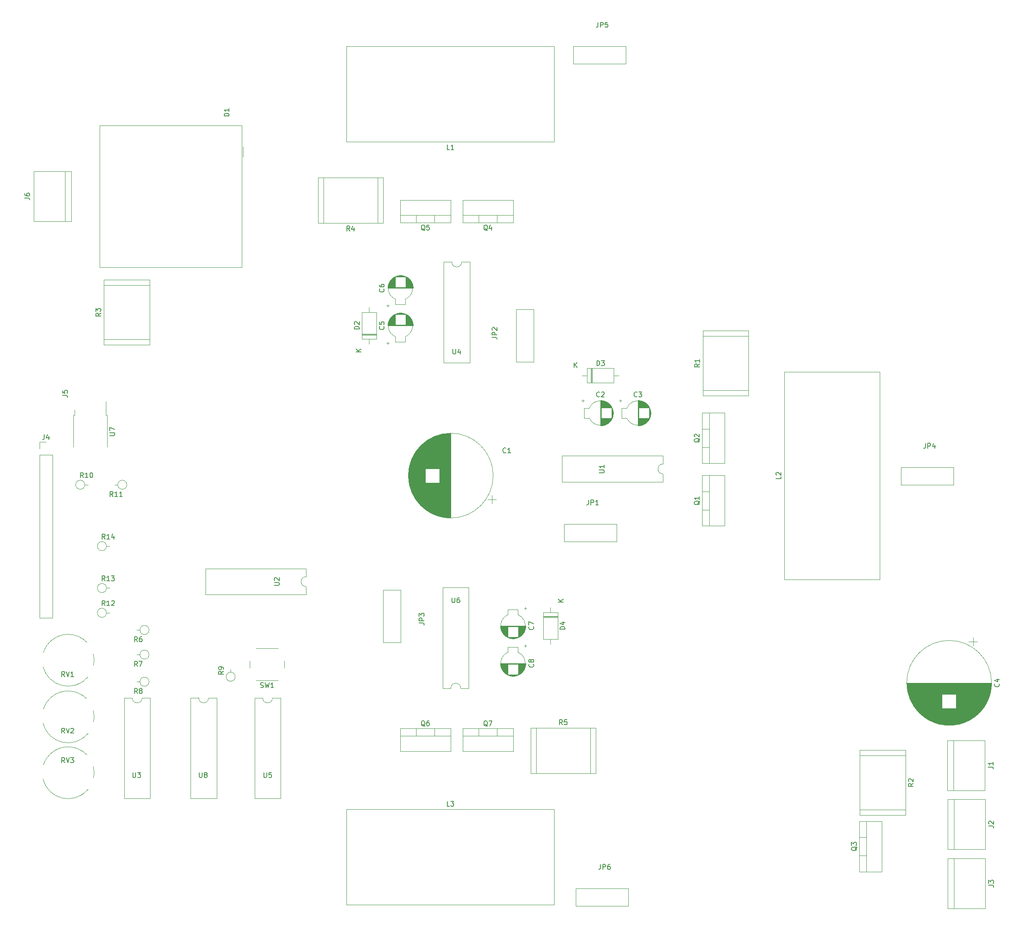
<source format=gbr>
%TF.GenerationSoftware,KiCad,Pcbnew,7.0.1*%
%TF.CreationDate,2023-05-07T11:03:52+02:00*%
%TF.ProjectId,Alim_1000W,416c696d-5f31-4303-9030-572e6b696361,rev?*%
%TF.SameCoordinates,Original*%
%TF.FileFunction,Legend,Top*%
%TF.FilePolarity,Positive*%
%FSLAX46Y46*%
G04 Gerber Fmt 4.6, Leading zero omitted, Abs format (unit mm)*
G04 Created by KiCad (PCBNEW 7.0.1) date 2023-05-07 11:03:52*
%MOMM*%
%LPD*%
G01*
G04 APERTURE LIST*
%ADD10C,0.150000*%
%ADD11C,0.120000*%
G04 APERTURE END LIST*
D10*
%TO.C,C6*%
X87687380Y-65248036D02*
X87735000Y-65295655D01*
X87735000Y-65295655D02*
X87782619Y-65438512D01*
X87782619Y-65438512D02*
X87782619Y-65533750D01*
X87782619Y-65533750D02*
X87735000Y-65676607D01*
X87735000Y-65676607D02*
X87639761Y-65771845D01*
X87639761Y-65771845D02*
X87544523Y-65819464D01*
X87544523Y-65819464D02*
X87354047Y-65867083D01*
X87354047Y-65867083D02*
X87211190Y-65867083D01*
X87211190Y-65867083D02*
X87020714Y-65819464D01*
X87020714Y-65819464D02*
X86925476Y-65771845D01*
X86925476Y-65771845D02*
X86830238Y-65676607D01*
X86830238Y-65676607D02*
X86782619Y-65533750D01*
X86782619Y-65533750D02*
X86782619Y-65438512D01*
X86782619Y-65438512D02*
X86830238Y-65295655D01*
X86830238Y-65295655D02*
X86877857Y-65248036D01*
X86782619Y-64390893D02*
X86782619Y-64581369D01*
X86782619Y-64581369D02*
X86830238Y-64676607D01*
X86830238Y-64676607D02*
X86877857Y-64724226D01*
X86877857Y-64724226D02*
X87020714Y-64819464D01*
X87020714Y-64819464D02*
X87211190Y-64867083D01*
X87211190Y-64867083D02*
X87592142Y-64867083D01*
X87592142Y-64867083D02*
X87687380Y-64819464D01*
X87687380Y-64819464D02*
X87735000Y-64771845D01*
X87735000Y-64771845D02*
X87782619Y-64676607D01*
X87782619Y-64676607D02*
X87782619Y-64486131D01*
X87782619Y-64486131D02*
X87735000Y-64390893D01*
X87735000Y-64390893D02*
X87687380Y-64343274D01*
X87687380Y-64343274D02*
X87592142Y-64295655D01*
X87592142Y-64295655D02*
X87354047Y-64295655D01*
X87354047Y-64295655D02*
X87258809Y-64343274D01*
X87258809Y-64343274D02*
X87211190Y-64390893D01*
X87211190Y-64390893D02*
X87163571Y-64486131D01*
X87163571Y-64486131D02*
X87163571Y-64676607D01*
X87163571Y-64676607D02*
X87211190Y-64771845D01*
X87211190Y-64771845D02*
X87258809Y-64819464D01*
X87258809Y-64819464D02*
X87354047Y-64867083D01*
%TO.C,R12*%
X31087142Y-129557619D02*
X30753809Y-129081428D01*
X30515714Y-129557619D02*
X30515714Y-128557619D01*
X30515714Y-128557619D02*
X30896666Y-128557619D01*
X30896666Y-128557619D02*
X30991904Y-128605238D01*
X30991904Y-128605238D02*
X31039523Y-128652857D01*
X31039523Y-128652857D02*
X31087142Y-128748095D01*
X31087142Y-128748095D02*
X31087142Y-128890952D01*
X31087142Y-128890952D02*
X31039523Y-128986190D01*
X31039523Y-128986190D02*
X30991904Y-129033809D01*
X30991904Y-129033809D02*
X30896666Y-129081428D01*
X30896666Y-129081428D02*
X30515714Y-129081428D01*
X32039523Y-129557619D02*
X31468095Y-129557619D01*
X31753809Y-129557619D02*
X31753809Y-128557619D01*
X31753809Y-128557619D02*
X31658571Y-128700476D01*
X31658571Y-128700476D02*
X31563333Y-128795714D01*
X31563333Y-128795714D02*
X31468095Y-128843333D01*
X32420476Y-128652857D02*
X32468095Y-128605238D01*
X32468095Y-128605238D02*
X32563333Y-128557619D01*
X32563333Y-128557619D02*
X32801428Y-128557619D01*
X32801428Y-128557619D02*
X32896666Y-128605238D01*
X32896666Y-128605238D02*
X32944285Y-128652857D01*
X32944285Y-128652857D02*
X32991904Y-128748095D01*
X32991904Y-128748095D02*
X32991904Y-128843333D01*
X32991904Y-128843333D02*
X32944285Y-128986190D01*
X32944285Y-128986190D02*
X32372857Y-129557619D01*
X32372857Y-129557619D02*
X32991904Y-129557619D01*
%TO.C,C4*%
X212617380Y-145416666D02*
X212665000Y-145464285D01*
X212665000Y-145464285D02*
X212712619Y-145607142D01*
X212712619Y-145607142D02*
X212712619Y-145702380D01*
X212712619Y-145702380D02*
X212665000Y-145845237D01*
X212665000Y-145845237D02*
X212569761Y-145940475D01*
X212569761Y-145940475D02*
X212474523Y-145988094D01*
X212474523Y-145988094D02*
X212284047Y-146035713D01*
X212284047Y-146035713D02*
X212141190Y-146035713D01*
X212141190Y-146035713D02*
X211950714Y-145988094D01*
X211950714Y-145988094D02*
X211855476Y-145940475D01*
X211855476Y-145940475D02*
X211760238Y-145845237D01*
X211760238Y-145845237D02*
X211712619Y-145702380D01*
X211712619Y-145702380D02*
X211712619Y-145607142D01*
X211712619Y-145607142D02*
X211760238Y-145464285D01*
X211760238Y-145464285D02*
X211807857Y-145416666D01*
X212045952Y-144559523D02*
X212712619Y-144559523D01*
X211665000Y-144797618D02*
X212379285Y-145035713D01*
X212379285Y-145035713D02*
X212379285Y-144416666D01*
%TO.C,JP1*%
X129298666Y-108117989D02*
X129298666Y-108832274D01*
X129298666Y-108832274D02*
X129251047Y-108975131D01*
X129251047Y-108975131D02*
X129155809Y-109070370D01*
X129155809Y-109070370D02*
X129012952Y-109117989D01*
X129012952Y-109117989D02*
X128917714Y-109117989D01*
X129774857Y-109117989D02*
X129774857Y-108117989D01*
X129774857Y-108117989D02*
X130155809Y-108117989D01*
X130155809Y-108117989D02*
X130251047Y-108165608D01*
X130251047Y-108165608D02*
X130298666Y-108213227D01*
X130298666Y-108213227D02*
X130346285Y-108308465D01*
X130346285Y-108308465D02*
X130346285Y-108451322D01*
X130346285Y-108451322D02*
X130298666Y-108546560D01*
X130298666Y-108546560D02*
X130251047Y-108594179D01*
X130251047Y-108594179D02*
X130155809Y-108641798D01*
X130155809Y-108641798D02*
X129774857Y-108641798D01*
X131298666Y-109117989D02*
X130727238Y-109117989D01*
X131012952Y-109117989D02*
X131012952Y-108117989D01*
X131012952Y-108117989D02*
X130917714Y-108260846D01*
X130917714Y-108260846D02*
X130822476Y-108356084D01*
X130822476Y-108356084D02*
X130727238Y-108403703D01*
%TO.C,C8*%
X118047380Y-141448036D02*
X118095000Y-141495655D01*
X118095000Y-141495655D02*
X118142619Y-141638512D01*
X118142619Y-141638512D02*
X118142619Y-141733750D01*
X118142619Y-141733750D02*
X118095000Y-141876607D01*
X118095000Y-141876607D02*
X117999761Y-141971845D01*
X117999761Y-141971845D02*
X117904523Y-142019464D01*
X117904523Y-142019464D02*
X117714047Y-142067083D01*
X117714047Y-142067083D02*
X117571190Y-142067083D01*
X117571190Y-142067083D02*
X117380714Y-142019464D01*
X117380714Y-142019464D02*
X117285476Y-141971845D01*
X117285476Y-141971845D02*
X117190238Y-141876607D01*
X117190238Y-141876607D02*
X117142619Y-141733750D01*
X117142619Y-141733750D02*
X117142619Y-141638512D01*
X117142619Y-141638512D02*
X117190238Y-141495655D01*
X117190238Y-141495655D02*
X117237857Y-141448036D01*
X117571190Y-140876607D02*
X117523571Y-140971845D01*
X117523571Y-140971845D02*
X117475952Y-141019464D01*
X117475952Y-141019464D02*
X117380714Y-141067083D01*
X117380714Y-141067083D02*
X117333095Y-141067083D01*
X117333095Y-141067083D02*
X117237857Y-141019464D01*
X117237857Y-141019464D02*
X117190238Y-140971845D01*
X117190238Y-140971845D02*
X117142619Y-140876607D01*
X117142619Y-140876607D02*
X117142619Y-140686131D01*
X117142619Y-140686131D02*
X117190238Y-140590893D01*
X117190238Y-140590893D02*
X117237857Y-140543274D01*
X117237857Y-140543274D02*
X117333095Y-140495655D01*
X117333095Y-140495655D02*
X117380714Y-140495655D01*
X117380714Y-140495655D02*
X117475952Y-140543274D01*
X117475952Y-140543274D02*
X117523571Y-140590893D01*
X117523571Y-140590893D02*
X117571190Y-140686131D01*
X117571190Y-140686131D02*
X117571190Y-140876607D01*
X117571190Y-140876607D02*
X117618809Y-140971845D01*
X117618809Y-140971845D02*
X117666428Y-141019464D01*
X117666428Y-141019464D02*
X117761666Y-141067083D01*
X117761666Y-141067083D02*
X117952142Y-141067083D01*
X117952142Y-141067083D02*
X118047380Y-141019464D01*
X118047380Y-141019464D02*
X118095000Y-140971845D01*
X118095000Y-140971845D02*
X118142619Y-140876607D01*
X118142619Y-140876607D02*
X118142619Y-140686131D01*
X118142619Y-140686131D02*
X118095000Y-140590893D01*
X118095000Y-140590893D02*
X118047380Y-140543274D01*
X118047380Y-140543274D02*
X117952142Y-140495655D01*
X117952142Y-140495655D02*
X117761666Y-140495655D01*
X117761666Y-140495655D02*
X117666428Y-140543274D01*
X117666428Y-140543274D02*
X117618809Y-140590893D01*
X117618809Y-140590893D02*
X117571190Y-140686131D01*
%TO.C,J5*%
X22462619Y-86848333D02*
X23176904Y-86848333D01*
X23176904Y-86848333D02*
X23319761Y-86895952D01*
X23319761Y-86895952D02*
X23415000Y-86991190D01*
X23415000Y-86991190D02*
X23462619Y-87134047D01*
X23462619Y-87134047D02*
X23462619Y-87229285D01*
X22462619Y-85895952D02*
X22462619Y-86372142D01*
X22462619Y-86372142D02*
X22938809Y-86419761D01*
X22938809Y-86419761D02*
X22891190Y-86372142D01*
X22891190Y-86372142D02*
X22843571Y-86276904D01*
X22843571Y-86276904D02*
X22843571Y-86038809D01*
X22843571Y-86038809D02*
X22891190Y-85943571D01*
X22891190Y-85943571D02*
X22938809Y-85895952D01*
X22938809Y-85895952D02*
X23034047Y-85848333D01*
X23034047Y-85848333D02*
X23272142Y-85848333D01*
X23272142Y-85848333D02*
X23367380Y-85895952D01*
X23367380Y-85895952D02*
X23415000Y-85943571D01*
X23415000Y-85943571D02*
X23462619Y-86038809D01*
X23462619Y-86038809D02*
X23462619Y-86276904D01*
X23462619Y-86276904D02*
X23415000Y-86372142D01*
X23415000Y-86372142D02*
X23367380Y-86419761D01*
%TO.C,RV3*%
X22904761Y-161462619D02*
X22571428Y-160986428D01*
X22333333Y-161462619D02*
X22333333Y-160462619D01*
X22333333Y-160462619D02*
X22714285Y-160462619D01*
X22714285Y-160462619D02*
X22809523Y-160510238D01*
X22809523Y-160510238D02*
X22857142Y-160557857D01*
X22857142Y-160557857D02*
X22904761Y-160653095D01*
X22904761Y-160653095D02*
X22904761Y-160795952D01*
X22904761Y-160795952D02*
X22857142Y-160891190D01*
X22857142Y-160891190D02*
X22809523Y-160938809D01*
X22809523Y-160938809D02*
X22714285Y-160986428D01*
X22714285Y-160986428D02*
X22333333Y-160986428D01*
X23190476Y-160462619D02*
X23523809Y-161462619D01*
X23523809Y-161462619D02*
X23857142Y-160462619D01*
X24095238Y-160462619D02*
X24714285Y-160462619D01*
X24714285Y-160462619D02*
X24380952Y-160843571D01*
X24380952Y-160843571D02*
X24523809Y-160843571D01*
X24523809Y-160843571D02*
X24619047Y-160891190D01*
X24619047Y-160891190D02*
X24666666Y-160938809D01*
X24666666Y-160938809D02*
X24714285Y-161034047D01*
X24714285Y-161034047D02*
X24714285Y-161272142D01*
X24714285Y-161272142D02*
X24666666Y-161367380D01*
X24666666Y-161367380D02*
X24619047Y-161415000D01*
X24619047Y-161415000D02*
X24523809Y-161462619D01*
X24523809Y-161462619D02*
X24238095Y-161462619D01*
X24238095Y-161462619D02*
X24142857Y-161415000D01*
X24142857Y-161415000D02*
X24095238Y-161367380D01*
%TO.C,D1*%
X56272619Y-30148094D02*
X55272619Y-30148094D01*
X55272619Y-30148094D02*
X55272619Y-29909999D01*
X55272619Y-29909999D02*
X55320238Y-29767142D01*
X55320238Y-29767142D02*
X55415476Y-29671904D01*
X55415476Y-29671904D02*
X55510714Y-29624285D01*
X55510714Y-29624285D02*
X55701190Y-29576666D01*
X55701190Y-29576666D02*
X55844047Y-29576666D01*
X55844047Y-29576666D02*
X56034523Y-29624285D01*
X56034523Y-29624285D02*
X56129761Y-29671904D01*
X56129761Y-29671904D02*
X56225000Y-29767142D01*
X56225000Y-29767142D02*
X56272619Y-29909999D01*
X56272619Y-29909999D02*
X56272619Y-30148094D01*
X56272619Y-28624285D02*
X56272619Y-29195713D01*
X56272619Y-28909999D02*
X55272619Y-28909999D01*
X55272619Y-28909999D02*
X55415476Y-29005237D01*
X55415476Y-29005237D02*
X55510714Y-29100475D01*
X55510714Y-29100475D02*
X55558333Y-29195713D01*
%TO.C,JP2*%
X109696619Y-75076703D02*
X110410904Y-75076703D01*
X110410904Y-75076703D02*
X110553761Y-75124322D01*
X110553761Y-75124322D02*
X110649000Y-75219560D01*
X110649000Y-75219560D02*
X110696619Y-75362417D01*
X110696619Y-75362417D02*
X110696619Y-75457655D01*
X110696619Y-74600512D02*
X109696619Y-74600512D01*
X109696619Y-74600512D02*
X109696619Y-74219560D01*
X109696619Y-74219560D02*
X109744238Y-74124322D01*
X109744238Y-74124322D02*
X109791857Y-74076703D01*
X109791857Y-74076703D02*
X109887095Y-74029084D01*
X109887095Y-74029084D02*
X110029952Y-74029084D01*
X110029952Y-74029084D02*
X110125190Y-74076703D01*
X110125190Y-74076703D02*
X110172809Y-74124322D01*
X110172809Y-74124322D02*
X110220428Y-74219560D01*
X110220428Y-74219560D02*
X110220428Y-74600512D01*
X109791857Y-73648131D02*
X109744238Y-73600512D01*
X109744238Y-73600512D02*
X109696619Y-73505274D01*
X109696619Y-73505274D02*
X109696619Y-73267179D01*
X109696619Y-73267179D02*
X109744238Y-73171941D01*
X109744238Y-73171941D02*
X109791857Y-73124322D01*
X109791857Y-73124322D02*
X109887095Y-73076703D01*
X109887095Y-73076703D02*
X109982333Y-73076703D01*
X109982333Y-73076703D02*
X110125190Y-73124322D01*
X110125190Y-73124322D02*
X110696619Y-73695750D01*
X110696619Y-73695750D02*
X110696619Y-73076703D01*
%TO.C,SW1*%
X62666667Y-146165000D02*
X62809524Y-146212619D01*
X62809524Y-146212619D02*
X63047619Y-146212619D01*
X63047619Y-146212619D02*
X63142857Y-146165000D01*
X63142857Y-146165000D02*
X63190476Y-146117380D01*
X63190476Y-146117380D02*
X63238095Y-146022142D01*
X63238095Y-146022142D02*
X63238095Y-145926904D01*
X63238095Y-145926904D02*
X63190476Y-145831666D01*
X63190476Y-145831666D02*
X63142857Y-145784047D01*
X63142857Y-145784047D02*
X63047619Y-145736428D01*
X63047619Y-145736428D02*
X62857143Y-145688809D01*
X62857143Y-145688809D02*
X62761905Y-145641190D01*
X62761905Y-145641190D02*
X62714286Y-145593571D01*
X62714286Y-145593571D02*
X62666667Y-145498333D01*
X62666667Y-145498333D02*
X62666667Y-145403095D01*
X62666667Y-145403095D02*
X62714286Y-145307857D01*
X62714286Y-145307857D02*
X62761905Y-145260238D01*
X62761905Y-145260238D02*
X62857143Y-145212619D01*
X62857143Y-145212619D02*
X63095238Y-145212619D01*
X63095238Y-145212619D02*
X63238095Y-145260238D01*
X63571429Y-145212619D02*
X63809524Y-146212619D01*
X63809524Y-146212619D02*
X64000000Y-145498333D01*
X64000000Y-145498333D02*
X64190476Y-146212619D01*
X64190476Y-146212619D02*
X64428572Y-145212619D01*
X65333333Y-146212619D02*
X64761905Y-146212619D01*
X65047619Y-146212619D02*
X65047619Y-145212619D01*
X65047619Y-145212619D02*
X64952381Y-145355476D01*
X64952381Y-145355476D02*
X64857143Y-145450714D01*
X64857143Y-145450714D02*
X64761905Y-145498333D01*
%TO.C,R11*%
X32687142Y-107397619D02*
X32353809Y-106921428D01*
X32115714Y-107397619D02*
X32115714Y-106397619D01*
X32115714Y-106397619D02*
X32496666Y-106397619D01*
X32496666Y-106397619D02*
X32591904Y-106445238D01*
X32591904Y-106445238D02*
X32639523Y-106492857D01*
X32639523Y-106492857D02*
X32687142Y-106588095D01*
X32687142Y-106588095D02*
X32687142Y-106730952D01*
X32687142Y-106730952D02*
X32639523Y-106826190D01*
X32639523Y-106826190D02*
X32591904Y-106873809D01*
X32591904Y-106873809D02*
X32496666Y-106921428D01*
X32496666Y-106921428D02*
X32115714Y-106921428D01*
X33639523Y-107397619D02*
X33068095Y-107397619D01*
X33353809Y-107397619D02*
X33353809Y-106397619D01*
X33353809Y-106397619D02*
X33258571Y-106540476D01*
X33258571Y-106540476D02*
X33163333Y-106635714D01*
X33163333Y-106635714D02*
X33068095Y-106683333D01*
X34591904Y-107397619D02*
X34020476Y-107397619D01*
X34306190Y-107397619D02*
X34306190Y-106397619D01*
X34306190Y-106397619D02*
X34210952Y-106540476D01*
X34210952Y-106540476D02*
X34115714Y-106635714D01*
X34115714Y-106635714D02*
X34020476Y-106683333D01*
%TO.C,C7*%
X118047380Y-133828036D02*
X118095000Y-133875655D01*
X118095000Y-133875655D02*
X118142619Y-134018512D01*
X118142619Y-134018512D02*
X118142619Y-134113750D01*
X118142619Y-134113750D02*
X118095000Y-134256607D01*
X118095000Y-134256607D02*
X117999761Y-134351845D01*
X117999761Y-134351845D02*
X117904523Y-134399464D01*
X117904523Y-134399464D02*
X117714047Y-134447083D01*
X117714047Y-134447083D02*
X117571190Y-134447083D01*
X117571190Y-134447083D02*
X117380714Y-134399464D01*
X117380714Y-134399464D02*
X117285476Y-134351845D01*
X117285476Y-134351845D02*
X117190238Y-134256607D01*
X117190238Y-134256607D02*
X117142619Y-134113750D01*
X117142619Y-134113750D02*
X117142619Y-134018512D01*
X117142619Y-134018512D02*
X117190238Y-133875655D01*
X117190238Y-133875655D02*
X117237857Y-133828036D01*
X117142619Y-133494702D02*
X117142619Y-132828036D01*
X117142619Y-132828036D02*
X118142619Y-133256607D01*
%TO.C,R3*%
X30212619Y-70166666D02*
X29736428Y-70499999D01*
X30212619Y-70738094D02*
X29212619Y-70738094D01*
X29212619Y-70738094D02*
X29212619Y-70357142D01*
X29212619Y-70357142D02*
X29260238Y-70261904D01*
X29260238Y-70261904D02*
X29307857Y-70214285D01*
X29307857Y-70214285D02*
X29403095Y-70166666D01*
X29403095Y-70166666D02*
X29545952Y-70166666D01*
X29545952Y-70166666D02*
X29641190Y-70214285D01*
X29641190Y-70214285D02*
X29688809Y-70261904D01*
X29688809Y-70261904D02*
X29736428Y-70357142D01*
X29736428Y-70357142D02*
X29736428Y-70738094D01*
X29212619Y-69833332D02*
X29212619Y-69214285D01*
X29212619Y-69214285D02*
X29593571Y-69547618D01*
X29593571Y-69547618D02*
X29593571Y-69404761D01*
X29593571Y-69404761D02*
X29641190Y-69309523D01*
X29641190Y-69309523D02*
X29688809Y-69261904D01*
X29688809Y-69261904D02*
X29784047Y-69214285D01*
X29784047Y-69214285D02*
X30022142Y-69214285D01*
X30022142Y-69214285D02*
X30117380Y-69261904D01*
X30117380Y-69261904D02*
X30165000Y-69309523D01*
X30165000Y-69309523D02*
X30212619Y-69404761D01*
X30212619Y-69404761D02*
X30212619Y-69690475D01*
X30212619Y-69690475D02*
X30165000Y-69785713D01*
X30165000Y-69785713D02*
X30117380Y-69833332D01*
%TO.C,J3*%
X210542619Y-186333333D02*
X211256904Y-186333333D01*
X211256904Y-186333333D02*
X211399761Y-186380952D01*
X211399761Y-186380952D02*
X211495000Y-186476190D01*
X211495000Y-186476190D02*
X211542619Y-186619047D01*
X211542619Y-186619047D02*
X211542619Y-186714285D01*
X210542619Y-185952380D02*
X210542619Y-185333333D01*
X210542619Y-185333333D02*
X210923571Y-185666666D01*
X210923571Y-185666666D02*
X210923571Y-185523809D01*
X210923571Y-185523809D02*
X210971190Y-185428571D01*
X210971190Y-185428571D02*
X211018809Y-185380952D01*
X211018809Y-185380952D02*
X211114047Y-185333333D01*
X211114047Y-185333333D02*
X211352142Y-185333333D01*
X211352142Y-185333333D02*
X211447380Y-185380952D01*
X211447380Y-185380952D02*
X211495000Y-185428571D01*
X211495000Y-185428571D02*
X211542619Y-185523809D01*
X211542619Y-185523809D02*
X211542619Y-185809523D01*
X211542619Y-185809523D02*
X211495000Y-185904761D01*
X211495000Y-185904761D02*
X211447380Y-185952380D01*
%TO.C,JP6*%
X131694666Y-182117989D02*
X131694666Y-182832274D01*
X131694666Y-182832274D02*
X131647047Y-182975131D01*
X131647047Y-182975131D02*
X131551809Y-183070370D01*
X131551809Y-183070370D02*
X131408952Y-183117989D01*
X131408952Y-183117989D02*
X131313714Y-183117989D01*
X132170857Y-183117989D02*
X132170857Y-182117989D01*
X132170857Y-182117989D02*
X132551809Y-182117989D01*
X132551809Y-182117989D02*
X132647047Y-182165608D01*
X132647047Y-182165608D02*
X132694666Y-182213227D01*
X132694666Y-182213227D02*
X132742285Y-182308465D01*
X132742285Y-182308465D02*
X132742285Y-182451322D01*
X132742285Y-182451322D02*
X132694666Y-182546560D01*
X132694666Y-182546560D02*
X132647047Y-182594179D01*
X132647047Y-182594179D02*
X132551809Y-182641798D01*
X132551809Y-182641798D02*
X132170857Y-182641798D01*
X133599428Y-182117989D02*
X133408952Y-182117989D01*
X133408952Y-182117989D02*
X133313714Y-182165608D01*
X133313714Y-182165608D02*
X133266095Y-182213227D01*
X133266095Y-182213227D02*
X133170857Y-182356084D01*
X133170857Y-182356084D02*
X133123238Y-182546560D01*
X133123238Y-182546560D02*
X133123238Y-182927512D01*
X133123238Y-182927512D02*
X133170857Y-183022750D01*
X133170857Y-183022750D02*
X133218476Y-183070370D01*
X133218476Y-183070370D02*
X133313714Y-183117989D01*
X133313714Y-183117989D02*
X133504190Y-183117989D01*
X133504190Y-183117989D02*
X133599428Y-183070370D01*
X133599428Y-183070370D02*
X133647047Y-183022750D01*
X133647047Y-183022750D02*
X133694666Y-182927512D01*
X133694666Y-182927512D02*
X133694666Y-182689417D01*
X133694666Y-182689417D02*
X133647047Y-182594179D01*
X133647047Y-182594179D02*
X133599428Y-182546560D01*
X133599428Y-182546560D02*
X133504190Y-182498941D01*
X133504190Y-182498941D02*
X133313714Y-182498941D01*
X133313714Y-182498941D02*
X133218476Y-182546560D01*
X133218476Y-182546560D02*
X133170857Y-182594179D01*
X133170857Y-182594179D02*
X133123238Y-182689417D01*
%TO.C,JP5*%
X131194666Y-11117989D02*
X131194666Y-11832274D01*
X131194666Y-11832274D02*
X131147047Y-11975131D01*
X131147047Y-11975131D02*
X131051809Y-12070370D01*
X131051809Y-12070370D02*
X130908952Y-12117989D01*
X130908952Y-12117989D02*
X130813714Y-12117989D01*
X131670857Y-12117989D02*
X131670857Y-11117989D01*
X131670857Y-11117989D02*
X132051809Y-11117989D01*
X132051809Y-11117989D02*
X132147047Y-11165608D01*
X132147047Y-11165608D02*
X132194666Y-11213227D01*
X132194666Y-11213227D02*
X132242285Y-11308465D01*
X132242285Y-11308465D02*
X132242285Y-11451322D01*
X132242285Y-11451322D02*
X132194666Y-11546560D01*
X132194666Y-11546560D02*
X132147047Y-11594179D01*
X132147047Y-11594179D02*
X132051809Y-11641798D01*
X132051809Y-11641798D02*
X131670857Y-11641798D01*
X133147047Y-11117989D02*
X132670857Y-11117989D01*
X132670857Y-11117989D02*
X132623238Y-11594179D01*
X132623238Y-11594179D02*
X132670857Y-11546560D01*
X132670857Y-11546560D02*
X132766095Y-11498941D01*
X132766095Y-11498941D02*
X133004190Y-11498941D01*
X133004190Y-11498941D02*
X133099428Y-11546560D01*
X133099428Y-11546560D02*
X133147047Y-11594179D01*
X133147047Y-11594179D02*
X133194666Y-11689417D01*
X133194666Y-11689417D02*
X133194666Y-11927512D01*
X133194666Y-11927512D02*
X133147047Y-12022750D01*
X133147047Y-12022750D02*
X133099428Y-12070370D01*
X133099428Y-12070370D02*
X133004190Y-12117989D01*
X133004190Y-12117989D02*
X132766095Y-12117989D01*
X132766095Y-12117989D02*
X132670857Y-12070370D01*
X132670857Y-12070370D02*
X132623238Y-12022750D01*
%TO.C,J1*%
X210462619Y-162333333D02*
X211176904Y-162333333D01*
X211176904Y-162333333D02*
X211319761Y-162380952D01*
X211319761Y-162380952D02*
X211415000Y-162476190D01*
X211415000Y-162476190D02*
X211462619Y-162619047D01*
X211462619Y-162619047D02*
X211462619Y-162714285D01*
X211462619Y-161333333D02*
X211462619Y-161904761D01*
X211462619Y-161619047D02*
X210462619Y-161619047D01*
X210462619Y-161619047D02*
X210605476Y-161714285D01*
X210605476Y-161714285D02*
X210700714Y-161809523D01*
X210700714Y-161809523D02*
X210748333Y-161904761D01*
%TO.C,R5*%
X123963333Y-153753989D02*
X123630000Y-153277798D01*
X123391905Y-153753989D02*
X123391905Y-152753989D01*
X123391905Y-152753989D02*
X123772857Y-152753989D01*
X123772857Y-152753989D02*
X123868095Y-152801608D01*
X123868095Y-152801608D02*
X123915714Y-152849227D01*
X123915714Y-152849227D02*
X123963333Y-152944465D01*
X123963333Y-152944465D02*
X123963333Y-153087322D01*
X123963333Y-153087322D02*
X123915714Y-153182560D01*
X123915714Y-153182560D02*
X123868095Y-153230179D01*
X123868095Y-153230179D02*
X123772857Y-153277798D01*
X123772857Y-153277798D02*
X123391905Y-153277798D01*
X124868095Y-152753989D02*
X124391905Y-152753989D01*
X124391905Y-152753989D02*
X124344286Y-153230179D01*
X124344286Y-153230179D02*
X124391905Y-153182560D01*
X124391905Y-153182560D02*
X124487143Y-153134941D01*
X124487143Y-153134941D02*
X124725238Y-153134941D01*
X124725238Y-153134941D02*
X124820476Y-153182560D01*
X124820476Y-153182560D02*
X124868095Y-153230179D01*
X124868095Y-153230179D02*
X124915714Y-153325417D01*
X124915714Y-153325417D02*
X124915714Y-153563512D01*
X124915714Y-153563512D02*
X124868095Y-153658750D01*
X124868095Y-153658750D02*
X124820476Y-153706370D01*
X124820476Y-153706370D02*
X124725238Y-153753989D01*
X124725238Y-153753989D02*
X124487143Y-153753989D01*
X124487143Y-153753989D02*
X124391905Y-153706370D01*
X124391905Y-153706370D02*
X124344286Y-153658750D01*
%TO.C,Q6*%
X96054761Y-154059227D02*
X95959523Y-154011608D01*
X95959523Y-154011608D02*
X95864285Y-153916370D01*
X95864285Y-153916370D02*
X95721428Y-153773512D01*
X95721428Y-153773512D02*
X95626190Y-153725893D01*
X95626190Y-153725893D02*
X95530952Y-153725893D01*
X95578571Y-153963989D02*
X95483333Y-153916370D01*
X95483333Y-153916370D02*
X95388095Y-153821131D01*
X95388095Y-153821131D02*
X95340476Y-153630655D01*
X95340476Y-153630655D02*
X95340476Y-153297322D01*
X95340476Y-153297322D02*
X95388095Y-153106846D01*
X95388095Y-153106846D02*
X95483333Y-153011608D01*
X95483333Y-153011608D02*
X95578571Y-152963989D01*
X95578571Y-152963989D02*
X95769047Y-152963989D01*
X95769047Y-152963989D02*
X95864285Y-153011608D01*
X95864285Y-153011608D02*
X95959523Y-153106846D01*
X95959523Y-153106846D02*
X96007142Y-153297322D01*
X96007142Y-153297322D02*
X96007142Y-153630655D01*
X96007142Y-153630655D02*
X95959523Y-153821131D01*
X95959523Y-153821131D02*
X95864285Y-153916370D01*
X95864285Y-153916370D02*
X95769047Y-153963989D01*
X95769047Y-153963989D02*
X95578571Y-153963989D01*
X96864285Y-152963989D02*
X96673809Y-152963989D01*
X96673809Y-152963989D02*
X96578571Y-153011608D01*
X96578571Y-153011608D02*
X96530952Y-153059227D01*
X96530952Y-153059227D02*
X96435714Y-153202084D01*
X96435714Y-153202084D02*
X96388095Y-153392560D01*
X96388095Y-153392560D02*
X96388095Y-153773512D01*
X96388095Y-153773512D02*
X96435714Y-153868750D01*
X96435714Y-153868750D02*
X96483333Y-153916370D01*
X96483333Y-153916370D02*
X96578571Y-153963989D01*
X96578571Y-153963989D02*
X96769047Y-153963989D01*
X96769047Y-153963989D02*
X96864285Y-153916370D01*
X96864285Y-153916370D02*
X96911904Y-153868750D01*
X96911904Y-153868750D02*
X96959523Y-153773512D01*
X96959523Y-153773512D02*
X96959523Y-153535417D01*
X96959523Y-153535417D02*
X96911904Y-153440179D01*
X96911904Y-153440179D02*
X96864285Y-153392560D01*
X96864285Y-153392560D02*
X96769047Y-153344941D01*
X96769047Y-153344941D02*
X96578571Y-153344941D01*
X96578571Y-153344941D02*
X96483333Y-153392560D01*
X96483333Y-153392560D02*
X96435714Y-153440179D01*
X96435714Y-153440179D02*
X96388095Y-153535417D01*
%TO.C,U6*%
X101548095Y-127962619D02*
X101548095Y-128772142D01*
X101548095Y-128772142D02*
X101595714Y-128867380D01*
X101595714Y-128867380D02*
X101643333Y-128915000D01*
X101643333Y-128915000D02*
X101738571Y-128962619D01*
X101738571Y-128962619D02*
X101929047Y-128962619D01*
X101929047Y-128962619D02*
X102024285Y-128915000D01*
X102024285Y-128915000D02*
X102071904Y-128867380D01*
X102071904Y-128867380D02*
X102119523Y-128772142D01*
X102119523Y-128772142D02*
X102119523Y-127962619D01*
X103024285Y-127962619D02*
X102833809Y-127962619D01*
X102833809Y-127962619D02*
X102738571Y-128010238D01*
X102738571Y-128010238D02*
X102690952Y-128057857D01*
X102690952Y-128057857D02*
X102595714Y-128200714D01*
X102595714Y-128200714D02*
X102548095Y-128391190D01*
X102548095Y-128391190D02*
X102548095Y-128772142D01*
X102548095Y-128772142D02*
X102595714Y-128867380D01*
X102595714Y-128867380D02*
X102643333Y-128915000D01*
X102643333Y-128915000D02*
X102738571Y-128962619D01*
X102738571Y-128962619D02*
X102929047Y-128962619D01*
X102929047Y-128962619D02*
X103024285Y-128915000D01*
X103024285Y-128915000D02*
X103071904Y-128867380D01*
X103071904Y-128867380D02*
X103119523Y-128772142D01*
X103119523Y-128772142D02*
X103119523Y-128534047D01*
X103119523Y-128534047D02*
X103071904Y-128438809D01*
X103071904Y-128438809D02*
X103024285Y-128391190D01*
X103024285Y-128391190D02*
X102929047Y-128343571D01*
X102929047Y-128343571D02*
X102738571Y-128343571D01*
X102738571Y-128343571D02*
X102643333Y-128391190D01*
X102643333Y-128391190D02*
X102595714Y-128438809D01*
X102595714Y-128438809D02*
X102548095Y-128534047D01*
%TO.C,Q2*%
X151860357Y-95636608D02*
X151812738Y-95731846D01*
X151812738Y-95731846D02*
X151717500Y-95827084D01*
X151717500Y-95827084D02*
X151574642Y-95969941D01*
X151574642Y-95969941D02*
X151527023Y-96065179D01*
X151527023Y-96065179D02*
X151527023Y-96160417D01*
X151765119Y-96112798D02*
X151717500Y-96208036D01*
X151717500Y-96208036D02*
X151622261Y-96303274D01*
X151622261Y-96303274D02*
X151431785Y-96350893D01*
X151431785Y-96350893D02*
X151098452Y-96350893D01*
X151098452Y-96350893D02*
X150907976Y-96303274D01*
X150907976Y-96303274D02*
X150812738Y-96208036D01*
X150812738Y-96208036D02*
X150765119Y-96112798D01*
X150765119Y-96112798D02*
X150765119Y-95922322D01*
X150765119Y-95922322D02*
X150812738Y-95827084D01*
X150812738Y-95827084D02*
X150907976Y-95731846D01*
X150907976Y-95731846D02*
X151098452Y-95684227D01*
X151098452Y-95684227D02*
X151431785Y-95684227D01*
X151431785Y-95684227D02*
X151622261Y-95731846D01*
X151622261Y-95731846D02*
X151717500Y-95827084D01*
X151717500Y-95827084D02*
X151765119Y-95922322D01*
X151765119Y-95922322D02*
X151765119Y-96112798D01*
X150860357Y-95303274D02*
X150812738Y-95255655D01*
X150812738Y-95255655D02*
X150765119Y-95160417D01*
X150765119Y-95160417D02*
X150765119Y-94922322D01*
X150765119Y-94922322D02*
X150812738Y-94827084D01*
X150812738Y-94827084D02*
X150860357Y-94779465D01*
X150860357Y-94779465D02*
X150955595Y-94731846D01*
X150955595Y-94731846D02*
X151050833Y-94731846D01*
X151050833Y-94731846D02*
X151193690Y-94779465D01*
X151193690Y-94779465D02*
X151765119Y-95350893D01*
X151765119Y-95350893D02*
X151765119Y-94731846D01*
%TO.C,R8*%
X37663333Y-147397619D02*
X37330000Y-146921428D01*
X37091905Y-147397619D02*
X37091905Y-146397619D01*
X37091905Y-146397619D02*
X37472857Y-146397619D01*
X37472857Y-146397619D02*
X37568095Y-146445238D01*
X37568095Y-146445238D02*
X37615714Y-146492857D01*
X37615714Y-146492857D02*
X37663333Y-146588095D01*
X37663333Y-146588095D02*
X37663333Y-146730952D01*
X37663333Y-146730952D02*
X37615714Y-146826190D01*
X37615714Y-146826190D02*
X37568095Y-146873809D01*
X37568095Y-146873809D02*
X37472857Y-146921428D01*
X37472857Y-146921428D02*
X37091905Y-146921428D01*
X38234762Y-146826190D02*
X38139524Y-146778571D01*
X38139524Y-146778571D02*
X38091905Y-146730952D01*
X38091905Y-146730952D02*
X38044286Y-146635714D01*
X38044286Y-146635714D02*
X38044286Y-146588095D01*
X38044286Y-146588095D02*
X38091905Y-146492857D01*
X38091905Y-146492857D02*
X38139524Y-146445238D01*
X38139524Y-146445238D02*
X38234762Y-146397619D01*
X38234762Y-146397619D02*
X38425238Y-146397619D01*
X38425238Y-146397619D02*
X38520476Y-146445238D01*
X38520476Y-146445238D02*
X38568095Y-146492857D01*
X38568095Y-146492857D02*
X38615714Y-146588095D01*
X38615714Y-146588095D02*
X38615714Y-146635714D01*
X38615714Y-146635714D02*
X38568095Y-146730952D01*
X38568095Y-146730952D02*
X38520476Y-146778571D01*
X38520476Y-146778571D02*
X38425238Y-146826190D01*
X38425238Y-146826190D02*
X38234762Y-146826190D01*
X38234762Y-146826190D02*
X38139524Y-146873809D01*
X38139524Y-146873809D02*
X38091905Y-146921428D01*
X38091905Y-146921428D02*
X38044286Y-147016666D01*
X38044286Y-147016666D02*
X38044286Y-147207142D01*
X38044286Y-147207142D02*
X38091905Y-147302380D01*
X38091905Y-147302380D02*
X38139524Y-147350000D01*
X38139524Y-147350000D02*
X38234762Y-147397619D01*
X38234762Y-147397619D02*
X38425238Y-147397619D01*
X38425238Y-147397619D02*
X38520476Y-147350000D01*
X38520476Y-147350000D02*
X38568095Y-147302380D01*
X38568095Y-147302380D02*
X38615714Y-147207142D01*
X38615714Y-147207142D02*
X38615714Y-147016666D01*
X38615714Y-147016666D02*
X38568095Y-146921428D01*
X38568095Y-146921428D02*
X38520476Y-146873809D01*
X38520476Y-146873809D02*
X38425238Y-146826190D01*
%TO.C,U1*%
X131462619Y-102571904D02*
X132272142Y-102571904D01*
X132272142Y-102571904D02*
X132367380Y-102524285D01*
X132367380Y-102524285D02*
X132415000Y-102476666D01*
X132415000Y-102476666D02*
X132462619Y-102381428D01*
X132462619Y-102381428D02*
X132462619Y-102190952D01*
X132462619Y-102190952D02*
X132415000Y-102095714D01*
X132415000Y-102095714D02*
X132367380Y-102048095D01*
X132367380Y-102048095D02*
X132272142Y-102000476D01*
X132272142Y-102000476D02*
X131462619Y-102000476D01*
X132462619Y-101000476D02*
X132462619Y-101571904D01*
X132462619Y-101286190D02*
X131462619Y-101286190D01*
X131462619Y-101286190D02*
X131605476Y-101381428D01*
X131605476Y-101381428D02*
X131700714Y-101476666D01*
X131700714Y-101476666D02*
X131748333Y-101571904D01*
%TO.C,L1*%
X101063333Y-36953989D02*
X100587143Y-36953989D01*
X100587143Y-36953989D02*
X100587143Y-35953989D01*
X101920476Y-36953989D02*
X101349048Y-36953989D01*
X101634762Y-36953989D02*
X101634762Y-35953989D01*
X101634762Y-35953989D02*
X101539524Y-36096846D01*
X101539524Y-36096846D02*
X101444286Y-36192084D01*
X101444286Y-36192084D02*
X101349048Y-36239703D01*
%TO.C,C3*%
X139143333Y-87078750D02*
X139095714Y-87126370D01*
X139095714Y-87126370D02*
X138952857Y-87173989D01*
X138952857Y-87173989D02*
X138857619Y-87173989D01*
X138857619Y-87173989D02*
X138714762Y-87126370D01*
X138714762Y-87126370D02*
X138619524Y-87031131D01*
X138619524Y-87031131D02*
X138571905Y-86935893D01*
X138571905Y-86935893D02*
X138524286Y-86745417D01*
X138524286Y-86745417D02*
X138524286Y-86602560D01*
X138524286Y-86602560D02*
X138571905Y-86412084D01*
X138571905Y-86412084D02*
X138619524Y-86316846D01*
X138619524Y-86316846D02*
X138714762Y-86221608D01*
X138714762Y-86221608D02*
X138857619Y-86173989D01*
X138857619Y-86173989D02*
X138952857Y-86173989D01*
X138952857Y-86173989D02*
X139095714Y-86221608D01*
X139095714Y-86221608D02*
X139143333Y-86269227D01*
X139476667Y-86173989D02*
X140095714Y-86173989D01*
X140095714Y-86173989D02*
X139762381Y-86554941D01*
X139762381Y-86554941D02*
X139905238Y-86554941D01*
X139905238Y-86554941D02*
X140000476Y-86602560D01*
X140000476Y-86602560D02*
X140048095Y-86650179D01*
X140048095Y-86650179D02*
X140095714Y-86745417D01*
X140095714Y-86745417D02*
X140095714Y-86983512D01*
X140095714Y-86983512D02*
X140048095Y-87078750D01*
X140048095Y-87078750D02*
X140000476Y-87126370D01*
X140000476Y-87126370D02*
X139905238Y-87173989D01*
X139905238Y-87173989D02*
X139619524Y-87173989D01*
X139619524Y-87173989D02*
X139524286Y-87126370D01*
X139524286Y-87126370D02*
X139476667Y-87078750D01*
%TO.C,C1*%
X112493333Y-98448750D02*
X112445714Y-98496370D01*
X112445714Y-98496370D02*
X112302857Y-98543989D01*
X112302857Y-98543989D02*
X112207619Y-98543989D01*
X112207619Y-98543989D02*
X112064762Y-98496370D01*
X112064762Y-98496370D02*
X111969524Y-98401131D01*
X111969524Y-98401131D02*
X111921905Y-98305893D01*
X111921905Y-98305893D02*
X111874286Y-98115417D01*
X111874286Y-98115417D02*
X111874286Y-97972560D01*
X111874286Y-97972560D02*
X111921905Y-97782084D01*
X111921905Y-97782084D02*
X111969524Y-97686846D01*
X111969524Y-97686846D02*
X112064762Y-97591608D01*
X112064762Y-97591608D02*
X112207619Y-97543989D01*
X112207619Y-97543989D02*
X112302857Y-97543989D01*
X112302857Y-97543989D02*
X112445714Y-97591608D01*
X112445714Y-97591608D02*
X112493333Y-97639227D01*
X113445714Y-98543989D02*
X112874286Y-98543989D01*
X113160000Y-98543989D02*
X113160000Y-97543989D01*
X113160000Y-97543989D02*
X113064762Y-97686846D01*
X113064762Y-97686846D02*
X112969524Y-97782084D01*
X112969524Y-97782084D02*
X112874286Y-97829703D01*
%TO.C,R7*%
X37663333Y-141897619D02*
X37330000Y-141421428D01*
X37091905Y-141897619D02*
X37091905Y-140897619D01*
X37091905Y-140897619D02*
X37472857Y-140897619D01*
X37472857Y-140897619D02*
X37568095Y-140945238D01*
X37568095Y-140945238D02*
X37615714Y-140992857D01*
X37615714Y-140992857D02*
X37663333Y-141088095D01*
X37663333Y-141088095D02*
X37663333Y-141230952D01*
X37663333Y-141230952D02*
X37615714Y-141326190D01*
X37615714Y-141326190D02*
X37568095Y-141373809D01*
X37568095Y-141373809D02*
X37472857Y-141421428D01*
X37472857Y-141421428D02*
X37091905Y-141421428D01*
X37996667Y-140897619D02*
X38663333Y-140897619D01*
X38663333Y-140897619D02*
X38234762Y-141897619D01*
%TO.C,Q3*%
X183787857Y-178555238D02*
X183740238Y-178650476D01*
X183740238Y-178650476D02*
X183645000Y-178745714D01*
X183645000Y-178745714D02*
X183502142Y-178888571D01*
X183502142Y-178888571D02*
X183454523Y-178983809D01*
X183454523Y-178983809D02*
X183454523Y-179079047D01*
X183692619Y-179031428D02*
X183645000Y-179126666D01*
X183645000Y-179126666D02*
X183549761Y-179221904D01*
X183549761Y-179221904D02*
X183359285Y-179269523D01*
X183359285Y-179269523D02*
X183025952Y-179269523D01*
X183025952Y-179269523D02*
X182835476Y-179221904D01*
X182835476Y-179221904D02*
X182740238Y-179126666D01*
X182740238Y-179126666D02*
X182692619Y-179031428D01*
X182692619Y-179031428D02*
X182692619Y-178840952D01*
X182692619Y-178840952D02*
X182740238Y-178745714D01*
X182740238Y-178745714D02*
X182835476Y-178650476D01*
X182835476Y-178650476D02*
X183025952Y-178602857D01*
X183025952Y-178602857D02*
X183359285Y-178602857D01*
X183359285Y-178602857D02*
X183549761Y-178650476D01*
X183549761Y-178650476D02*
X183645000Y-178745714D01*
X183645000Y-178745714D02*
X183692619Y-178840952D01*
X183692619Y-178840952D02*
X183692619Y-179031428D01*
X182692619Y-178269523D02*
X182692619Y-177650476D01*
X182692619Y-177650476D02*
X183073571Y-177983809D01*
X183073571Y-177983809D02*
X183073571Y-177840952D01*
X183073571Y-177840952D02*
X183121190Y-177745714D01*
X183121190Y-177745714D02*
X183168809Y-177698095D01*
X183168809Y-177698095D02*
X183264047Y-177650476D01*
X183264047Y-177650476D02*
X183502142Y-177650476D01*
X183502142Y-177650476D02*
X183597380Y-177698095D01*
X183597380Y-177698095D02*
X183645000Y-177745714D01*
X183645000Y-177745714D02*
X183692619Y-177840952D01*
X183692619Y-177840952D02*
X183692619Y-178126666D01*
X183692619Y-178126666D02*
X183645000Y-178221904D01*
X183645000Y-178221904D02*
X183597380Y-178269523D01*
%TO.C,RV2*%
X22904761Y-155462619D02*
X22571428Y-154986428D01*
X22333333Y-155462619D02*
X22333333Y-154462619D01*
X22333333Y-154462619D02*
X22714285Y-154462619D01*
X22714285Y-154462619D02*
X22809523Y-154510238D01*
X22809523Y-154510238D02*
X22857142Y-154557857D01*
X22857142Y-154557857D02*
X22904761Y-154653095D01*
X22904761Y-154653095D02*
X22904761Y-154795952D01*
X22904761Y-154795952D02*
X22857142Y-154891190D01*
X22857142Y-154891190D02*
X22809523Y-154938809D01*
X22809523Y-154938809D02*
X22714285Y-154986428D01*
X22714285Y-154986428D02*
X22333333Y-154986428D01*
X23190476Y-154462619D02*
X23523809Y-155462619D01*
X23523809Y-155462619D02*
X23857142Y-154462619D01*
X24142857Y-154557857D02*
X24190476Y-154510238D01*
X24190476Y-154510238D02*
X24285714Y-154462619D01*
X24285714Y-154462619D02*
X24523809Y-154462619D01*
X24523809Y-154462619D02*
X24619047Y-154510238D01*
X24619047Y-154510238D02*
X24666666Y-154557857D01*
X24666666Y-154557857D02*
X24714285Y-154653095D01*
X24714285Y-154653095D02*
X24714285Y-154748333D01*
X24714285Y-154748333D02*
X24666666Y-154891190D01*
X24666666Y-154891190D02*
X24095238Y-155462619D01*
X24095238Y-155462619D02*
X24714285Y-155462619D01*
%TO.C,R2*%
X195212619Y-165666666D02*
X194736428Y-165999999D01*
X195212619Y-166238094D02*
X194212619Y-166238094D01*
X194212619Y-166238094D02*
X194212619Y-165857142D01*
X194212619Y-165857142D02*
X194260238Y-165761904D01*
X194260238Y-165761904D02*
X194307857Y-165714285D01*
X194307857Y-165714285D02*
X194403095Y-165666666D01*
X194403095Y-165666666D02*
X194545952Y-165666666D01*
X194545952Y-165666666D02*
X194641190Y-165714285D01*
X194641190Y-165714285D02*
X194688809Y-165761904D01*
X194688809Y-165761904D02*
X194736428Y-165857142D01*
X194736428Y-165857142D02*
X194736428Y-166238094D01*
X194307857Y-165285713D02*
X194260238Y-165238094D01*
X194260238Y-165238094D02*
X194212619Y-165142856D01*
X194212619Y-165142856D02*
X194212619Y-164904761D01*
X194212619Y-164904761D02*
X194260238Y-164809523D01*
X194260238Y-164809523D02*
X194307857Y-164761904D01*
X194307857Y-164761904D02*
X194403095Y-164714285D01*
X194403095Y-164714285D02*
X194498333Y-164714285D01*
X194498333Y-164714285D02*
X194641190Y-164761904D01*
X194641190Y-164761904D02*
X195212619Y-165333332D01*
X195212619Y-165333332D02*
X195212619Y-164714285D01*
%TO.C,J6*%
X14790119Y-46793333D02*
X15504404Y-46793333D01*
X15504404Y-46793333D02*
X15647261Y-46840952D01*
X15647261Y-46840952D02*
X15742500Y-46936190D01*
X15742500Y-46936190D02*
X15790119Y-47079047D01*
X15790119Y-47079047D02*
X15790119Y-47174285D01*
X14790119Y-45888571D02*
X14790119Y-46079047D01*
X14790119Y-46079047D02*
X14837738Y-46174285D01*
X14837738Y-46174285D02*
X14885357Y-46221904D01*
X14885357Y-46221904D02*
X15028214Y-46317142D01*
X15028214Y-46317142D02*
X15218690Y-46364761D01*
X15218690Y-46364761D02*
X15599642Y-46364761D01*
X15599642Y-46364761D02*
X15694880Y-46317142D01*
X15694880Y-46317142D02*
X15742500Y-46269523D01*
X15742500Y-46269523D02*
X15790119Y-46174285D01*
X15790119Y-46174285D02*
X15790119Y-45983809D01*
X15790119Y-45983809D02*
X15742500Y-45888571D01*
X15742500Y-45888571D02*
X15694880Y-45840952D01*
X15694880Y-45840952D02*
X15599642Y-45793333D01*
X15599642Y-45793333D02*
X15361547Y-45793333D01*
X15361547Y-45793333D02*
X15266309Y-45840952D01*
X15266309Y-45840952D02*
X15218690Y-45888571D01*
X15218690Y-45888571D02*
X15171071Y-45983809D01*
X15171071Y-45983809D02*
X15171071Y-46174285D01*
X15171071Y-46174285D02*
X15218690Y-46269523D01*
X15218690Y-46269523D02*
X15266309Y-46317142D01*
X15266309Y-46317142D02*
X15361547Y-46364761D01*
%TO.C,U8*%
X50238095Y-163462619D02*
X50238095Y-164272142D01*
X50238095Y-164272142D02*
X50285714Y-164367380D01*
X50285714Y-164367380D02*
X50333333Y-164415000D01*
X50333333Y-164415000D02*
X50428571Y-164462619D01*
X50428571Y-164462619D02*
X50619047Y-164462619D01*
X50619047Y-164462619D02*
X50714285Y-164415000D01*
X50714285Y-164415000D02*
X50761904Y-164367380D01*
X50761904Y-164367380D02*
X50809523Y-164272142D01*
X50809523Y-164272142D02*
X50809523Y-163462619D01*
X51428571Y-163891190D02*
X51333333Y-163843571D01*
X51333333Y-163843571D02*
X51285714Y-163795952D01*
X51285714Y-163795952D02*
X51238095Y-163700714D01*
X51238095Y-163700714D02*
X51238095Y-163653095D01*
X51238095Y-163653095D02*
X51285714Y-163557857D01*
X51285714Y-163557857D02*
X51333333Y-163510238D01*
X51333333Y-163510238D02*
X51428571Y-163462619D01*
X51428571Y-163462619D02*
X51619047Y-163462619D01*
X51619047Y-163462619D02*
X51714285Y-163510238D01*
X51714285Y-163510238D02*
X51761904Y-163557857D01*
X51761904Y-163557857D02*
X51809523Y-163653095D01*
X51809523Y-163653095D02*
X51809523Y-163700714D01*
X51809523Y-163700714D02*
X51761904Y-163795952D01*
X51761904Y-163795952D02*
X51714285Y-163843571D01*
X51714285Y-163843571D02*
X51619047Y-163891190D01*
X51619047Y-163891190D02*
X51428571Y-163891190D01*
X51428571Y-163891190D02*
X51333333Y-163938809D01*
X51333333Y-163938809D02*
X51285714Y-163986428D01*
X51285714Y-163986428D02*
X51238095Y-164081666D01*
X51238095Y-164081666D02*
X51238095Y-164272142D01*
X51238095Y-164272142D02*
X51285714Y-164367380D01*
X51285714Y-164367380D02*
X51333333Y-164415000D01*
X51333333Y-164415000D02*
X51428571Y-164462619D01*
X51428571Y-164462619D02*
X51619047Y-164462619D01*
X51619047Y-164462619D02*
X51714285Y-164415000D01*
X51714285Y-164415000D02*
X51761904Y-164367380D01*
X51761904Y-164367380D02*
X51809523Y-164272142D01*
X51809523Y-164272142D02*
X51809523Y-164081666D01*
X51809523Y-164081666D02*
X51761904Y-163986428D01*
X51761904Y-163986428D02*
X51714285Y-163938809D01*
X51714285Y-163938809D02*
X51619047Y-163891190D01*
%TO.C,R10*%
X26687142Y-103557619D02*
X26353809Y-103081428D01*
X26115714Y-103557619D02*
X26115714Y-102557619D01*
X26115714Y-102557619D02*
X26496666Y-102557619D01*
X26496666Y-102557619D02*
X26591904Y-102605238D01*
X26591904Y-102605238D02*
X26639523Y-102652857D01*
X26639523Y-102652857D02*
X26687142Y-102748095D01*
X26687142Y-102748095D02*
X26687142Y-102890952D01*
X26687142Y-102890952D02*
X26639523Y-102986190D01*
X26639523Y-102986190D02*
X26591904Y-103033809D01*
X26591904Y-103033809D02*
X26496666Y-103081428D01*
X26496666Y-103081428D02*
X26115714Y-103081428D01*
X27639523Y-103557619D02*
X27068095Y-103557619D01*
X27353809Y-103557619D02*
X27353809Y-102557619D01*
X27353809Y-102557619D02*
X27258571Y-102700476D01*
X27258571Y-102700476D02*
X27163333Y-102795714D01*
X27163333Y-102795714D02*
X27068095Y-102843333D01*
X28258571Y-102557619D02*
X28353809Y-102557619D01*
X28353809Y-102557619D02*
X28449047Y-102605238D01*
X28449047Y-102605238D02*
X28496666Y-102652857D01*
X28496666Y-102652857D02*
X28544285Y-102748095D01*
X28544285Y-102748095D02*
X28591904Y-102938571D01*
X28591904Y-102938571D02*
X28591904Y-103176666D01*
X28591904Y-103176666D02*
X28544285Y-103367142D01*
X28544285Y-103367142D02*
X28496666Y-103462380D01*
X28496666Y-103462380D02*
X28449047Y-103510000D01*
X28449047Y-103510000D02*
X28353809Y-103557619D01*
X28353809Y-103557619D02*
X28258571Y-103557619D01*
X28258571Y-103557619D02*
X28163333Y-103510000D01*
X28163333Y-103510000D02*
X28115714Y-103462380D01*
X28115714Y-103462380D02*
X28068095Y-103367142D01*
X28068095Y-103367142D02*
X28020476Y-103176666D01*
X28020476Y-103176666D02*
X28020476Y-102938571D01*
X28020476Y-102938571D02*
X28068095Y-102748095D01*
X28068095Y-102748095D02*
X28115714Y-102652857D01*
X28115714Y-102652857D02*
X28163333Y-102605238D01*
X28163333Y-102605238D02*
X28258571Y-102557619D01*
%TO.C,U2*%
X65462619Y-125451904D02*
X66272142Y-125451904D01*
X66272142Y-125451904D02*
X66367380Y-125404285D01*
X66367380Y-125404285D02*
X66415000Y-125356666D01*
X66415000Y-125356666D02*
X66462619Y-125261428D01*
X66462619Y-125261428D02*
X66462619Y-125070952D01*
X66462619Y-125070952D02*
X66415000Y-124975714D01*
X66415000Y-124975714D02*
X66367380Y-124928095D01*
X66367380Y-124928095D02*
X66272142Y-124880476D01*
X66272142Y-124880476D02*
X65462619Y-124880476D01*
X65557857Y-124451904D02*
X65510238Y-124404285D01*
X65510238Y-124404285D02*
X65462619Y-124309047D01*
X65462619Y-124309047D02*
X65462619Y-124070952D01*
X65462619Y-124070952D02*
X65510238Y-123975714D01*
X65510238Y-123975714D02*
X65557857Y-123928095D01*
X65557857Y-123928095D02*
X65653095Y-123880476D01*
X65653095Y-123880476D02*
X65748333Y-123880476D01*
X65748333Y-123880476D02*
X65891190Y-123928095D01*
X65891190Y-123928095D02*
X66462619Y-124499523D01*
X66462619Y-124499523D02*
X66462619Y-123880476D01*
%TO.C,R13*%
X31087142Y-124542619D02*
X30753809Y-124066428D01*
X30515714Y-124542619D02*
X30515714Y-123542619D01*
X30515714Y-123542619D02*
X30896666Y-123542619D01*
X30896666Y-123542619D02*
X30991904Y-123590238D01*
X30991904Y-123590238D02*
X31039523Y-123637857D01*
X31039523Y-123637857D02*
X31087142Y-123733095D01*
X31087142Y-123733095D02*
X31087142Y-123875952D01*
X31087142Y-123875952D02*
X31039523Y-123971190D01*
X31039523Y-123971190D02*
X30991904Y-124018809D01*
X30991904Y-124018809D02*
X30896666Y-124066428D01*
X30896666Y-124066428D02*
X30515714Y-124066428D01*
X32039523Y-124542619D02*
X31468095Y-124542619D01*
X31753809Y-124542619D02*
X31753809Y-123542619D01*
X31753809Y-123542619D02*
X31658571Y-123685476D01*
X31658571Y-123685476D02*
X31563333Y-123780714D01*
X31563333Y-123780714D02*
X31468095Y-123828333D01*
X32372857Y-123542619D02*
X32991904Y-123542619D01*
X32991904Y-123542619D02*
X32658571Y-123923571D01*
X32658571Y-123923571D02*
X32801428Y-123923571D01*
X32801428Y-123923571D02*
X32896666Y-123971190D01*
X32896666Y-123971190D02*
X32944285Y-124018809D01*
X32944285Y-124018809D02*
X32991904Y-124114047D01*
X32991904Y-124114047D02*
X32991904Y-124352142D01*
X32991904Y-124352142D02*
X32944285Y-124447380D01*
X32944285Y-124447380D02*
X32896666Y-124495000D01*
X32896666Y-124495000D02*
X32801428Y-124542619D01*
X32801428Y-124542619D02*
X32515714Y-124542619D01*
X32515714Y-124542619D02*
X32420476Y-124495000D01*
X32420476Y-124495000D02*
X32372857Y-124447380D01*
%TO.C,L2*%
X168362619Y-103328036D02*
X168362619Y-103804226D01*
X168362619Y-103804226D02*
X167362619Y-103804226D01*
X167457857Y-103042321D02*
X167410238Y-102994702D01*
X167410238Y-102994702D02*
X167362619Y-102899464D01*
X167362619Y-102899464D02*
X167362619Y-102661369D01*
X167362619Y-102661369D02*
X167410238Y-102566131D01*
X167410238Y-102566131D02*
X167457857Y-102518512D01*
X167457857Y-102518512D02*
X167553095Y-102470893D01*
X167553095Y-102470893D02*
X167648333Y-102470893D01*
X167648333Y-102470893D02*
X167791190Y-102518512D01*
X167791190Y-102518512D02*
X168362619Y-103089940D01*
X168362619Y-103089940D02*
X168362619Y-102470893D01*
%TO.C,J2*%
X210542619Y-174333333D02*
X211256904Y-174333333D01*
X211256904Y-174333333D02*
X211399761Y-174380952D01*
X211399761Y-174380952D02*
X211495000Y-174476190D01*
X211495000Y-174476190D02*
X211542619Y-174619047D01*
X211542619Y-174619047D02*
X211542619Y-174714285D01*
X210637857Y-173904761D02*
X210590238Y-173857142D01*
X210590238Y-173857142D02*
X210542619Y-173761904D01*
X210542619Y-173761904D02*
X210542619Y-173523809D01*
X210542619Y-173523809D02*
X210590238Y-173428571D01*
X210590238Y-173428571D02*
X210637857Y-173380952D01*
X210637857Y-173380952D02*
X210733095Y-173333333D01*
X210733095Y-173333333D02*
X210828333Y-173333333D01*
X210828333Y-173333333D02*
X210971190Y-173380952D01*
X210971190Y-173380952D02*
X211542619Y-173952380D01*
X211542619Y-173952380D02*
X211542619Y-173333333D01*
%TO.C,R14*%
X31087142Y-116042619D02*
X30753809Y-115566428D01*
X30515714Y-116042619D02*
X30515714Y-115042619D01*
X30515714Y-115042619D02*
X30896666Y-115042619D01*
X30896666Y-115042619D02*
X30991904Y-115090238D01*
X30991904Y-115090238D02*
X31039523Y-115137857D01*
X31039523Y-115137857D02*
X31087142Y-115233095D01*
X31087142Y-115233095D02*
X31087142Y-115375952D01*
X31087142Y-115375952D02*
X31039523Y-115471190D01*
X31039523Y-115471190D02*
X30991904Y-115518809D01*
X30991904Y-115518809D02*
X30896666Y-115566428D01*
X30896666Y-115566428D02*
X30515714Y-115566428D01*
X32039523Y-116042619D02*
X31468095Y-116042619D01*
X31753809Y-116042619D02*
X31753809Y-115042619D01*
X31753809Y-115042619D02*
X31658571Y-115185476D01*
X31658571Y-115185476D02*
X31563333Y-115280714D01*
X31563333Y-115280714D02*
X31468095Y-115328333D01*
X32896666Y-115375952D02*
X32896666Y-116042619D01*
X32658571Y-114995000D02*
X32420476Y-115709285D01*
X32420476Y-115709285D02*
X33039523Y-115709285D01*
%TO.C,U5*%
X63348095Y-163462619D02*
X63348095Y-164272142D01*
X63348095Y-164272142D02*
X63395714Y-164367380D01*
X63395714Y-164367380D02*
X63443333Y-164415000D01*
X63443333Y-164415000D02*
X63538571Y-164462619D01*
X63538571Y-164462619D02*
X63729047Y-164462619D01*
X63729047Y-164462619D02*
X63824285Y-164415000D01*
X63824285Y-164415000D02*
X63871904Y-164367380D01*
X63871904Y-164367380D02*
X63919523Y-164272142D01*
X63919523Y-164272142D02*
X63919523Y-163462619D01*
X64871904Y-163462619D02*
X64395714Y-163462619D01*
X64395714Y-163462619D02*
X64348095Y-163938809D01*
X64348095Y-163938809D02*
X64395714Y-163891190D01*
X64395714Y-163891190D02*
X64490952Y-163843571D01*
X64490952Y-163843571D02*
X64729047Y-163843571D01*
X64729047Y-163843571D02*
X64824285Y-163891190D01*
X64824285Y-163891190D02*
X64871904Y-163938809D01*
X64871904Y-163938809D02*
X64919523Y-164034047D01*
X64919523Y-164034047D02*
X64919523Y-164272142D01*
X64919523Y-164272142D02*
X64871904Y-164367380D01*
X64871904Y-164367380D02*
X64824285Y-164415000D01*
X64824285Y-164415000D02*
X64729047Y-164462619D01*
X64729047Y-164462619D02*
X64490952Y-164462619D01*
X64490952Y-164462619D02*
X64395714Y-164415000D01*
X64395714Y-164415000D02*
X64348095Y-164367380D01*
%TO.C,D3*%
X130971905Y-80833989D02*
X130971905Y-79833989D01*
X130971905Y-79833989D02*
X131210000Y-79833989D01*
X131210000Y-79833989D02*
X131352857Y-79881608D01*
X131352857Y-79881608D02*
X131448095Y-79976846D01*
X131448095Y-79976846D02*
X131495714Y-80072084D01*
X131495714Y-80072084D02*
X131543333Y-80262560D01*
X131543333Y-80262560D02*
X131543333Y-80405417D01*
X131543333Y-80405417D02*
X131495714Y-80595893D01*
X131495714Y-80595893D02*
X131448095Y-80691131D01*
X131448095Y-80691131D02*
X131352857Y-80786370D01*
X131352857Y-80786370D02*
X131210000Y-80833989D01*
X131210000Y-80833989D02*
X130971905Y-80833989D01*
X131876667Y-79833989D02*
X132495714Y-79833989D01*
X132495714Y-79833989D02*
X132162381Y-80214941D01*
X132162381Y-80214941D02*
X132305238Y-80214941D01*
X132305238Y-80214941D02*
X132400476Y-80262560D01*
X132400476Y-80262560D02*
X132448095Y-80310179D01*
X132448095Y-80310179D02*
X132495714Y-80405417D01*
X132495714Y-80405417D02*
X132495714Y-80643512D01*
X132495714Y-80643512D02*
X132448095Y-80738750D01*
X132448095Y-80738750D02*
X132400476Y-80786370D01*
X132400476Y-80786370D02*
X132305238Y-80833989D01*
X132305238Y-80833989D02*
X132019524Y-80833989D01*
X132019524Y-80833989D02*
X131924286Y-80786370D01*
X131924286Y-80786370D02*
X131876667Y-80738750D01*
X126368095Y-81203989D02*
X126368095Y-80203989D01*
X126939523Y-81203989D02*
X126510952Y-80632560D01*
X126939523Y-80203989D02*
X126368095Y-80775417D01*
%TO.C,Q1*%
X151860357Y-108336608D02*
X151812738Y-108431846D01*
X151812738Y-108431846D02*
X151717500Y-108527084D01*
X151717500Y-108527084D02*
X151574642Y-108669941D01*
X151574642Y-108669941D02*
X151527023Y-108765179D01*
X151527023Y-108765179D02*
X151527023Y-108860417D01*
X151765119Y-108812798D02*
X151717500Y-108908036D01*
X151717500Y-108908036D02*
X151622261Y-109003274D01*
X151622261Y-109003274D02*
X151431785Y-109050893D01*
X151431785Y-109050893D02*
X151098452Y-109050893D01*
X151098452Y-109050893D02*
X150907976Y-109003274D01*
X150907976Y-109003274D02*
X150812738Y-108908036D01*
X150812738Y-108908036D02*
X150765119Y-108812798D01*
X150765119Y-108812798D02*
X150765119Y-108622322D01*
X150765119Y-108622322D02*
X150812738Y-108527084D01*
X150812738Y-108527084D02*
X150907976Y-108431846D01*
X150907976Y-108431846D02*
X151098452Y-108384227D01*
X151098452Y-108384227D02*
X151431785Y-108384227D01*
X151431785Y-108384227D02*
X151622261Y-108431846D01*
X151622261Y-108431846D02*
X151717500Y-108527084D01*
X151717500Y-108527084D02*
X151765119Y-108622322D01*
X151765119Y-108622322D02*
X151765119Y-108812798D01*
X151765119Y-107431846D02*
X151765119Y-108003274D01*
X151765119Y-107717560D02*
X150765119Y-107717560D01*
X150765119Y-107717560D02*
X150907976Y-107812798D01*
X150907976Y-107812798D02*
X151003214Y-107908036D01*
X151003214Y-107908036D02*
X151050833Y-108003274D01*
%TO.C,U4*%
X101738095Y-77462619D02*
X101738095Y-78272142D01*
X101738095Y-78272142D02*
X101785714Y-78367380D01*
X101785714Y-78367380D02*
X101833333Y-78415000D01*
X101833333Y-78415000D02*
X101928571Y-78462619D01*
X101928571Y-78462619D02*
X102119047Y-78462619D01*
X102119047Y-78462619D02*
X102214285Y-78415000D01*
X102214285Y-78415000D02*
X102261904Y-78367380D01*
X102261904Y-78367380D02*
X102309523Y-78272142D01*
X102309523Y-78272142D02*
X102309523Y-77462619D01*
X103214285Y-77795952D02*
X103214285Y-78462619D01*
X102976190Y-77415000D02*
X102738095Y-78129285D01*
X102738095Y-78129285D02*
X103357142Y-78129285D01*
%TO.C,D2*%
X82712619Y-73419464D02*
X81712619Y-73419464D01*
X81712619Y-73419464D02*
X81712619Y-73181369D01*
X81712619Y-73181369D02*
X81760238Y-73038512D01*
X81760238Y-73038512D02*
X81855476Y-72943274D01*
X81855476Y-72943274D02*
X81950714Y-72895655D01*
X81950714Y-72895655D02*
X82141190Y-72848036D01*
X82141190Y-72848036D02*
X82284047Y-72848036D01*
X82284047Y-72848036D02*
X82474523Y-72895655D01*
X82474523Y-72895655D02*
X82569761Y-72943274D01*
X82569761Y-72943274D02*
X82665000Y-73038512D01*
X82665000Y-73038512D02*
X82712619Y-73181369D01*
X82712619Y-73181369D02*
X82712619Y-73419464D01*
X81807857Y-72467083D02*
X81760238Y-72419464D01*
X81760238Y-72419464D02*
X81712619Y-72324226D01*
X81712619Y-72324226D02*
X81712619Y-72086131D01*
X81712619Y-72086131D02*
X81760238Y-71990893D01*
X81760238Y-71990893D02*
X81807857Y-71943274D01*
X81807857Y-71943274D02*
X81903095Y-71895655D01*
X81903095Y-71895655D02*
X81998333Y-71895655D01*
X81998333Y-71895655D02*
X82141190Y-71943274D01*
X82141190Y-71943274D02*
X82712619Y-72514702D01*
X82712619Y-72514702D02*
X82712619Y-71895655D01*
X83082619Y-78023274D02*
X82082619Y-78023274D01*
X83082619Y-77451846D02*
X82511190Y-77880417D01*
X82082619Y-77451846D02*
X82654047Y-78023274D01*
%TO.C,JP3*%
X94888619Y-133092703D02*
X95602904Y-133092703D01*
X95602904Y-133092703D02*
X95745761Y-133140322D01*
X95745761Y-133140322D02*
X95841000Y-133235560D01*
X95841000Y-133235560D02*
X95888619Y-133378417D01*
X95888619Y-133378417D02*
X95888619Y-133473655D01*
X95888619Y-132616512D02*
X94888619Y-132616512D01*
X94888619Y-132616512D02*
X94888619Y-132235560D01*
X94888619Y-132235560D02*
X94936238Y-132140322D01*
X94936238Y-132140322D02*
X94983857Y-132092703D01*
X94983857Y-132092703D02*
X95079095Y-132045084D01*
X95079095Y-132045084D02*
X95221952Y-132045084D01*
X95221952Y-132045084D02*
X95317190Y-132092703D01*
X95317190Y-132092703D02*
X95364809Y-132140322D01*
X95364809Y-132140322D02*
X95412428Y-132235560D01*
X95412428Y-132235560D02*
X95412428Y-132616512D01*
X94888619Y-131711750D02*
X94888619Y-131092703D01*
X94888619Y-131092703D02*
X95269571Y-131426036D01*
X95269571Y-131426036D02*
X95269571Y-131283179D01*
X95269571Y-131283179D02*
X95317190Y-131187941D01*
X95317190Y-131187941D02*
X95364809Y-131140322D01*
X95364809Y-131140322D02*
X95460047Y-131092703D01*
X95460047Y-131092703D02*
X95698142Y-131092703D01*
X95698142Y-131092703D02*
X95793380Y-131140322D01*
X95793380Y-131140322D02*
X95841000Y-131187941D01*
X95841000Y-131187941D02*
X95888619Y-131283179D01*
X95888619Y-131283179D02*
X95888619Y-131568893D01*
X95888619Y-131568893D02*
X95841000Y-131664131D01*
X95841000Y-131664131D02*
X95793380Y-131711750D01*
%TO.C,R6*%
X37663333Y-136897619D02*
X37330000Y-136421428D01*
X37091905Y-136897619D02*
X37091905Y-135897619D01*
X37091905Y-135897619D02*
X37472857Y-135897619D01*
X37472857Y-135897619D02*
X37568095Y-135945238D01*
X37568095Y-135945238D02*
X37615714Y-135992857D01*
X37615714Y-135992857D02*
X37663333Y-136088095D01*
X37663333Y-136088095D02*
X37663333Y-136230952D01*
X37663333Y-136230952D02*
X37615714Y-136326190D01*
X37615714Y-136326190D02*
X37568095Y-136373809D01*
X37568095Y-136373809D02*
X37472857Y-136421428D01*
X37472857Y-136421428D02*
X37091905Y-136421428D01*
X38520476Y-135897619D02*
X38330000Y-135897619D01*
X38330000Y-135897619D02*
X38234762Y-135945238D01*
X38234762Y-135945238D02*
X38187143Y-135992857D01*
X38187143Y-135992857D02*
X38091905Y-136135714D01*
X38091905Y-136135714D02*
X38044286Y-136326190D01*
X38044286Y-136326190D02*
X38044286Y-136707142D01*
X38044286Y-136707142D02*
X38091905Y-136802380D01*
X38091905Y-136802380D02*
X38139524Y-136850000D01*
X38139524Y-136850000D02*
X38234762Y-136897619D01*
X38234762Y-136897619D02*
X38425238Y-136897619D01*
X38425238Y-136897619D02*
X38520476Y-136850000D01*
X38520476Y-136850000D02*
X38568095Y-136802380D01*
X38568095Y-136802380D02*
X38615714Y-136707142D01*
X38615714Y-136707142D02*
X38615714Y-136469047D01*
X38615714Y-136469047D02*
X38568095Y-136373809D01*
X38568095Y-136373809D02*
X38520476Y-136326190D01*
X38520476Y-136326190D02*
X38425238Y-136278571D01*
X38425238Y-136278571D02*
X38234762Y-136278571D01*
X38234762Y-136278571D02*
X38139524Y-136326190D01*
X38139524Y-136326190D02*
X38091905Y-136373809D01*
X38091905Y-136373809D02*
X38044286Y-136469047D01*
%TO.C,Q4*%
X108754761Y-53379227D02*
X108659523Y-53331608D01*
X108659523Y-53331608D02*
X108564285Y-53236370D01*
X108564285Y-53236370D02*
X108421428Y-53093512D01*
X108421428Y-53093512D02*
X108326190Y-53045893D01*
X108326190Y-53045893D02*
X108230952Y-53045893D01*
X108278571Y-53283989D02*
X108183333Y-53236370D01*
X108183333Y-53236370D02*
X108088095Y-53141131D01*
X108088095Y-53141131D02*
X108040476Y-52950655D01*
X108040476Y-52950655D02*
X108040476Y-52617322D01*
X108040476Y-52617322D02*
X108088095Y-52426846D01*
X108088095Y-52426846D02*
X108183333Y-52331608D01*
X108183333Y-52331608D02*
X108278571Y-52283989D01*
X108278571Y-52283989D02*
X108469047Y-52283989D01*
X108469047Y-52283989D02*
X108564285Y-52331608D01*
X108564285Y-52331608D02*
X108659523Y-52426846D01*
X108659523Y-52426846D02*
X108707142Y-52617322D01*
X108707142Y-52617322D02*
X108707142Y-52950655D01*
X108707142Y-52950655D02*
X108659523Y-53141131D01*
X108659523Y-53141131D02*
X108564285Y-53236370D01*
X108564285Y-53236370D02*
X108469047Y-53283989D01*
X108469047Y-53283989D02*
X108278571Y-53283989D01*
X109564285Y-52617322D02*
X109564285Y-53283989D01*
X109326190Y-52236370D02*
X109088095Y-52950655D01*
X109088095Y-52950655D02*
X109707142Y-52950655D01*
%TO.C,RV1*%
X22904761Y-143962619D02*
X22571428Y-143486428D01*
X22333333Y-143962619D02*
X22333333Y-142962619D01*
X22333333Y-142962619D02*
X22714285Y-142962619D01*
X22714285Y-142962619D02*
X22809523Y-143010238D01*
X22809523Y-143010238D02*
X22857142Y-143057857D01*
X22857142Y-143057857D02*
X22904761Y-143153095D01*
X22904761Y-143153095D02*
X22904761Y-143295952D01*
X22904761Y-143295952D02*
X22857142Y-143391190D01*
X22857142Y-143391190D02*
X22809523Y-143438809D01*
X22809523Y-143438809D02*
X22714285Y-143486428D01*
X22714285Y-143486428D02*
X22333333Y-143486428D01*
X23190476Y-142962619D02*
X23523809Y-143962619D01*
X23523809Y-143962619D02*
X23857142Y-142962619D01*
X24714285Y-143962619D02*
X24142857Y-143962619D01*
X24428571Y-143962619D02*
X24428571Y-142962619D01*
X24428571Y-142962619D02*
X24333333Y-143105476D01*
X24333333Y-143105476D02*
X24238095Y-143200714D01*
X24238095Y-143200714D02*
X24142857Y-143248333D01*
%TO.C,J4*%
X18766666Y-94827619D02*
X18766666Y-95541904D01*
X18766666Y-95541904D02*
X18719047Y-95684761D01*
X18719047Y-95684761D02*
X18623809Y-95780000D01*
X18623809Y-95780000D02*
X18480952Y-95827619D01*
X18480952Y-95827619D02*
X18385714Y-95827619D01*
X19671428Y-95160952D02*
X19671428Y-95827619D01*
X19433333Y-94780000D02*
X19195238Y-95494285D01*
X19195238Y-95494285D02*
X19814285Y-95494285D01*
%TO.C,R9*%
X55142619Y-142911666D02*
X54666428Y-143244999D01*
X55142619Y-143483094D02*
X54142619Y-143483094D01*
X54142619Y-143483094D02*
X54142619Y-143102142D01*
X54142619Y-143102142D02*
X54190238Y-143006904D01*
X54190238Y-143006904D02*
X54237857Y-142959285D01*
X54237857Y-142959285D02*
X54333095Y-142911666D01*
X54333095Y-142911666D02*
X54475952Y-142911666D01*
X54475952Y-142911666D02*
X54571190Y-142959285D01*
X54571190Y-142959285D02*
X54618809Y-143006904D01*
X54618809Y-143006904D02*
X54666428Y-143102142D01*
X54666428Y-143102142D02*
X54666428Y-143483094D01*
X55142619Y-142435475D02*
X55142619Y-142244999D01*
X55142619Y-142244999D02*
X55095000Y-142149761D01*
X55095000Y-142149761D02*
X55047380Y-142102142D01*
X55047380Y-142102142D02*
X54904523Y-142006904D01*
X54904523Y-142006904D02*
X54714047Y-141959285D01*
X54714047Y-141959285D02*
X54333095Y-141959285D01*
X54333095Y-141959285D02*
X54237857Y-142006904D01*
X54237857Y-142006904D02*
X54190238Y-142054523D01*
X54190238Y-142054523D02*
X54142619Y-142149761D01*
X54142619Y-142149761D02*
X54142619Y-142340237D01*
X54142619Y-142340237D02*
X54190238Y-142435475D01*
X54190238Y-142435475D02*
X54237857Y-142483094D01*
X54237857Y-142483094D02*
X54333095Y-142530713D01*
X54333095Y-142530713D02*
X54571190Y-142530713D01*
X54571190Y-142530713D02*
X54666428Y-142483094D01*
X54666428Y-142483094D02*
X54714047Y-142435475D01*
X54714047Y-142435475D02*
X54761666Y-142340237D01*
X54761666Y-142340237D02*
X54761666Y-142149761D01*
X54761666Y-142149761D02*
X54714047Y-142054523D01*
X54714047Y-142054523D02*
X54666428Y-142006904D01*
X54666428Y-142006904D02*
X54571190Y-141959285D01*
%TO.C,U7*%
X32062619Y-95016904D02*
X32872142Y-95016904D01*
X32872142Y-95016904D02*
X32967380Y-94969285D01*
X32967380Y-94969285D02*
X33015000Y-94921666D01*
X33015000Y-94921666D02*
X33062619Y-94826428D01*
X33062619Y-94826428D02*
X33062619Y-94635952D01*
X33062619Y-94635952D02*
X33015000Y-94540714D01*
X33015000Y-94540714D02*
X32967380Y-94493095D01*
X32967380Y-94493095D02*
X32872142Y-94445476D01*
X32872142Y-94445476D02*
X32062619Y-94445476D01*
X32062619Y-94064523D02*
X32062619Y-93397857D01*
X32062619Y-93397857D02*
X33062619Y-93826428D01*
%TO.C,D4*%
X124482619Y-134379464D02*
X123482619Y-134379464D01*
X123482619Y-134379464D02*
X123482619Y-134141369D01*
X123482619Y-134141369D02*
X123530238Y-133998512D01*
X123530238Y-133998512D02*
X123625476Y-133903274D01*
X123625476Y-133903274D02*
X123720714Y-133855655D01*
X123720714Y-133855655D02*
X123911190Y-133808036D01*
X123911190Y-133808036D02*
X124054047Y-133808036D01*
X124054047Y-133808036D02*
X124244523Y-133855655D01*
X124244523Y-133855655D02*
X124339761Y-133903274D01*
X124339761Y-133903274D02*
X124435000Y-133998512D01*
X124435000Y-133998512D02*
X124482619Y-134141369D01*
X124482619Y-134141369D02*
X124482619Y-134379464D01*
X123815952Y-132950893D02*
X124482619Y-132950893D01*
X123435000Y-133188988D02*
X124149285Y-133427083D01*
X124149285Y-133427083D02*
X124149285Y-132808036D01*
X124112619Y-128823274D02*
X123112619Y-128823274D01*
X124112619Y-128251846D02*
X123541190Y-128680417D01*
X123112619Y-128251846D02*
X123684047Y-128823274D01*
%TO.C,Q7*%
X108754761Y-154059227D02*
X108659523Y-154011608D01*
X108659523Y-154011608D02*
X108564285Y-153916370D01*
X108564285Y-153916370D02*
X108421428Y-153773512D01*
X108421428Y-153773512D02*
X108326190Y-153725893D01*
X108326190Y-153725893D02*
X108230952Y-153725893D01*
X108278571Y-153963989D02*
X108183333Y-153916370D01*
X108183333Y-153916370D02*
X108088095Y-153821131D01*
X108088095Y-153821131D02*
X108040476Y-153630655D01*
X108040476Y-153630655D02*
X108040476Y-153297322D01*
X108040476Y-153297322D02*
X108088095Y-153106846D01*
X108088095Y-153106846D02*
X108183333Y-153011608D01*
X108183333Y-153011608D02*
X108278571Y-152963989D01*
X108278571Y-152963989D02*
X108469047Y-152963989D01*
X108469047Y-152963989D02*
X108564285Y-153011608D01*
X108564285Y-153011608D02*
X108659523Y-153106846D01*
X108659523Y-153106846D02*
X108707142Y-153297322D01*
X108707142Y-153297322D02*
X108707142Y-153630655D01*
X108707142Y-153630655D02*
X108659523Y-153821131D01*
X108659523Y-153821131D02*
X108564285Y-153916370D01*
X108564285Y-153916370D02*
X108469047Y-153963989D01*
X108469047Y-153963989D02*
X108278571Y-153963989D01*
X109040476Y-152963989D02*
X109707142Y-152963989D01*
X109707142Y-152963989D02*
X109278571Y-153963989D01*
%TO.C,L3*%
X101063333Y-170293989D02*
X100587143Y-170293989D01*
X100587143Y-170293989D02*
X100587143Y-169293989D01*
X101301429Y-169293989D02*
X101920476Y-169293989D01*
X101920476Y-169293989D02*
X101587143Y-169674941D01*
X101587143Y-169674941D02*
X101730000Y-169674941D01*
X101730000Y-169674941D02*
X101825238Y-169722560D01*
X101825238Y-169722560D02*
X101872857Y-169770179D01*
X101872857Y-169770179D02*
X101920476Y-169865417D01*
X101920476Y-169865417D02*
X101920476Y-170103512D01*
X101920476Y-170103512D02*
X101872857Y-170198750D01*
X101872857Y-170198750D02*
X101825238Y-170246370D01*
X101825238Y-170246370D02*
X101730000Y-170293989D01*
X101730000Y-170293989D02*
X101444286Y-170293989D01*
X101444286Y-170293989D02*
X101349048Y-170246370D01*
X101349048Y-170246370D02*
X101301429Y-170198750D01*
%TO.C,C2*%
X131523333Y-87078750D02*
X131475714Y-87126370D01*
X131475714Y-87126370D02*
X131332857Y-87173989D01*
X131332857Y-87173989D02*
X131237619Y-87173989D01*
X131237619Y-87173989D02*
X131094762Y-87126370D01*
X131094762Y-87126370D02*
X130999524Y-87031131D01*
X130999524Y-87031131D02*
X130951905Y-86935893D01*
X130951905Y-86935893D02*
X130904286Y-86745417D01*
X130904286Y-86745417D02*
X130904286Y-86602560D01*
X130904286Y-86602560D02*
X130951905Y-86412084D01*
X130951905Y-86412084D02*
X130999524Y-86316846D01*
X130999524Y-86316846D02*
X131094762Y-86221608D01*
X131094762Y-86221608D02*
X131237619Y-86173989D01*
X131237619Y-86173989D02*
X131332857Y-86173989D01*
X131332857Y-86173989D02*
X131475714Y-86221608D01*
X131475714Y-86221608D02*
X131523333Y-86269227D01*
X131904286Y-86269227D02*
X131951905Y-86221608D01*
X131951905Y-86221608D02*
X132047143Y-86173989D01*
X132047143Y-86173989D02*
X132285238Y-86173989D01*
X132285238Y-86173989D02*
X132380476Y-86221608D01*
X132380476Y-86221608D02*
X132428095Y-86269227D01*
X132428095Y-86269227D02*
X132475714Y-86364465D01*
X132475714Y-86364465D02*
X132475714Y-86459703D01*
X132475714Y-86459703D02*
X132428095Y-86602560D01*
X132428095Y-86602560D02*
X131856667Y-87173989D01*
X131856667Y-87173989D02*
X132475714Y-87173989D01*
%TO.C,U3*%
X36738095Y-163462619D02*
X36738095Y-164272142D01*
X36738095Y-164272142D02*
X36785714Y-164367380D01*
X36785714Y-164367380D02*
X36833333Y-164415000D01*
X36833333Y-164415000D02*
X36928571Y-164462619D01*
X36928571Y-164462619D02*
X37119047Y-164462619D01*
X37119047Y-164462619D02*
X37214285Y-164415000D01*
X37214285Y-164415000D02*
X37261904Y-164367380D01*
X37261904Y-164367380D02*
X37309523Y-164272142D01*
X37309523Y-164272142D02*
X37309523Y-163462619D01*
X37690476Y-163462619D02*
X38309523Y-163462619D01*
X38309523Y-163462619D02*
X37976190Y-163843571D01*
X37976190Y-163843571D02*
X38119047Y-163843571D01*
X38119047Y-163843571D02*
X38214285Y-163891190D01*
X38214285Y-163891190D02*
X38261904Y-163938809D01*
X38261904Y-163938809D02*
X38309523Y-164034047D01*
X38309523Y-164034047D02*
X38309523Y-164272142D01*
X38309523Y-164272142D02*
X38261904Y-164367380D01*
X38261904Y-164367380D02*
X38214285Y-164415000D01*
X38214285Y-164415000D02*
X38119047Y-164462619D01*
X38119047Y-164462619D02*
X37833333Y-164462619D01*
X37833333Y-164462619D02*
X37738095Y-164415000D01*
X37738095Y-164415000D02*
X37690476Y-164367380D01*
%TO.C,C5*%
X87687380Y-72868036D02*
X87735000Y-72915655D01*
X87735000Y-72915655D02*
X87782619Y-73058512D01*
X87782619Y-73058512D02*
X87782619Y-73153750D01*
X87782619Y-73153750D02*
X87735000Y-73296607D01*
X87735000Y-73296607D02*
X87639761Y-73391845D01*
X87639761Y-73391845D02*
X87544523Y-73439464D01*
X87544523Y-73439464D02*
X87354047Y-73487083D01*
X87354047Y-73487083D02*
X87211190Y-73487083D01*
X87211190Y-73487083D02*
X87020714Y-73439464D01*
X87020714Y-73439464D02*
X86925476Y-73391845D01*
X86925476Y-73391845D02*
X86830238Y-73296607D01*
X86830238Y-73296607D02*
X86782619Y-73153750D01*
X86782619Y-73153750D02*
X86782619Y-73058512D01*
X86782619Y-73058512D02*
X86830238Y-72915655D01*
X86830238Y-72915655D02*
X86877857Y-72868036D01*
X86782619Y-71963274D02*
X86782619Y-72439464D01*
X86782619Y-72439464D02*
X87258809Y-72487083D01*
X87258809Y-72487083D02*
X87211190Y-72439464D01*
X87211190Y-72439464D02*
X87163571Y-72344226D01*
X87163571Y-72344226D02*
X87163571Y-72106131D01*
X87163571Y-72106131D02*
X87211190Y-72010893D01*
X87211190Y-72010893D02*
X87258809Y-71963274D01*
X87258809Y-71963274D02*
X87354047Y-71915655D01*
X87354047Y-71915655D02*
X87592142Y-71915655D01*
X87592142Y-71915655D02*
X87687380Y-71963274D01*
X87687380Y-71963274D02*
X87735000Y-72010893D01*
X87735000Y-72010893D02*
X87782619Y-72106131D01*
X87782619Y-72106131D02*
X87782619Y-72344226D01*
X87782619Y-72344226D02*
X87735000Y-72439464D01*
X87735000Y-72439464D02*
X87687380Y-72487083D01*
%TO.C,JP4*%
X197694666Y-96617989D02*
X197694666Y-97332274D01*
X197694666Y-97332274D02*
X197647047Y-97475131D01*
X197647047Y-97475131D02*
X197551809Y-97570370D01*
X197551809Y-97570370D02*
X197408952Y-97617989D01*
X197408952Y-97617989D02*
X197313714Y-97617989D01*
X198170857Y-97617989D02*
X198170857Y-96617989D01*
X198170857Y-96617989D02*
X198551809Y-96617989D01*
X198551809Y-96617989D02*
X198647047Y-96665608D01*
X198647047Y-96665608D02*
X198694666Y-96713227D01*
X198694666Y-96713227D02*
X198742285Y-96808465D01*
X198742285Y-96808465D02*
X198742285Y-96951322D01*
X198742285Y-96951322D02*
X198694666Y-97046560D01*
X198694666Y-97046560D02*
X198647047Y-97094179D01*
X198647047Y-97094179D02*
X198551809Y-97141798D01*
X198551809Y-97141798D02*
X198170857Y-97141798D01*
X199599428Y-96951322D02*
X199599428Y-97617989D01*
X199361333Y-96570370D02*
X199123238Y-97284655D01*
X199123238Y-97284655D02*
X199742285Y-97284655D01*
%TO.C,Q5*%
X96054761Y-53379227D02*
X95959523Y-53331608D01*
X95959523Y-53331608D02*
X95864285Y-53236370D01*
X95864285Y-53236370D02*
X95721428Y-53093512D01*
X95721428Y-53093512D02*
X95626190Y-53045893D01*
X95626190Y-53045893D02*
X95530952Y-53045893D01*
X95578571Y-53283989D02*
X95483333Y-53236370D01*
X95483333Y-53236370D02*
X95388095Y-53141131D01*
X95388095Y-53141131D02*
X95340476Y-52950655D01*
X95340476Y-52950655D02*
X95340476Y-52617322D01*
X95340476Y-52617322D02*
X95388095Y-52426846D01*
X95388095Y-52426846D02*
X95483333Y-52331608D01*
X95483333Y-52331608D02*
X95578571Y-52283989D01*
X95578571Y-52283989D02*
X95769047Y-52283989D01*
X95769047Y-52283989D02*
X95864285Y-52331608D01*
X95864285Y-52331608D02*
X95959523Y-52426846D01*
X95959523Y-52426846D02*
X96007142Y-52617322D01*
X96007142Y-52617322D02*
X96007142Y-52950655D01*
X96007142Y-52950655D02*
X95959523Y-53141131D01*
X95959523Y-53141131D02*
X95864285Y-53236370D01*
X95864285Y-53236370D02*
X95769047Y-53283989D01*
X95769047Y-53283989D02*
X95578571Y-53283989D01*
X96911904Y-52283989D02*
X96435714Y-52283989D01*
X96435714Y-52283989D02*
X96388095Y-52760179D01*
X96388095Y-52760179D02*
X96435714Y-52712560D01*
X96435714Y-52712560D02*
X96530952Y-52664941D01*
X96530952Y-52664941D02*
X96769047Y-52664941D01*
X96769047Y-52664941D02*
X96864285Y-52712560D01*
X96864285Y-52712560D02*
X96911904Y-52760179D01*
X96911904Y-52760179D02*
X96959523Y-52855417D01*
X96959523Y-52855417D02*
X96959523Y-53093512D01*
X96959523Y-53093512D02*
X96911904Y-53188750D01*
X96911904Y-53188750D02*
X96864285Y-53236370D01*
X96864285Y-53236370D02*
X96769047Y-53283989D01*
X96769047Y-53283989D02*
X96530952Y-53283989D01*
X96530952Y-53283989D02*
X96435714Y-53236370D01*
X96435714Y-53236370D02*
X96388095Y-53188750D01*
%TO.C,R4*%
X80783333Y-53493989D02*
X80450000Y-53017798D01*
X80211905Y-53493989D02*
X80211905Y-52493989D01*
X80211905Y-52493989D02*
X80592857Y-52493989D01*
X80592857Y-52493989D02*
X80688095Y-52541608D01*
X80688095Y-52541608D02*
X80735714Y-52589227D01*
X80735714Y-52589227D02*
X80783333Y-52684465D01*
X80783333Y-52684465D02*
X80783333Y-52827322D01*
X80783333Y-52827322D02*
X80735714Y-52922560D01*
X80735714Y-52922560D02*
X80688095Y-52970179D01*
X80688095Y-52970179D02*
X80592857Y-53017798D01*
X80592857Y-53017798D02*
X80211905Y-53017798D01*
X81640476Y-52827322D02*
X81640476Y-53493989D01*
X81402381Y-52446370D02*
X81164286Y-53160655D01*
X81164286Y-53160655D02*
X81783333Y-53160655D01*
%TO.C,R1*%
X151822619Y-80508036D02*
X151346428Y-80841369D01*
X151822619Y-81079464D02*
X150822619Y-81079464D01*
X150822619Y-81079464D02*
X150822619Y-80698512D01*
X150822619Y-80698512D02*
X150870238Y-80603274D01*
X150870238Y-80603274D02*
X150917857Y-80555655D01*
X150917857Y-80555655D02*
X151013095Y-80508036D01*
X151013095Y-80508036D02*
X151155952Y-80508036D01*
X151155952Y-80508036D02*
X151251190Y-80555655D01*
X151251190Y-80555655D02*
X151298809Y-80603274D01*
X151298809Y-80603274D02*
X151346428Y-80698512D01*
X151346428Y-80698512D02*
X151346428Y-81079464D01*
X151822619Y-79555655D02*
X151822619Y-80127083D01*
X151822619Y-79841369D02*
X150822619Y-79841369D01*
X150822619Y-79841369D02*
X150965476Y-79936607D01*
X150965476Y-79936607D02*
X151060714Y-80031845D01*
X151060714Y-80031845D02*
X151108333Y-80127083D01*
D11*
%TO.C,C6*%
X88526000Y-68867370D02*
X88526000Y-68367370D01*
X88276000Y-68617370D02*
X88776000Y-68617370D01*
X90054000Y-68363370D02*
X92086000Y-68363370D01*
X92086000Y-68363370D02*
X92086000Y-67347369D01*
X90054000Y-67347369D02*
X90054000Y-68363370D01*
X88490000Y-65081370D02*
X93650000Y-65081370D01*
X88490000Y-65041370D02*
X93650000Y-65041370D01*
X88491000Y-65001370D02*
X93649000Y-65001370D01*
X88492000Y-64961370D02*
X93648000Y-64961370D01*
X88494000Y-64921370D02*
X93646000Y-64921370D01*
X88497000Y-64881370D02*
X93643000Y-64881370D01*
X88501000Y-64841370D02*
X90030000Y-64841370D01*
X92110000Y-64841370D02*
X93639000Y-64841370D01*
X88505000Y-64801370D02*
X90030000Y-64801370D01*
X92110000Y-64801370D02*
X93635000Y-64801370D01*
X88509000Y-64761370D02*
X90030000Y-64761370D01*
X92110000Y-64761370D02*
X93631000Y-64761370D01*
X88514000Y-64721370D02*
X90030000Y-64721370D01*
X92110000Y-64721370D02*
X93626000Y-64721370D01*
X88520000Y-64681370D02*
X90030000Y-64681370D01*
X92110000Y-64681370D02*
X93620000Y-64681370D01*
X88527000Y-64641370D02*
X90030000Y-64641370D01*
X92110000Y-64641370D02*
X93613000Y-64641370D01*
X88534000Y-64601370D02*
X90030000Y-64601370D01*
X92110000Y-64601370D02*
X93606000Y-64601370D01*
X88542000Y-64561370D02*
X90030000Y-64561370D01*
X92110000Y-64561370D02*
X93598000Y-64561370D01*
X88550000Y-64521370D02*
X90030000Y-64521370D01*
X92110000Y-64521370D02*
X93590000Y-64521370D01*
X88559000Y-64481370D02*
X90030000Y-64481370D01*
X92110000Y-64481370D02*
X93581000Y-64481370D01*
X88569000Y-64441370D02*
X90030000Y-64441370D01*
X92110000Y-64441370D02*
X93571000Y-64441370D01*
X88579000Y-64401370D02*
X90030000Y-64401370D01*
X92110000Y-64401370D02*
X93561000Y-64401370D01*
X88590000Y-64360370D02*
X90030000Y-64360370D01*
X92110000Y-64360370D02*
X93550000Y-64360370D01*
X88602000Y-64320370D02*
X90030000Y-64320370D01*
X92110000Y-64320370D02*
X93538000Y-64320370D01*
X88615000Y-64280370D02*
X90030000Y-64280370D01*
X92110000Y-64280370D02*
X93525000Y-64280370D01*
X88628000Y-64240370D02*
X90030000Y-64240370D01*
X92110000Y-64240370D02*
X93512000Y-64240370D01*
X88642000Y-64200370D02*
X90030000Y-64200370D01*
X92110000Y-64200370D02*
X93498000Y-64200370D01*
X88656000Y-64160370D02*
X90030000Y-64160370D01*
X92110000Y-64160370D02*
X93484000Y-64160370D01*
X88672000Y-64120370D02*
X90030000Y-64120370D01*
X92110000Y-64120370D02*
X93468000Y-64120370D01*
X88688000Y-64080370D02*
X90030000Y-64080370D01*
X92110000Y-64080370D02*
X93452000Y-64080370D01*
X88705000Y-64040370D02*
X90030000Y-64040370D01*
X92110000Y-64040370D02*
X93435000Y-64040370D01*
X88722000Y-64000370D02*
X90030000Y-64000370D01*
X92110000Y-64000370D02*
X93418000Y-64000370D01*
X88741000Y-63960370D02*
X90030000Y-63960370D01*
X92110000Y-63960370D02*
X93399000Y-63960370D01*
X88760000Y-63920370D02*
X90030000Y-63920370D01*
X92110000Y-63920370D02*
X93380000Y-63920370D01*
X88780000Y-63880370D02*
X90030000Y-63880370D01*
X92110000Y-63880370D02*
X93360000Y-63880370D01*
X88802000Y-63840370D02*
X90030000Y-63840370D01*
X92110000Y-63840370D02*
X93338000Y-63840370D01*
X88823000Y-63800370D02*
X90030000Y-63800370D01*
X92110000Y-63800370D02*
X93317000Y-63800370D01*
X88846000Y-63760370D02*
X90030000Y-63760370D01*
X92110000Y-63760370D02*
X93294000Y-63760370D01*
X88870000Y-63720370D02*
X90030000Y-63720370D01*
X92110000Y-63720370D02*
X93270000Y-63720370D01*
X88895000Y-63680370D02*
X90030000Y-63680370D01*
X92110000Y-63680370D02*
X93245000Y-63680370D01*
X88921000Y-63640370D02*
X90030000Y-63640370D01*
X92110000Y-63640370D02*
X93219000Y-63640370D01*
X88948000Y-63600370D02*
X90030000Y-63600370D01*
X92110000Y-63600370D02*
X93192000Y-63600370D01*
X88975000Y-63560370D02*
X90030000Y-63560370D01*
X92110000Y-63560370D02*
X93165000Y-63560370D01*
X89005000Y-63520370D02*
X90030000Y-63520370D01*
X92110000Y-63520370D02*
X93135000Y-63520370D01*
X89035000Y-63480370D02*
X90030000Y-63480370D01*
X92110000Y-63480370D02*
X93105000Y-63480370D01*
X89066000Y-63440370D02*
X90030000Y-63440370D01*
X92110000Y-63440370D02*
X93074000Y-63440370D01*
X89099000Y-63400370D02*
X90030000Y-63400370D01*
X92110000Y-63400370D02*
X93041000Y-63400370D01*
X89133000Y-63360370D02*
X90030000Y-63360370D01*
X92110000Y-63360370D02*
X93007000Y-63360370D01*
X89169000Y-63320370D02*
X90030000Y-63320370D01*
X92110000Y-63320370D02*
X92971000Y-63320370D01*
X89206000Y-63280370D02*
X90030000Y-63280370D01*
X92110000Y-63280370D02*
X92934000Y-63280370D01*
X89244000Y-63240370D02*
X90030000Y-63240370D01*
X92110000Y-63240370D02*
X92896000Y-63240370D01*
X89285000Y-63200370D02*
X90030000Y-63200370D01*
X92110000Y-63200370D02*
X92855000Y-63200370D01*
X89327000Y-63160370D02*
X90030000Y-63160370D01*
X92110000Y-63160370D02*
X92813000Y-63160370D01*
X89371000Y-63120370D02*
X90030000Y-63120370D01*
X92110000Y-63120370D02*
X92769000Y-63120370D01*
X89417000Y-63080370D02*
X90030000Y-63080370D01*
X92110000Y-63080370D02*
X92723000Y-63080370D01*
X89465000Y-63040370D02*
X90030000Y-63040370D01*
X92110000Y-63040370D02*
X92675000Y-63040370D01*
X89516000Y-63000370D02*
X90030000Y-63000370D01*
X92110000Y-63000370D02*
X92624000Y-63000370D01*
X89570000Y-62960370D02*
X90030000Y-62960370D01*
X92110000Y-62960370D02*
X92570000Y-62960370D01*
X89627000Y-62920370D02*
X90030000Y-62920370D01*
X92110000Y-62920370D02*
X92513000Y-62920370D01*
X89687000Y-62880370D02*
X90030000Y-62880370D01*
X92110000Y-62880370D02*
X92453000Y-62880370D01*
X89751000Y-62840370D02*
X90030000Y-62840370D01*
X92110000Y-62840370D02*
X92389000Y-62840370D01*
X89819000Y-62800370D02*
X90030000Y-62800370D01*
X92110000Y-62800370D02*
X92321000Y-62800370D01*
X89892000Y-62760370D02*
X92248000Y-62760370D01*
X89972000Y-62720370D02*
X92168000Y-62720370D01*
X90059000Y-62680370D02*
X92081000Y-62680370D01*
X90155000Y-62640370D02*
X91985000Y-62640370D01*
X90265000Y-62600370D02*
X91875000Y-62600370D01*
X90393000Y-62560370D02*
X91747000Y-62560370D01*
X90552000Y-62520370D02*
X91588000Y-62520370D01*
X90786000Y-62480370D02*
X91354000Y-62480370D01*
X92086000Y-67347369D02*
G75*
G03*
X90054000Y-67347369I-1016000J2265999D01*
G01*
%TO.C,R12*%
X31380000Y-131015000D02*
X32000000Y-131015000D01*
X31380000Y-131015000D02*
G75*
G03*
X31380000Y-131015000I-920000J0D01*
G01*
%TO.C,C4*%
X207335000Y-136025534D02*
X207335000Y-137725534D01*
X208185000Y-136875534D02*
X206485000Y-136875534D01*
X211081000Y-145250000D02*
X193919000Y-145250000D01*
X211080000Y-145290000D02*
X193920000Y-145290000D01*
X211080000Y-145330000D02*
X193920000Y-145330000D01*
X211080000Y-145370000D02*
X193920000Y-145370000D01*
X211079000Y-145410000D02*
X193921000Y-145410000D01*
X211078000Y-145450000D02*
X193922000Y-145450000D01*
X211077000Y-145490000D02*
X193923000Y-145490000D01*
X211076000Y-145530000D02*
X193924000Y-145530000D01*
X211075000Y-145570000D02*
X193925000Y-145570000D01*
X211073000Y-145610000D02*
X193927000Y-145610000D01*
X211071000Y-145650000D02*
X193929000Y-145650000D01*
X211069000Y-145690000D02*
X193931000Y-145690000D01*
X211067000Y-145730000D02*
X193933000Y-145730000D01*
X211065000Y-145770000D02*
X193935000Y-145770000D01*
X211062000Y-145810000D02*
X193938000Y-145810000D01*
X211060000Y-145850000D02*
X193940000Y-145850000D01*
X211057000Y-145890000D02*
X193943000Y-145890000D01*
X211054000Y-145930000D02*
X193946000Y-145930000D01*
X211050000Y-145971000D02*
X193950000Y-145971000D01*
X211047000Y-146011000D02*
X193953000Y-146011000D01*
X211043000Y-146051000D02*
X193957000Y-146051000D01*
X211039000Y-146091000D02*
X193961000Y-146091000D01*
X211035000Y-146131000D02*
X193965000Y-146131000D01*
X211031000Y-146171000D02*
X193969000Y-146171000D01*
X211027000Y-146211000D02*
X193973000Y-146211000D01*
X211022000Y-146251000D02*
X193978000Y-146251000D01*
X211018000Y-146291000D02*
X193982000Y-146291000D01*
X211013000Y-146331000D02*
X193987000Y-146331000D01*
X211007000Y-146371000D02*
X193993000Y-146371000D01*
X211002000Y-146411000D02*
X193998000Y-146411000D01*
X210997000Y-146451000D02*
X194003000Y-146451000D01*
X210991000Y-146491000D02*
X194009000Y-146491000D01*
X210985000Y-146531000D02*
X194015000Y-146531000D01*
X210979000Y-146571000D02*
X194021000Y-146571000D01*
X210973000Y-146611000D02*
X194027000Y-146611000D01*
X210966000Y-146651000D02*
X194034000Y-146651000D01*
X210959000Y-146691000D02*
X194041000Y-146691000D01*
X210952000Y-146731000D02*
X194048000Y-146731000D01*
X210945000Y-146771000D02*
X194055000Y-146771000D01*
X210938000Y-146811000D02*
X194062000Y-146811000D01*
X210931000Y-146851000D02*
X194069000Y-146851000D01*
X210923000Y-146891000D02*
X194077000Y-146891000D01*
X210915000Y-146931000D02*
X194085000Y-146931000D01*
X210907000Y-146971000D02*
X194093000Y-146971000D01*
X210899000Y-147011000D02*
X194101000Y-147011000D01*
X210890000Y-147051000D02*
X194110000Y-147051000D01*
X210882000Y-147091000D02*
X194118000Y-147091000D01*
X210873000Y-147131000D02*
X194127000Y-147131000D01*
X210864000Y-147171000D02*
X194136000Y-147171000D01*
X210855000Y-147211000D02*
X194145000Y-147211000D01*
X210845000Y-147251000D02*
X194155000Y-147251000D01*
X210836000Y-147291000D02*
X194164000Y-147291000D01*
X210826000Y-147331000D02*
X194174000Y-147331000D01*
X210816000Y-147371000D02*
X194184000Y-147371000D01*
X210805000Y-147411000D02*
X194195000Y-147411000D01*
X210795000Y-147451000D02*
X194205000Y-147451000D01*
X210784000Y-147491000D02*
X194216000Y-147491000D01*
X210774000Y-147531000D02*
X194226000Y-147531000D01*
X210762000Y-147571000D02*
X203940000Y-147571000D01*
X201060000Y-147571000D02*
X194238000Y-147571000D01*
X210751000Y-147611000D02*
X203940000Y-147611000D01*
X201060000Y-147611000D02*
X194249000Y-147611000D01*
X210740000Y-147651000D02*
X203940000Y-147651000D01*
X201060000Y-147651000D02*
X194260000Y-147651000D01*
X210728000Y-147691000D02*
X203940000Y-147691000D01*
X201060000Y-147691000D02*
X194272000Y-147691000D01*
X210716000Y-147731000D02*
X203940000Y-147731000D01*
X201060000Y-147731000D02*
X194284000Y-147731000D01*
X210704000Y-147771000D02*
X203940000Y-147771000D01*
X201060000Y-147771000D02*
X194296000Y-147771000D01*
X210692000Y-147811000D02*
X203940000Y-147811000D01*
X201060000Y-147811000D02*
X194308000Y-147811000D01*
X210679000Y-147851000D02*
X203940000Y-147851000D01*
X201060000Y-147851000D02*
X194321000Y-147851000D01*
X210666000Y-147891000D02*
X203940000Y-147891000D01*
X201060000Y-147891000D02*
X194334000Y-147891000D01*
X210653000Y-147931000D02*
X203940000Y-147931000D01*
X201060000Y-147931000D02*
X194347000Y-147931000D01*
X210640000Y-147971000D02*
X203940000Y-147971000D01*
X201060000Y-147971000D02*
X194360000Y-147971000D01*
X210627000Y-148011000D02*
X203940000Y-148011000D01*
X201060000Y-148011000D02*
X194373000Y-148011000D01*
X210613000Y-148051000D02*
X203940000Y-148051000D01*
X201060000Y-148051000D02*
X194387000Y-148051000D01*
X210599000Y-148091000D02*
X203940000Y-148091000D01*
X201060000Y-148091000D02*
X194401000Y-148091000D01*
X210585000Y-148131000D02*
X203940000Y-148131000D01*
X201060000Y-148131000D02*
X194415000Y-148131000D01*
X210571000Y-148171000D02*
X203940000Y-148171000D01*
X201060000Y-148171000D02*
X194429000Y-148171000D01*
X210556000Y-148211000D02*
X203940000Y-148211000D01*
X201060000Y-148211000D02*
X194444000Y-148211000D01*
X210542000Y-148251000D02*
X203940000Y-148251000D01*
X201060000Y-148251000D02*
X194458000Y-148251000D01*
X210527000Y-148291000D02*
X203940000Y-148291000D01*
X201060000Y-148291000D02*
X194473000Y-148291000D01*
X210511000Y-148331000D02*
X203940000Y-148331000D01*
X201060000Y-148331000D02*
X194489000Y-148331000D01*
X210496000Y-148371000D02*
X203940000Y-148371000D01*
X201060000Y-148371000D02*
X194504000Y-148371000D01*
X210480000Y-148411000D02*
X203940000Y-148411000D01*
X201060000Y-148411000D02*
X194520000Y-148411000D01*
X210465000Y-148451000D02*
X203940000Y-148451000D01*
X201060000Y-148451000D02*
X194535000Y-148451000D01*
X210448000Y-148491000D02*
X203940000Y-148491000D01*
X201060000Y-148491000D02*
X194552000Y-148491000D01*
X210432000Y-148531000D02*
X203940000Y-148531000D01*
X201060000Y-148531000D02*
X194568000Y-148531000D01*
X210415000Y-148571000D02*
X203940000Y-148571000D01*
X201060000Y-148571000D02*
X194585000Y-148571000D01*
X210399000Y-148611000D02*
X203940000Y-148611000D01*
X201060000Y-148611000D02*
X194601000Y-148611000D01*
X210382000Y-148651000D02*
X203940000Y-148651000D01*
X201060000Y-148651000D02*
X194618000Y-148651000D01*
X210364000Y-148691000D02*
X203940000Y-148691000D01*
X201060000Y-148691000D02*
X194636000Y-148691000D01*
X210347000Y-148731000D02*
X203940000Y-148731000D01*
X201060000Y-148731000D02*
X194653000Y-148731000D01*
X210329000Y-148771000D02*
X203940000Y-148771000D01*
X201060000Y-148771000D02*
X194671000Y-148771000D01*
X210311000Y-148811000D02*
X203940000Y-148811000D01*
X201060000Y-148811000D02*
X194689000Y-148811000D01*
X210293000Y-148851000D02*
X203940000Y-148851000D01*
X201060000Y-148851000D02*
X194707000Y-148851000D01*
X210274000Y-148891000D02*
X203940000Y-148891000D01*
X201060000Y-148891000D02*
X194726000Y-148891000D01*
X210255000Y-148931000D02*
X203940000Y-148931000D01*
X201060000Y-148931000D02*
X194745000Y-148931000D01*
X210236000Y-148971000D02*
X203940000Y-148971000D01*
X201060000Y-148971000D02*
X194764000Y-148971000D01*
X210217000Y-149011000D02*
X203940000Y-149011000D01*
X201060000Y-149011000D02*
X194783000Y-149011000D01*
X210198000Y-149051000D02*
X203940000Y-149051000D01*
X201060000Y-149051000D02*
X194802000Y-149051000D01*
X210178000Y-149091000D02*
X203940000Y-149091000D01*
X201060000Y-149091000D02*
X194822000Y-149091000D01*
X210158000Y-149131000D02*
X203940000Y-149131000D01*
X201060000Y-149131000D02*
X194842000Y-149131000D01*
X210138000Y-149171000D02*
X203940000Y-149171000D01*
X201060000Y-149171000D02*
X194862000Y-149171000D01*
X210117000Y-149211000D02*
X203940000Y-149211000D01*
X201060000Y-149211000D02*
X194883000Y-149211000D01*
X210096000Y-149251000D02*
X203940000Y-149251000D01*
X201060000Y-149251000D02*
X194904000Y-149251000D01*
X210075000Y-149291000D02*
X203940000Y-149291000D01*
X201060000Y-149291000D02*
X194925000Y-149291000D01*
X210054000Y-149331000D02*
X203940000Y-149331000D01*
X201060000Y-149331000D02*
X194946000Y-149331000D01*
X210032000Y-149371000D02*
X203940000Y-149371000D01*
X201060000Y-149371000D02*
X194968000Y-149371000D01*
X210010000Y-149411000D02*
X203940000Y-149411000D01*
X201060000Y-149411000D02*
X194990000Y-149411000D01*
X209988000Y-149451000D02*
X203940000Y-149451000D01*
X201060000Y-149451000D02*
X195012000Y-149451000D01*
X209966000Y-149491000D02*
X203940000Y-149491000D01*
X201060000Y-149491000D02*
X195034000Y-149491000D01*
X209943000Y-149531000D02*
X203940000Y-149531000D01*
X201060000Y-149531000D02*
X195057000Y-149531000D01*
X209920000Y-149571000D02*
X203940000Y-149571000D01*
X201060000Y-149571000D02*
X195080000Y-149571000D01*
X209897000Y-149611000D02*
X203940000Y-149611000D01*
X201060000Y-149611000D02*
X195103000Y-149611000D01*
X209873000Y-149651000D02*
X203940000Y-149651000D01*
X201060000Y-149651000D02*
X195127000Y-149651000D01*
X209849000Y-149691000D02*
X203940000Y-149691000D01*
X201060000Y-149691000D02*
X195151000Y-149691000D01*
X209825000Y-149731000D02*
X203940000Y-149731000D01*
X201060000Y-149731000D02*
X195175000Y-149731000D01*
X209800000Y-149771000D02*
X203940000Y-149771000D01*
X201060000Y-149771000D02*
X195200000Y-149771000D01*
X209776000Y-149811000D02*
X203940000Y-149811000D01*
X201060000Y-149811000D02*
X195224000Y-149811000D01*
X209751000Y-149851000D02*
X203940000Y-149851000D01*
X201060000Y-149851000D02*
X195249000Y-149851000D01*
X209725000Y-149891000D02*
X203940000Y-149891000D01*
X201060000Y-149891000D02*
X195275000Y-149891000D01*
X209699000Y-149931000D02*
X203940000Y-149931000D01*
X201060000Y-149931000D02*
X195301000Y-149931000D01*
X209673000Y-149971000D02*
X203940000Y-149971000D01*
X201060000Y-149971000D02*
X195327000Y-149971000D01*
X209647000Y-150011000D02*
X203940000Y-150011000D01*
X201060000Y-150011000D02*
X195353000Y-150011000D01*
X209620000Y-150051000D02*
X203940000Y-150051000D01*
X201060000Y-150051000D02*
X195380000Y-150051000D01*
X209593000Y-150091000D02*
X203940000Y-150091000D01*
X201060000Y-150091000D02*
X195407000Y-150091000D01*
X209566000Y-150131000D02*
X203940000Y-150131000D01*
X201060000Y-150131000D02*
X195434000Y-150131000D01*
X209538000Y-150171000D02*
X203940000Y-150171000D01*
X201060000Y-150171000D02*
X195462000Y-150171000D01*
X209511000Y-150211000D02*
X203940000Y-150211000D01*
X201060000Y-150211000D02*
X195489000Y-150211000D01*
X209482000Y-150251000D02*
X203940000Y-150251000D01*
X201060000Y-150251000D02*
X195518000Y-150251000D01*
X209454000Y-150291000D02*
X203940000Y-150291000D01*
X201060000Y-150291000D02*
X195546000Y-150291000D01*
X209425000Y-150331000D02*
X203940000Y-150331000D01*
X201060000Y-150331000D02*
X195575000Y-150331000D01*
X209395000Y-150371000D02*
X203940000Y-150371000D01*
X201060000Y-150371000D02*
X195605000Y-150371000D01*
X209365000Y-150411000D02*
X203940000Y-150411000D01*
X201060000Y-150411000D02*
X195635000Y-150411000D01*
X209335000Y-150451000D02*
X195665000Y-150451000D01*
X209305000Y-150491000D02*
X195695000Y-150491000D01*
X209274000Y-150531000D02*
X195726000Y-150531000D01*
X209243000Y-150571000D02*
X195757000Y-150571000D01*
X209211000Y-150611000D02*
X195789000Y-150611000D01*
X209179000Y-150651000D02*
X195821000Y-150651000D01*
X209147000Y-150691000D02*
X195853000Y-150691000D01*
X209114000Y-150731000D02*
X195886000Y-150731000D01*
X209081000Y-150771000D02*
X195919000Y-150771000D01*
X209048000Y-150811000D02*
X195952000Y-150811000D01*
X209014000Y-150851000D02*
X195986000Y-150851000D01*
X208979000Y-150891000D02*
X196021000Y-150891000D01*
X208944000Y-150931000D02*
X196056000Y-150931000D01*
X208909000Y-150971000D02*
X196091000Y-150971000D01*
X208874000Y-151011000D02*
X196126000Y-151011000D01*
X208837000Y-151051000D02*
X196163000Y-151051000D01*
X208801000Y-151091000D02*
X196199000Y-151091000D01*
X208764000Y-151131000D02*
X196236000Y-151131000D01*
X208726000Y-151171000D02*
X196274000Y-151171000D01*
X208688000Y-151211000D02*
X196312000Y-151211000D01*
X208650000Y-151251000D02*
X196350000Y-151251000D01*
X208611000Y-151291000D02*
X196389000Y-151291000D01*
X208571000Y-151331000D02*
X196429000Y-151331000D01*
X208531000Y-151371000D02*
X196469000Y-151371000D01*
X208490000Y-151411000D02*
X196510000Y-151411000D01*
X208449000Y-151451000D02*
X196551000Y-151451000D01*
X208407000Y-151491000D02*
X196593000Y-151491000D01*
X208365000Y-151531000D02*
X196635000Y-151531000D01*
X208322000Y-151571000D02*
X196678000Y-151571000D01*
X208279000Y-151611000D02*
X196721000Y-151611000D01*
X208235000Y-151651000D02*
X196765000Y-151651000D01*
X208190000Y-151691000D02*
X196810000Y-151691000D01*
X208145000Y-151731000D02*
X196855000Y-151731000D01*
X208099000Y-151771000D02*
X196901000Y-151771000D01*
X208053000Y-151811000D02*
X196947000Y-151811000D01*
X208005000Y-151851000D02*
X196995000Y-151851000D01*
X207957000Y-151891000D02*
X197043000Y-151891000D01*
X207909000Y-151931000D02*
X197091000Y-151931000D01*
X207859000Y-151971000D02*
X197141000Y-151971000D01*
X207809000Y-152011000D02*
X197191000Y-152011000D01*
X207758000Y-152051000D02*
X197242000Y-152051000D01*
X207706000Y-152091000D02*
X197294000Y-152091000D01*
X207654000Y-152131000D02*
X197346000Y-152131000D01*
X207600000Y-152171000D02*
X197400000Y-152171000D01*
X207546000Y-152211000D02*
X197454000Y-152211000D01*
X207491000Y-152251000D02*
X197509000Y-152251000D01*
X207435000Y-152291000D02*
X197565000Y-152291000D01*
X207378000Y-152331000D02*
X197622000Y-152331000D01*
X207320000Y-152371000D02*
X197680000Y-152371000D01*
X207260000Y-152411000D02*
X197740000Y-152411000D01*
X207200000Y-152451000D02*
X197800000Y-152451000D01*
X207139000Y-152491000D02*
X197861000Y-152491000D01*
X207076000Y-152531000D02*
X197924000Y-152531000D01*
X207013000Y-152571000D02*
X197987000Y-152571000D01*
X206948000Y-152611000D02*
X198052000Y-152611000D01*
X206881000Y-152651000D02*
X198119000Y-152651000D01*
X206814000Y-152691000D02*
X198186000Y-152691000D01*
X206745000Y-152731000D02*
X198255000Y-152731000D01*
X206674000Y-152771000D02*
X198326000Y-152771000D01*
X206602000Y-152811000D02*
X198398000Y-152811000D01*
X206528000Y-152851000D02*
X198472000Y-152851000D01*
X206452000Y-152891000D02*
X198548000Y-152891000D01*
X206375000Y-152931000D02*
X198625000Y-152931000D01*
X206295000Y-152971000D02*
X198705000Y-152971000D01*
X206214000Y-153011000D02*
X198786000Y-153011000D01*
X206130000Y-153051000D02*
X198870000Y-153051000D01*
X206044000Y-153091000D02*
X198956000Y-153091000D01*
X205955000Y-153131000D02*
X199045000Y-153131000D01*
X205863000Y-153171000D02*
X199137000Y-153171000D01*
X205768000Y-153211000D02*
X199232000Y-153211000D01*
X205671000Y-153251000D02*
X199329000Y-153251000D01*
X205569000Y-153291000D02*
X199431000Y-153291000D01*
X205463000Y-153331000D02*
X199537000Y-153331000D01*
X205354000Y-153371000D02*
X199646000Y-153371000D01*
X205239000Y-153411000D02*
X199761000Y-153411000D01*
X205118000Y-153450000D02*
X199882000Y-153450000D01*
X204992000Y-153490000D02*
X200008000Y-153490000D01*
X204858000Y-153530000D02*
X200142000Y-153530000D01*
X204715000Y-153570000D02*
X200285000Y-153570000D01*
X204562000Y-153610000D02*
X200438000Y-153610000D01*
X204396000Y-153650000D02*
X200604000Y-153650000D01*
X204213000Y-153690000D02*
X200787000Y-153690000D01*
X204008000Y-153730000D02*
X200992000Y-153730000D01*
X203770000Y-153770000D02*
X201230000Y-153770000D01*
X203476000Y-153810000D02*
X201524000Y-153810000D01*
X203047000Y-153850000D02*
X201953000Y-153850000D01*
X211120000Y-145250000D02*
G75*
G03*
X211120000Y-145250000I-8620000J0D01*
G01*
%TO.C,JP1*%
X124290000Y-112973370D02*
X134958000Y-112973370D01*
X124290000Y-116529370D02*
X124290000Y-112973370D01*
X134958000Y-112973370D02*
X134958000Y-116529370D01*
X134958000Y-116529370D02*
X124290000Y-116529370D01*
%TO.C,C8*%
X116474000Y-137495370D02*
X116474000Y-137995370D01*
X116724000Y-137745370D02*
X116224000Y-137745370D01*
X114946000Y-137999370D02*
X112914000Y-137999370D01*
X112914000Y-137999370D02*
X112914000Y-139015371D01*
X114946000Y-139015371D02*
X114946000Y-137999370D01*
X116510000Y-141281370D02*
X111350000Y-141281370D01*
X116510000Y-141321370D02*
X111350000Y-141321370D01*
X116509000Y-141361370D02*
X111351000Y-141361370D01*
X116508000Y-141401370D02*
X111352000Y-141401370D01*
X116506000Y-141441370D02*
X111354000Y-141441370D01*
X116503000Y-141481370D02*
X111357000Y-141481370D01*
X116499000Y-141521370D02*
X114970000Y-141521370D01*
X112890000Y-141521370D02*
X111361000Y-141521370D01*
X116495000Y-141561370D02*
X114970000Y-141561370D01*
X112890000Y-141561370D02*
X111365000Y-141561370D01*
X116491000Y-141601370D02*
X114970000Y-141601370D01*
X112890000Y-141601370D02*
X111369000Y-141601370D01*
X116486000Y-141641370D02*
X114970000Y-141641370D01*
X112890000Y-141641370D02*
X111374000Y-141641370D01*
X116480000Y-141681370D02*
X114970000Y-141681370D01*
X112890000Y-141681370D02*
X111380000Y-141681370D01*
X116473000Y-141721370D02*
X114970000Y-141721370D01*
X112890000Y-141721370D02*
X111387000Y-141721370D01*
X116466000Y-141761370D02*
X114970000Y-141761370D01*
X112890000Y-141761370D02*
X111394000Y-141761370D01*
X116458000Y-141801370D02*
X114970000Y-141801370D01*
X112890000Y-141801370D02*
X111402000Y-141801370D01*
X116450000Y-141841370D02*
X114970000Y-141841370D01*
X112890000Y-141841370D02*
X111410000Y-141841370D01*
X116441000Y-141881370D02*
X114970000Y-141881370D01*
X112890000Y-141881370D02*
X111419000Y-141881370D01*
X116431000Y-141921370D02*
X114970000Y-141921370D01*
X112890000Y-141921370D02*
X111429000Y-141921370D01*
X116421000Y-141961370D02*
X114970000Y-141961370D01*
X112890000Y-141961370D02*
X111439000Y-141961370D01*
X116410000Y-142002370D02*
X114970000Y-142002370D01*
X112890000Y-142002370D02*
X111450000Y-142002370D01*
X116398000Y-142042370D02*
X114970000Y-142042370D01*
X112890000Y-142042370D02*
X111462000Y-142042370D01*
X116385000Y-142082370D02*
X114970000Y-142082370D01*
X112890000Y-142082370D02*
X111475000Y-142082370D01*
X116372000Y-142122370D02*
X114970000Y-142122370D01*
X112890000Y-142122370D02*
X111488000Y-142122370D01*
X116358000Y-142162370D02*
X114970000Y-142162370D01*
X112890000Y-142162370D02*
X111502000Y-142162370D01*
X116344000Y-142202370D02*
X114970000Y-142202370D01*
X112890000Y-142202370D02*
X111516000Y-142202370D01*
X116328000Y-142242370D02*
X114970000Y-142242370D01*
X112890000Y-142242370D02*
X111532000Y-142242370D01*
X116312000Y-142282370D02*
X114970000Y-142282370D01*
X112890000Y-142282370D02*
X111548000Y-142282370D01*
X116295000Y-142322370D02*
X114970000Y-142322370D01*
X112890000Y-142322370D02*
X111565000Y-142322370D01*
X116278000Y-142362370D02*
X114970000Y-142362370D01*
X112890000Y-142362370D02*
X111582000Y-142362370D01*
X116259000Y-142402370D02*
X114970000Y-142402370D01*
X112890000Y-142402370D02*
X111601000Y-142402370D01*
X116240000Y-142442370D02*
X114970000Y-142442370D01*
X112890000Y-142442370D02*
X111620000Y-142442370D01*
X116220000Y-142482370D02*
X114970000Y-142482370D01*
X112890000Y-142482370D02*
X111640000Y-142482370D01*
X116198000Y-142522370D02*
X114970000Y-142522370D01*
X112890000Y-142522370D02*
X111662000Y-142522370D01*
X116177000Y-142562370D02*
X114970000Y-142562370D01*
X112890000Y-142562370D02*
X111683000Y-142562370D01*
X116154000Y-142602370D02*
X114970000Y-142602370D01*
X112890000Y-142602370D02*
X111706000Y-142602370D01*
X116130000Y-142642370D02*
X114970000Y-142642370D01*
X112890000Y-142642370D02*
X111730000Y-142642370D01*
X116105000Y-142682370D02*
X114970000Y-142682370D01*
X112890000Y-142682370D02*
X111755000Y-142682370D01*
X116079000Y-142722370D02*
X114970000Y-142722370D01*
X112890000Y-142722370D02*
X111781000Y-142722370D01*
X116052000Y-142762370D02*
X114970000Y-142762370D01*
X112890000Y-142762370D02*
X111808000Y-142762370D01*
X116025000Y-142802370D02*
X114970000Y-142802370D01*
X112890000Y-142802370D02*
X111835000Y-142802370D01*
X115995000Y-142842370D02*
X114970000Y-142842370D01*
X112890000Y-142842370D02*
X111865000Y-142842370D01*
X115965000Y-142882370D02*
X114970000Y-142882370D01*
X112890000Y-142882370D02*
X111895000Y-142882370D01*
X115934000Y-142922370D02*
X114970000Y-142922370D01*
X112890000Y-142922370D02*
X111926000Y-142922370D01*
X115901000Y-142962370D02*
X114970000Y-142962370D01*
X112890000Y-142962370D02*
X111959000Y-142962370D01*
X115867000Y-143002370D02*
X114970000Y-143002370D01*
X112890000Y-143002370D02*
X111993000Y-143002370D01*
X115831000Y-143042370D02*
X114970000Y-143042370D01*
X112890000Y-143042370D02*
X112029000Y-143042370D01*
X115794000Y-143082370D02*
X114970000Y-143082370D01*
X112890000Y-143082370D02*
X112066000Y-143082370D01*
X115756000Y-143122370D02*
X114970000Y-143122370D01*
X112890000Y-143122370D02*
X112104000Y-143122370D01*
X115715000Y-143162370D02*
X114970000Y-143162370D01*
X112890000Y-143162370D02*
X112145000Y-143162370D01*
X115673000Y-143202370D02*
X114970000Y-143202370D01*
X112890000Y-143202370D02*
X112187000Y-143202370D01*
X115629000Y-143242370D02*
X114970000Y-143242370D01*
X112890000Y-143242370D02*
X112231000Y-143242370D01*
X115583000Y-143282370D02*
X114970000Y-143282370D01*
X112890000Y-143282370D02*
X112277000Y-143282370D01*
X115535000Y-143322370D02*
X114970000Y-143322370D01*
X112890000Y-143322370D02*
X112325000Y-143322370D01*
X115484000Y-143362370D02*
X114970000Y-143362370D01*
X112890000Y-143362370D02*
X112376000Y-143362370D01*
X115430000Y-143402370D02*
X114970000Y-143402370D01*
X112890000Y-143402370D02*
X112430000Y-143402370D01*
X115373000Y-143442370D02*
X114970000Y-143442370D01*
X112890000Y-143442370D02*
X112487000Y-143442370D01*
X115313000Y-143482370D02*
X114970000Y-143482370D01*
X112890000Y-143482370D02*
X112547000Y-143482370D01*
X115249000Y-143522370D02*
X114970000Y-143522370D01*
X112890000Y-143522370D02*
X112611000Y-143522370D01*
X115181000Y-143562370D02*
X114970000Y-143562370D01*
X112890000Y-143562370D02*
X112679000Y-143562370D01*
X115108000Y-143602370D02*
X112752000Y-143602370D01*
X115028000Y-143642370D02*
X112832000Y-143642370D01*
X114941000Y-143682370D02*
X112919000Y-143682370D01*
X114845000Y-143722370D02*
X113015000Y-143722370D01*
X114735000Y-143762370D02*
X113125000Y-143762370D01*
X114607000Y-143802370D02*
X113253000Y-143802370D01*
X114448000Y-143842370D02*
X113412000Y-143842370D01*
X114214000Y-143882370D02*
X113646000Y-143882370D01*
X112914000Y-139015371D02*
G75*
G03*
X114946000Y-139015371I1016000J-2265999D01*
G01*
%TO.C,RV3*%
X28773999Y-164521000D02*
G75*
G03*
X28714390Y-162240119I-5173999J1006000D01*
G01*
X18486001Y-164789000D02*
G75*
G03*
X27636621Y-166903474I5113999J1274000D01*
G01*
X27391000Y-159854000D02*
G75*
G03*
X23507970Y-158245643I-3791000J-3661000D01*
G01*
X23600000Y-158245001D02*
G75*
G03*
X18560275Y-161974201I0J-5269999D01*
G01*
%TO.C,D1*%
X58885000Y-32035000D02*
X58885000Y-60885000D01*
X30035000Y-32035000D02*
X58885000Y-32035000D01*
X59110000Y-36410000D02*
X59110000Y-38410000D01*
X58885000Y-60885000D02*
X30035000Y-60885000D01*
X30035000Y-60885000D02*
X30035000Y-32035000D01*
%TO.C,JP2*%
X114552000Y-80085370D02*
X114552000Y-69417370D01*
X118108000Y-80085370D02*
X114552000Y-80085370D01*
X114552000Y-69417370D02*
X118108000Y-69417370D01*
X118108000Y-69417370D02*
X118108000Y-80085370D01*
%TO.C,SW1*%
X67500000Y-142250000D02*
X67500000Y-140750000D01*
X66250000Y-138250000D02*
X61750000Y-138250000D01*
X61750000Y-144750000D02*
X66250000Y-144750000D01*
X60500000Y-140750000D02*
X60500000Y-142250000D01*
%TO.C,R11*%
X33680000Y-105015000D02*
X33060000Y-105015000D01*
X35520000Y-105015000D02*
G75*
G03*
X35520000Y-105015000I-920000J0D01*
G01*
%TO.C,C7*%
X116474000Y-129875370D02*
X116474000Y-130375370D01*
X116724000Y-130125370D02*
X116224000Y-130125370D01*
X114946000Y-130379370D02*
X112914000Y-130379370D01*
X112914000Y-130379370D02*
X112914000Y-131395371D01*
X114946000Y-131395371D02*
X114946000Y-130379370D01*
X116510000Y-133661370D02*
X111350000Y-133661370D01*
X116510000Y-133701370D02*
X111350000Y-133701370D01*
X116509000Y-133741370D02*
X111351000Y-133741370D01*
X116508000Y-133781370D02*
X111352000Y-133781370D01*
X116506000Y-133821370D02*
X111354000Y-133821370D01*
X116503000Y-133861370D02*
X111357000Y-133861370D01*
X116499000Y-133901370D02*
X114970000Y-133901370D01*
X112890000Y-133901370D02*
X111361000Y-133901370D01*
X116495000Y-133941370D02*
X114970000Y-133941370D01*
X112890000Y-133941370D02*
X111365000Y-133941370D01*
X116491000Y-133981370D02*
X114970000Y-133981370D01*
X112890000Y-133981370D02*
X111369000Y-133981370D01*
X116486000Y-134021370D02*
X114970000Y-134021370D01*
X112890000Y-134021370D02*
X111374000Y-134021370D01*
X116480000Y-134061370D02*
X114970000Y-134061370D01*
X112890000Y-134061370D02*
X111380000Y-134061370D01*
X116473000Y-134101370D02*
X114970000Y-134101370D01*
X112890000Y-134101370D02*
X111387000Y-134101370D01*
X116466000Y-134141370D02*
X114970000Y-134141370D01*
X112890000Y-134141370D02*
X111394000Y-134141370D01*
X116458000Y-134181370D02*
X114970000Y-134181370D01*
X112890000Y-134181370D02*
X111402000Y-134181370D01*
X116450000Y-134221370D02*
X114970000Y-134221370D01*
X112890000Y-134221370D02*
X111410000Y-134221370D01*
X116441000Y-134261370D02*
X114970000Y-134261370D01*
X112890000Y-134261370D02*
X111419000Y-134261370D01*
X116431000Y-134301370D02*
X114970000Y-134301370D01*
X112890000Y-134301370D02*
X111429000Y-134301370D01*
X116421000Y-134341370D02*
X114970000Y-134341370D01*
X112890000Y-134341370D02*
X111439000Y-134341370D01*
X116410000Y-134382370D02*
X114970000Y-134382370D01*
X112890000Y-134382370D02*
X111450000Y-134382370D01*
X116398000Y-134422370D02*
X114970000Y-134422370D01*
X112890000Y-134422370D02*
X111462000Y-134422370D01*
X116385000Y-134462370D02*
X114970000Y-134462370D01*
X112890000Y-134462370D02*
X111475000Y-134462370D01*
X116372000Y-134502370D02*
X114970000Y-134502370D01*
X112890000Y-134502370D02*
X111488000Y-134502370D01*
X116358000Y-134542370D02*
X114970000Y-134542370D01*
X112890000Y-134542370D02*
X111502000Y-134542370D01*
X116344000Y-134582370D02*
X114970000Y-134582370D01*
X112890000Y-134582370D02*
X111516000Y-134582370D01*
X116328000Y-134622370D02*
X114970000Y-134622370D01*
X112890000Y-134622370D02*
X111532000Y-134622370D01*
X116312000Y-134662370D02*
X114970000Y-134662370D01*
X112890000Y-134662370D02*
X111548000Y-134662370D01*
X116295000Y-134702370D02*
X114970000Y-134702370D01*
X112890000Y-134702370D02*
X111565000Y-134702370D01*
X116278000Y-134742370D02*
X114970000Y-134742370D01*
X112890000Y-134742370D02*
X111582000Y-134742370D01*
X116259000Y-134782370D02*
X114970000Y-134782370D01*
X112890000Y-134782370D02*
X111601000Y-134782370D01*
X116240000Y-134822370D02*
X114970000Y-134822370D01*
X112890000Y-134822370D02*
X111620000Y-134822370D01*
X116220000Y-134862370D02*
X114970000Y-134862370D01*
X112890000Y-134862370D02*
X111640000Y-134862370D01*
X116198000Y-134902370D02*
X114970000Y-134902370D01*
X112890000Y-134902370D02*
X111662000Y-134902370D01*
X116177000Y-134942370D02*
X114970000Y-134942370D01*
X112890000Y-134942370D02*
X111683000Y-134942370D01*
X116154000Y-134982370D02*
X114970000Y-134982370D01*
X112890000Y-134982370D02*
X111706000Y-134982370D01*
X116130000Y-135022370D02*
X114970000Y-135022370D01*
X112890000Y-135022370D02*
X111730000Y-135022370D01*
X116105000Y-135062370D02*
X114970000Y-135062370D01*
X112890000Y-135062370D02*
X111755000Y-135062370D01*
X116079000Y-135102370D02*
X114970000Y-135102370D01*
X112890000Y-135102370D02*
X111781000Y-135102370D01*
X116052000Y-135142370D02*
X114970000Y-135142370D01*
X112890000Y-135142370D02*
X111808000Y-135142370D01*
X116025000Y-135182370D02*
X114970000Y-135182370D01*
X112890000Y-135182370D02*
X111835000Y-135182370D01*
X115995000Y-135222370D02*
X114970000Y-135222370D01*
X112890000Y-135222370D02*
X111865000Y-135222370D01*
X115965000Y-135262370D02*
X114970000Y-135262370D01*
X112890000Y-135262370D02*
X111895000Y-135262370D01*
X115934000Y-135302370D02*
X114970000Y-135302370D01*
X112890000Y-135302370D02*
X111926000Y-135302370D01*
X115901000Y-135342370D02*
X114970000Y-135342370D01*
X112890000Y-135342370D02*
X111959000Y-135342370D01*
X115867000Y-135382370D02*
X114970000Y-135382370D01*
X112890000Y-135382370D02*
X111993000Y-135382370D01*
X115831000Y-135422370D02*
X114970000Y-135422370D01*
X112890000Y-135422370D02*
X112029000Y-135422370D01*
X115794000Y-135462370D02*
X114970000Y-135462370D01*
X112890000Y-135462370D02*
X112066000Y-135462370D01*
X115756000Y-135502370D02*
X114970000Y-135502370D01*
X112890000Y-135502370D02*
X112104000Y-135502370D01*
X115715000Y-135542370D02*
X114970000Y-135542370D01*
X112890000Y-135542370D02*
X112145000Y-135542370D01*
X115673000Y-135582370D02*
X114970000Y-135582370D01*
X112890000Y-135582370D02*
X112187000Y-135582370D01*
X115629000Y-135622370D02*
X114970000Y-135622370D01*
X112890000Y-135622370D02*
X112231000Y-135622370D01*
X115583000Y-135662370D02*
X114970000Y-135662370D01*
X112890000Y-135662370D02*
X112277000Y-135662370D01*
X115535000Y-135702370D02*
X114970000Y-135702370D01*
X112890000Y-135702370D02*
X112325000Y-135702370D01*
X115484000Y-135742370D02*
X114970000Y-135742370D01*
X112890000Y-135742370D02*
X112376000Y-135742370D01*
X115430000Y-135782370D02*
X114970000Y-135782370D01*
X112890000Y-135782370D02*
X112430000Y-135782370D01*
X115373000Y-135822370D02*
X114970000Y-135822370D01*
X112890000Y-135822370D02*
X112487000Y-135822370D01*
X115313000Y-135862370D02*
X114970000Y-135862370D01*
X112890000Y-135862370D02*
X112547000Y-135862370D01*
X115249000Y-135902370D02*
X114970000Y-135902370D01*
X112890000Y-135902370D02*
X112611000Y-135902370D01*
X115181000Y-135942370D02*
X114970000Y-135942370D01*
X112890000Y-135942370D02*
X112679000Y-135942370D01*
X115108000Y-135982370D02*
X112752000Y-135982370D01*
X115028000Y-136022370D02*
X112832000Y-136022370D01*
X114941000Y-136062370D02*
X112919000Y-136062370D01*
X114845000Y-136102370D02*
X113015000Y-136102370D01*
X114735000Y-136142370D02*
X113125000Y-136142370D01*
X114607000Y-136182370D02*
X113253000Y-136182370D01*
X114448000Y-136222370D02*
X113412000Y-136222370D01*
X114214000Y-136262370D02*
X113646000Y-136262370D01*
X112914000Y-131395371D02*
G75*
G03*
X114946000Y-131395371I1016000J-2265999D01*
G01*
%TO.C,R3*%
X30880000Y-76620000D02*
X40120000Y-76620000D01*
X30880000Y-76620000D02*
X30880000Y-63380000D01*
X40120000Y-76620000D02*
X40120000Y-63380000D01*
X30880000Y-75500000D02*
X40120000Y-75500000D01*
X30880000Y-64500000D02*
X40120000Y-64500000D01*
X30880000Y-63380000D02*
X40120000Y-63380000D01*
%TO.C,J3*%
X209810000Y-180920000D02*
X202190000Y-180920000D01*
X202190000Y-180920000D02*
X202190000Y-191080000D01*
X209810000Y-191080000D02*
X209810000Y-180920000D01*
X203460000Y-191080000D02*
X203460000Y-180920000D01*
X202190000Y-191080000D02*
X209810000Y-191080000D01*
%TO.C,JP6*%
X126686000Y-186973370D02*
X137354000Y-186973370D01*
X126686000Y-190529370D02*
X126686000Y-186973370D01*
X137354000Y-186973370D02*
X137354000Y-190529370D01*
X137354000Y-190529370D02*
X126686000Y-190529370D01*
%TO.C,JP5*%
X126186000Y-15973370D02*
X136854000Y-15973370D01*
X126186000Y-19529370D02*
X126186000Y-15973370D01*
X136854000Y-15973370D02*
X136854000Y-19529370D01*
X136854000Y-19529370D02*
X126186000Y-19529370D01*
%TO.C,J1*%
X209730000Y-156920000D02*
X202110000Y-156920000D01*
X202110000Y-156920000D02*
X202110000Y-167080000D01*
X209730000Y-167080000D02*
X209730000Y-156920000D01*
X203380000Y-167080000D02*
X203380000Y-156920000D01*
X202110000Y-167080000D02*
X209730000Y-167080000D01*
%TO.C,R5*%
X117510000Y-154421370D02*
X117510000Y-163661370D01*
X117510000Y-154421370D02*
X130750000Y-154421370D01*
X117510000Y-163661370D02*
X130750000Y-163661370D01*
X118630000Y-154421370D02*
X118630000Y-163661370D01*
X129630000Y-154421370D02*
X129630000Y-163661370D01*
X130750000Y-154421370D02*
X130750000Y-163661370D01*
%TO.C,Q6*%
X91030000Y-154501370D02*
X91030000Y-159142370D01*
X91030000Y-154501370D02*
X101270000Y-154501370D01*
X91030000Y-156011370D02*
X101270000Y-156011370D01*
X91030000Y-159142370D02*
X101270000Y-159142370D01*
X94300000Y-154501370D02*
X94300000Y-156011370D01*
X98001000Y-154501370D02*
X98001000Y-156011370D01*
X101270000Y-154501370D02*
X101270000Y-159142370D01*
%TO.C,U6*%
X104960000Y-146330000D02*
X104960000Y-125890000D01*
X104960000Y-125890000D02*
X99660000Y-125890000D01*
X103310000Y-146330000D02*
X104960000Y-146330000D01*
X99660000Y-146330000D02*
X101310000Y-146330000D01*
X99660000Y-125890000D02*
X99660000Y-146330000D01*
X103310000Y-146330000D02*
G75*
G03*
X101310000Y-146330000I-1000000J0D01*
G01*
%TO.C,Q2*%
X152302500Y-100661370D02*
X156943500Y-100661370D01*
X152302500Y-100661370D02*
X152302500Y-90421370D01*
X153812500Y-100661370D02*
X153812500Y-90421370D01*
X156943500Y-100661370D02*
X156943500Y-90421370D01*
X152302500Y-97391370D02*
X153812500Y-97391370D01*
X152302500Y-93690370D02*
X153812500Y-93690370D01*
X152302500Y-90421370D02*
X156943500Y-90421370D01*
%TO.C,R8*%
X38180000Y-145015000D02*
X37560000Y-145015000D01*
X40020000Y-145015000D02*
G75*
G03*
X40020000Y-145015000I-920000J0D01*
G01*
%TO.C,U1*%
X144370000Y-99160000D02*
X123930000Y-99160000D01*
X123930000Y-99160000D02*
X123930000Y-104460000D01*
X144370000Y-100810000D02*
X144370000Y-99160000D01*
X144370000Y-104460000D02*
X144370000Y-102810000D01*
X123930000Y-104460000D02*
X144370000Y-104460000D01*
X144370000Y-100810000D02*
G75*
G03*
X144370000Y-102810000I0J-1000000D01*
G01*
%TO.C,L1*%
X122300000Y-35361370D02*
X122300000Y-16021370D01*
X122300000Y-35361370D02*
X80160000Y-35361370D01*
X122300000Y-16021370D02*
X80160000Y-16021370D01*
X80160000Y-35361370D02*
X80160000Y-16021370D01*
%TO.C,C3*%
X135524000Y-87917370D02*
X136024000Y-87917370D01*
X135774000Y-87667370D02*
X135774000Y-88167370D01*
X136028000Y-89445370D02*
X136028000Y-91477370D01*
X136028000Y-91477370D02*
X137044001Y-91477370D01*
X137044001Y-89445370D02*
X136028000Y-89445370D01*
X139310000Y-87881370D02*
X139310000Y-93041370D01*
X139350000Y-87881370D02*
X139350000Y-93041370D01*
X139390000Y-87882370D02*
X139390000Y-93040370D01*
X139430000Y-87883370D02*
X139430000Y-93039370D01*
X139470000Y-87885370D02*
X139470000Y-93037370D01*
X139510000Y-87888370D02*
X139510000Y-93034370D01*
X139550000Y-87892370D02*
X139550000Y-89421370D01*
X139550000Y-91501370D02*
X139550000Y-93030370D01*
X139590000Y-87896370D02*
X139590000Y-89421370D01*
X139590000Y-91501370D02*
X139590000Y-93026370D01*
X139630000Y-87900370D02*
X139630000Y-89421370D01*
X139630000Y-91501370D02*
X139630000Y-93022370D01*
X139670000Y-87905370D02*
X139670000Y-89421370D01*
X139670000Y-91501370D02*
X139670000Y-93017370D01*
X139710000Y-87911370D02*
X139710000Y-89421370D01*
X139710000Y-91501370D02*
X139710000Y-93011370D01*
X139750000Y-87918370D02*
X139750000Y-89421370D01*
X139750000Y-91501370D02*
X139750000Y-93004370D01*
X139790000Y-87925370D02*
X139790000Y-89421370D01*
X139790000Y-91501370D02*
X139790000Y-92997370D01*
X139830000Y-87933370D02*
X139830000Y-89421370D01*
X139830000Y-91501370D02*
X139830000Y-92989370D01*
X139870000Y-87941370D02*
X139870000Y-89421370D01*
X139870000Y-91501370D02*
X139870000Y-92981370D01*
X139910000Y-87950370D02*
X139910000Y-89421370D01*
X139910000Y-91501370D02*
X139910000Y-92972370D01*
X139950000Y-87960370D02*
X139950000Y-89421370D01*
X139950000Y-91501370D02*
X139950000Y-92962370D01*
X139990000Y-87970370D02*
X139990000Y-89421370D01*
X139990000Y-91501370D02*
X139990000Y-92952370D01*
X140031000Y-87981370D02*
X140031000Y-89421370D01*
X140031000Y-91501370D02*
X140031000Y-92941370D01*
X140071000Y-87993370D02*
X140071000Y-89421370D01*
X140071000Y-91501370D02*
X140071000Y-92929370D01*
X140111000Y-88006370D02*
X140111000Y-89421370D01*
X140111000Y-91501370D02*
X140111000Y-92916370D01*
X140151000Y-88019370D02*
X140151000Y-89421370D01*
X140151000Y-91501370D02*
X140151000Y-92903370D01*
X140191000Y-88033370D02*
X140191000Y-89421370D01*
X140191000Y-91501370D02*
X140191000Y-92889370D01*
X140231000Y-88047370D02*
X140231000Y-89421370D01*
X140231000Y-91501370D02*
X140231000Y-92875370D01*
X140271000Y-88063370D02*
X140271000Y-89421370D01*
X140271000Y-91501370D02*
X140271000Y-92859370D01*
X140311000Y-88079370D02*
X140311000Y-89421370D01*
X140311000Y-91501370D02*
X140311000Y-92843370D01*
X140351000Y-88096370D02*
X140351000Y-89421370D01*
X140351000Y-91501370D02*
X140351000Y-92826370D01*
X140391000Y-88113370D02*
X140391000Y-89421370D01*
X140391000Y-91501370D02*
X140391000Y-92809370D01*
X140431000Y-88132370D02*
X140431000Y-89421370D01*
X140431000Y-91501370D02*
X140431000Y-92790370D01*
X140471000Y-88151370D02*
X140471000Y-89421370D01*
X140471000Y-91501370D02*
X140471000Y-92771370D01*
X140511000Y-88171370D02*
X140511000Y-89421370D01*
X140511000Y-91501370D02*
X140511000Y-92751370D01*
X140551000Y-88193370D02*
X140551000Y-89421370D01*
X140551000Y-91501370D02*
X140551000Y-92729370D01*
X140591000Y-88214370D02*
X140591000Y-89421370D01*
X140591000Y-91501370D02*
X140591000Y-92708370D01*
X140631000Y-88237370D02*
X140631000Y-89421370D01*
X140631000Y-91501370D02*
X140631000Y-92685370D01*
X140671000Y-88261370D02*
X140671000Y-89421370D01*
X140671000Y-91501370D02*
X140671000Y-92661370D01*
X140711000Y-88286370D02*
X140711000Y-89421370D01*
X140711000Y-91501370D02*
X140711000Y-92636370D01*
X140751000Y-88312370D02*
X140751000Y-89421370D01*
X140751000Y-91501370D02*
X140751000Y-92610370D01*
X140791000Y-88339370D02*
X140791000Y-89421370D01*
X140791000Y-91501370D02*
X140791000Y-92583370D01*
X140831000Y-88366370D02*
X140831000Y-89421370D01*
X140831000Y-91501370D02*
X140831000Y-92556370D01*
X140871000Y-88396370D02*
X140871000Y-89421370D01*
X140871000Y-91501370D02*
X140871000Y-92526370D01*
X140911000Y-88426370D02*
X140911000Y-89421370D01*
X140911000Y-91501370D02*
X140911000Y-92496370D01*
X140951000Y-88457370D02*
X140951000Y-89421370D01*
X140951000Y-91501370D02*
X140951000Y-92465370D01*
X140991000Y-88490370D02*
X140991000Y-89421370D01*
X140991000Y-91501370D02*
X140991000Y-92432370D01*
X141031000Y-88524370D02*
X141031000Y-89421370D01*
X141031000Y-91501370D02*
X141031000Y-92398370D01*
X141071000Y-88560370D02*
X141071000Y-89421370D01*
X141071000Y-91501370D02*
X141071000Y-92362370D01*
X141111000Y-88597370D02*
X141111000Y-89421370D01*
X141111000Y-91501370D02*
X141111000Y-92325370D01*
X141151000Y-88635370D02*
X141151000Y-89421370D01*
X141151000Y-91501370D02*
X141151000Y-92287370D01*
X141191000Y-88676370D02*
X141191000Y-89421370D01*
X141191000Y-91501370D02*
X141191000Y-92246370D01*
X141231000Y-88718370D02*
X141231000Y-89421370D01*
X141231000Y-91501370D02*
X141231000Y-92204370D01*
X141271000Y-88762370D02*
X141271000Y-89421370D01*
X141271000Y-91501370D02*
X141271000Y-92160370D01*
X141311000Y-88808370D02*
X141311000Y-89421370D01*
X141311000Y-91501370D02*
X141311000Y-92114370D01*
X141351000Y-88856370D02*
X141351000Y-89421370D01*
X141351000Y-91501370D02*
X141351000Y-92066370D01*
X141391000Y-88907370D02*
X141391000Y-89421370D01*
X141391000Y-91501370D02*
X141391000Y-92015370D01*
X141431000Y-88961370D02*
X141431000Y-89421370D01*
X141431000Y-91501370D02*
X141431000Y-91961370D01*
X141471000Y-89018370D02*
X141471000Y-89421370D01*
X141471000Y-91501370D02*
X141471000Y-91904370D01*
X141511000Y-89078370D02*
X141511000Y-89421370D01*
X141511000Y-91501370D02*
X141511000Y-91844370D01*
X141551000Y-89142370D02*
X141551000Y-89421370D01*
X141551000Y-91501370D02*
X141551000Y-91780370D01*
X141591000Y-89210370D02*
X141591000Y-89421370D01*
X141591000Y-91501370D02*
X141591000Y-91712370D01*
X141631000Y-89283370D02*
X141631000Y-91639370D01*
X141671000Y-89363370D02*
X141671000Y-91559370D01*
X141711000Y-89450370D02*
X141711000Y-91472370D01*
X141751000Y-89546370D02*
X141751000Y-91376370D01*
X141791000Y-89656370D02*
X141791000Y-91266370D01*
X141831000Y-89784370D02*
X141831000Y-91138370D01*
X141871000Y-89943370D02*
X141871000Y-90979370D01*
X141911000Y-90177370D02*
X141911000Y-90745370D01*
X137044001Y-91477370D02*
G75*
G03*
X137044001Y-89445370I2265999J1016000D01*
G01*
%TO.C,C1*%
X110514466Y-107996370D02*
X108814466Y-107996370D01*
X109664466Y-108846370D02*
X109664466Y-107146370D01*
X101290000Y-111742370D02*
X101290000Y-94580370D01*
X101250000Y-111741370D02*
X101250000Y-94581370D01*
X101210000Y-111741370D02*
X101210000Y-94581370D01*
X101170000Y-111741370D02*
X101170000Y-94581370D01*
X101130000Y-111740370D02*
X101130000Y-94582370D01*
X101090000Y-111739370D02*
X101090000Y-94583370D01*
X101050000Y-111738370D02*
X101050000Y-94584370D01*
X101010000Y-111737370D02*
X101010000Y-94585370D01*
X100970000Y-111736370D02*
X100970000Y-94586370D01*
X100930000Y-111734370D02*
X100930000Y-94588370D01*
X100890000Y-111732370D02*
X100890000Y-94590370D01*
X100850000Y-111730370D02*
X100850000Y-94592370D01*
X100810000Y-111728370D02*
X100810000Y-94594370D01*
X100770000Y-111726370D02*
X100770000Y-94596370D01*
X100730000Y-111723370D02*
X100730000Y-94599370D01*
X100690000Y-111721370D02*
X100690000Y-94601370D01*
X100650000Y-111718370D02*
X100650000Y-94604370D01*
X100610000Y-111715370D02*
X100610000Y-94607370D01*
X100569000Y-111711370D02*
X100569000Y-94611370D01*
X100529000Y-111708370D02*
X100529000Y-94614370D01*
X100489000Y-111704370D02*
X100489000Y-94618370D01*
X100449000Y-111700370D02*
X100449000Y-94622370D01*
X100409000Y-111696370D02*
X100409000Y-94626370D01*
X100369000Y-111692370D02*
X100369000Y-94630370D01*
X100329000Y-111688370D02*
X100329000Y-94634370D01*
X100289000Y-111683370D02*
X100289000Y-94639370D01*
X100249000Y-111679370D02*
X100249000Y-94643370D01*
X100209000Y-111674370D02*
X100209000Y-94648370D01*
X100169000Y-111668370D02*
X100169000Y-94654370D01*
X100129000Y-111663370D02*
X100129000Y-94659370D01*
X100089000Y-111658370D02*
X100089000Y-94664370D01*
X100049000Y-111652370D02*
X100049000Y-94670370D01*
X100009000Y-111646370D02*
X100009000Y-94676370D01*
X99969000Y-111640370D02*
X99969000Y-94682370D01*
X99929000Y-111634370D02*
X99929000Y-94688370D01*
X99889000Y-111627370D02*
X99889000Y-94695370D01*
X99849000Y-111620370D02*
X99849000Y-94702370D01*
X99809000Y-111613370D02*
X99809000Y-94709370D01*
X99769000Y-111606370D02*
X99769000Y-94716370D01*
X99729000Y-111599370D02*
X99729000Y-94723370D01*
X99689000Y-111592370D02*
X99689000Y-94730370D01*
X99649000Y-111584370D02*
X99649000Y-94738370D01*
X99609000Y-111576370D02*
X99609000Y-94746370D01*
X99569000Y-111568370D02*
X99569000Y-94754370D01*
X99529000Y-111560370D02*
X99529000Y-94762370D01*
X99489000Y-111551370D02*
X99489000Y-94771370D01*
X99449000Y-111543370D02*
X99449000Y-94779370D01*
X99409000Y-111534370D02*
X99409000Y-94788370D01*
X99369000Y-111525370D02*
X99369000Y-94797370D01*
X99329000Y-111516370D02*
X99329000Y-94806370D01*
X99289000Y-111506370D02*
X99289000Y-94816370D01*
X99249000Y-111497370D02*
X99249000Y-94825370D01*
X99209000Y-111487370D02*
X99209000Y-94835370D01*
X99169000Y-111477370D02*
X99169000Y-94845370D01*
X99129000Y-111466370D02*
X99129000Y-94856370D01*
X99089000Y-111456370D02*
X99089000Y-94866370D01*
X99049000Y-111445370D02*
X99049000Y-94877370D01*
X99009000Y-111435370D02*
X99009000Y-94887370D01*
X98969000Y-111423370D02*
X98969000Y-104601370D01*
X98969000Y-101721370D02*
X98969000Y-94899370D01*
X98929000Y-111412370D02*
X98929000Y-104601370D01*
X98929000Y-101721370D02*
X98929000Y-94910370D01*
X98889000Y-111401370D02*
X98889000Y-104601370D01*
X98889000Y-101721370D02*
X98889000Y-94921370D01*
X98849000Y-111389370D02*
X98849000Y-104601370D01*
X98849000Y-101721370D02*
X98849000Y-94933370D01*
X98809000Y-111377370D02*
X98809000Y-104601370D01*
X98809000Y-101721370D02*
X98809000Y-94945370D01*
X98769000Y-111365370D02*
X98769000Y-104601370D01*
X98769000Y-101721370D02*
X98769000Y-94957370D01*
X98729000Y-111353370D02*
X98729000Y-104601370D01*
X98729000Y-101721370D02*
X98729000Y-94969370D01*
X98689000Y-111340370D02*
X98689000Y-104601370D01*
X98689000Y-101721370D02*
X98689000Y-94982370D01*
X98649000Y-111327370D02*
X98649000Y-104601370D01*
X98649000Y-101721370D02*
X98649000Y-94995370D01*
X98609000Y-111314370D02*
X98609000Y-104601370D01*
X98609000Y-101721370D02*
X98609000Y-95008370D01*
X98569000Y-111301370D02*
X98569000Y-104601370D01*
X98569000Y-101721370D02*
X98569000Y-95021370D01*
X98529000Y-111288370D02*
X98529000Y-104601370D01*
X98529000Y-101721370D02*
X98529000Y-95034370D01*
X98489000Y-111274370D02*
X98489000Y-104601370D01*
X98489000Y-101721370D02*
X98489000Y-95048370D01*
X98449000Y-111260370D02*
X98449000Y-104601370D01*
X98449000Y-101721370D02*
X98449000Y-95062370D01*
X98409000Y-111246370D02*
X98409000Y-104601370D01*
X98409000Y-101721370D02*
X98409000Y-95076370D01*
X98369000Y-111232370D02*
X98369000Y-104601370D01*
X98369000Y-101721370D02*
X98369000Y-95090370D01*
X98329000Y-111217370D02*
X98329000Y-104601370D01*
X98329000Y-101721370D02*
X98329000Y-95105370D01*
X98289000Y-111203370D02*
X98289000Y-104601370D01*
X98289000Y-101721370D02*
X98289000Y-95119370D01*
X98249000Y-111188370D02*
X98249000Y-104601370D01*
X98249000Y-101721370D02*
X98249000Y-95134370D01*
X98209000Y-111172370D02*
X98209000Y-104601370D01*
X98209000Y-101721370D02*
X98209000Y-95150370D01*
X98169000Y-111157370D02*
X98169000Y-104601370D01*
X98169000Y-101721370D02*
X98169000Y-95165370D01*
X98129000Y-111141370D02*
X98129000Y-104601370D01*
X98129000Y-101721370D02*
X98129000Y-95181370D01*
X98089000Y-111126370D02*
X98089000Y-104601370D01*
X98089000Y-101721370D02*
X98089000Y-95196370D01*
X98049000Y-111109370D02*
X98049000Y-104601370D01*
X98049000Y-101721370D02*
X98049000Y-95213370D01*
X98009000Y-111093370D02*
X98009000Y-104601370D01*
X98009000Y-101721370D02*
X98009000Y-95229370D01*
X97969000Y-111076370D02*
X97969000Y-104601370D01*
X97969000Y-101721370D02*
X97969000Y-95246370D01*
X97929000Y-111060370D02*
X97929000Y-104601370D01*
X97929000Y-101721370D02*
X97929000Y-95262370D01*
X97889000Y-111043370D02*
X97889000Y-104601370D01*
X97889000Y-101721370D02*
X97889000Y-95279370D01*
X97849000Y-111025370D02*
X97849000Y-104601370D01*
X97849000Y-101721370D02*
X97849000Y-95297370D01*
X97809000Y-111008370D02*
X97809000Y-104601370D01*
X97809000Y-101721370D02*
X97809000Y-95314370D01*
X97769000Y-110990370D02*
X97769000Y-104601370D01*
X97769000Y-101721370D02*
X97769000Y-95332370D01*
X97729000Y-110972370D02*
X97729000Y-104601370D01*
X97729000Y-101721370D02*
X97729000Y-95350370D01*
X97689000Y-110954370D02*
X97689000Y-104601370D01*
X97689000Y-101721370D02*
X97689000Y-95368370D01*
X97649000Y-110935370D02*
X97649000Y-104601370D01*
X97649000Y-101721370D02*
X97649000Y-95387370D01*
X97609000Y-110916370D02*
X97609000Y-104601370D01*
X97609000Y-101721370D02*
X97609000Y-95406370D01*
X97569000Y-110897370D02*
X97569000Y-104601370D01*
X97569000Y-101721370D02*
X97569000Y-95425370D01*
X97529000Y-110878370D02*
X97529000Y-104601370D01*
X97529000Y-101721370D02*
X97529000Y-95444370D01*
X97489000Y-110859370D02*
X97489000Y-104601370D01*
X97489000Y-101721370D02*
X97489000Y-95463370D01*
X97449000Y-110839370D02*
X97449000Y-104601370D01*
X97449000Y-101721370D02*
X97449000Y-95483370D01*
X97409000Y-110819370D02*
X97409000Y-104601370D01*
X97409000Y-101721370D02*
X97409000Y-95503370D01*
X97369000Y-110799370D02*
X97369000Y-104601370D01*
X97369000Y-101721370D02*
X97369000Y-95523370D01*
X97329000Y-110778370D02*
X97329000Y-104601370D01*
X97329000Y-101721370D02*
X97329000Y-95544370D01*
X97289000Y-110757370D02*
X97289000Y-104601370D01*
X97289000Y-101721370D02*
X97289000Y-95565370D01*
X97249000Y-110736370D02*
X97249000Y-104601370D01*
X97249000Y-101721370D02*
X97249000Y-95586370D01*
X97209000Y-110715370D02*
X97209000Y-104601370D01*
X97209000Y-101721370D02*
X97209000Y-95607370D01*
X97169000Y-110693370D02*
X97169000Y-104601370D01*
X97169000Y-101721370D02*
X97169000Y-95629370D01*
X97129000Y-110671370D02*
X97129000Y-104601370D01*
X97129000Y-101721370D02*
X97129000Y-95651370D01*
X97089000Y-110649370D02*
X97089000Y-104601370D01*
X97089000Y-101721370D02*
X97089000Y-95673370D01*
X97049000Y-110627370D02*
X97049000Y-104601370D01*
X97049000Y-101721370D02*
X97049000Y-95695370D01*
X97009000Y-110604370D02*
X97009000Y-104601370D01*
X97009000Y-101721370D02*
X97009000Y-95718370D01*
X96969000Y-110581370D02*
X96969000Y-104601370D01*
X96969000Y-101721370D02*
X96969000Y-95741370D01*
X96929000Y-110558370D02*
X96929000Y-104601370D01*
X96929000Y-101721370D02*
X96929000Y-95764370D01*
X96889000Y-110534370D02*
X96889000Y-104601370D01*
X96889000Y-101721370D02*
X96889000Y-95788370D01*
X96849000Y-110510370D02*
X96849000Y-104601370D01*
X96849000Y-101721370D02*
X96849000Y-95812370D01*
X96809000Y-110486370D02*
X96809000Y-104601370D01*
X96809000Y-101721370D02*
X96809000Y-95836370D01*
X96769000Y-110461370D02*
X96769000Y-104601370D01*
X96769000Y-101721370D02*
X96769000Y-95861370D01*
X96729000Y-110437370D02*
X96729000Y-104601370D01*
X96729000Y-101721370D02*
X96729000Y-95885370D01*
X96689000Y-110412370D02*
X96689000Y-104601370D01*
X96689000Y-101721370D02*
X96689000Y-95910370D01*
X96649000Y-110386370D02*
X96649000Y-104601370D01*
X96649000Y-101721370D02*
X96649000Y-95936370D01*
X96609000Y-110360370D02*
X96609000Y-104601370D01*
X96609000Y-101721370D02*
X96609000Y-95962370D01*
X96569000Y-110334370D02*
X96569000Y-104601370D01*
X96569000Y-101721370D02*
X96569000Y-95988370D01*
X96529000Y-110308370D02*
X96529000Y-104601370D01*
X96529000Y-101721370D02*
X96529000Y-96014370D01*
X96489000Y-110281370D02*
X96489000Y-104601370D01*
X96489000Y-101721370D02*
X96489000Y-96041370D01*
X96449000Y-110254370D02*
X96449000Y-104601370D01*
X96449000Y-101721370D02*
X96449000Y-96068370D01*
X96409000Y-110227370D02*
X96409000Y-104601370D01*
X96409000Y-101721370D02*
X96409000Y-96095370D01*
X96369000Y-110199370D02*
X96369000Y-104601370D01*
X96369000Y-101721370D02*
X96369000Y-96123370D01*
X96329000Y-110172370D02*
X96329000Y-104601370D01*
X96329000Y-101721370D02*
X96329000Y-96150370D01*
X96289000Y-110143370D02*
X96289000Y-104601370D01*
X96289000Y-101721370D02*
X96289000Y-96179370D01*
X96249000Y-110115370D02*
X96249000Y-104601370D01*
X96249000Y-101721370D02*
X96249000Y-96207370D01*
X96209000Y-110086370D02*
X96209000Y-104601370D01*
X96209000Y-101721370D02*
X96209000Y-96236370D01*
X96169000Y-110056370D02*
X96169000Y-104601370D01*
X96169000Y-101721370D02*
X96169000Y-96266370D01*
X96129000Y-110026370D02*
X96129000Y-104601370D01*
X96129000Y-101721370D02*
X96129000Y-96296370D01*
X96089000Y-109996370D02*
X96089000Y-96326370D01*
X96049000Y-109966370D02*
X96049000Y-96356370D01*
X96009000Y-109935370D02*
X96009000Y-96387370D01*
X95969000Y-109904370D02*
X95969000Y-96418370D01*
X95929000Y-109872370D02*
X95929000Y-96450370D01*
X95889000Y-109840370D02*
X95889000Y-96482370D01*
X95849000Y-109808370D02*
X95849000Y-96514370D01*
X95809000Y-109775370D02*
X95809000Y-96547370D01*
X95769000Y-109742370D02*
X95769000Y-96580370D01*
X95729000Y-109709370D02*
X95729000Y-96613370D01*
X95689000Y-109675370D02*
X95689000Y-96647370D01*
X95649000Y-109640370D02*
X95649000Y-96682370D01*
X95609000Y-109605370D02*
X95609000Y-96717370D01*
X95569000Y-109570370D02*
X95569000Y-96752370D01*
X95529000Y-109535370D02*
X95529000Y-96787370D01*
X95489000Y-109498370D02*
X95489000Y-96824370D01*
X95449000Y-109462370D02*
X95449000Y-96860370D01*
X95409000Y-109425370D02*
X95409000Y-96897370D01*
X95369000Y-109387370D02*
X95369000Y-96935370D01*
X95329000Y-109349370D02*
X95329000Y-96973370D01*
X95289000Y-109311370D02*
X95289000Y-97011370D01*
X95249000Y-109272370D02*
X95249000Y-97050370D01*
X95209000Y-109232370D02*
X95209000Y-97090370D01*
X95169000Y-109192370D02*
X95169000Y-97130370D01*
X95129000Y-109151370D02*
X95129000Y-97171370D01*
X95089000Y-109110370D02*
X95089000Y-97212370D01*
X95049000Y-109068370D02*
X95049000Y-97254370D01*
X95009000Y-109026370D02*
X95009000Y-97296370D01*
X94969000Y-108983370D02*
X94969000Y-97339370D01*
X94929000Y-108940370D02*
X94929000Y-97382370D01*
X94889000Y-108896370D02*
X94889000Y-97426370D01*
X94849000Y-108851370D02*
X94849000Y-97471370D01*
X94809000Y-108806370D02*
X94809000Y-97516370D01*
X94769000Y-108760370D02*
X94769000Y-97562370D01*
X94729000Y-108714370D02*
X94729000Y-97608370D01*
X94689000Y-108666370D02*
X94689000Y-97656370D01*
X94649000Y-108618370D02*
X94649000Y-97704370D01*
X94609000Y-108570370D02*
X94609000Y-97752370D01*
X94569000Y-108520370D02*
X94569000Y-97802370D01*
X94529000Y-108470370D02*
X94529000Y-97852370D01*
X94489000Y-108419370D02*
X94489000Y-97903370D01*
X94449000Y-108367370D02*
X94449000Y-97955370D01*
X94409000Y-108315370D02*
X94409000Y-98007370D01*
X94369000Y-108261370D02*
X94369000Y-98061370D01*
X94329000Y-108207370D02*
X94329000Y-98115370D01*
X94289000Y-108152370D02*
X94289000Y-98170370D01*
X94249000Y-108096370D02*
X94249000Y-98226370D01*
X94209000Y-108039370D02*
X94209000Y-98283370D01*
X94169000Y-107981370D02*
X94169000Y-98341370D01*
X94129000Y-107921370D02*
X94129000Y-98401370D01*
X94089000Y-107861370D02*
X94089000Y-98461370D01*
X94049000Y-107800370D02*
X94049000Y-98522370D01*
X94009000Y-107737370D02*
X94009000Y-98585370D01*
X93969000Y-107674370D02*
X93969000Y-98648370D01*
X93929000Y-107609370D02*
X93929000Y-98713370D01*
X93889000Y-107542370D02*
X93889000Y-98780370D01*
X93849000Y-107475370D02*
X93849000Y-98847370D01*
X93809000Y-107406370D02*
X93809000Y-98916370D01*
X93769000Y-107335370D02*
X93769000Y-98987370D01*
X93729000Y-107263370D02*
X93729000Y-99059370D01*
X93689000Y-107189370D02*
X93689000Y-99133370D01*
X93649000Y-107113370D02*
X93649000Y-99209370D01*
X93609000Y-107036370D02*
X93609000Y-99286370D01*
X93569000Y-106956370D02*
X93569000Y-99366370D01*
X93529000Y-106875370D02*
X93529000Y-99447370D01*
X93489000Y-106791370D02*
X93489000Y-99531370D01*
X93449000Y-106705370D02*
X93449000Y-99617370D01*
X93409000Y-106616370D02*
X93409000Y-99706370D01*
X93369000Y-106524370D02*
X93369000Y-99798370D01*
X93329000Y-106429370D02*
X93329000Y-99893370D01*
X93289000Y-106332370D02*
X93289000Y-99990370D01*
X93249000Y-106230370D02*
X93249000Y-100092370D01*
X93209000Y-106124370D02*
X93209000Y-100198370D01*
X93169000Y-106015370D02*
X93169000Y-100307370D01*
X93129000Y-105900370D02*
X93129000Y-100422370D01*
X93090000Y-105779370D02*
X93090000Y-100543370D01*
X93050000Y-105653370D02*
X93050000Y-100669370D01*
X93010000Y-105519370D02*
X93010000Y-100803370D01*
X92970000Y-105376370D02*
X92970000Y-100946370D01*
X92930000Y-105223370D02*
X92930000Y-101099370D01*
X92890000Y-105057370D02*
X92890000Y-101265370D01*
X92850000Y-104874370D02*
X92850000Y-101448370D01*
X92810000Y-104669370D02*
X92810000Y-101653370D01*
X92770000Y-104431370D02*
X92770000Y-101891370D01*
X92730000Y-104137370D02*
X92730000Y-102185370D01*
X92690000Y-103708370D02*
X92690000Y-102614370D01*
X109910000Y-103161370D02*
G75*
G03*
X109910000Y-103161370I-8620000J0D01*
G01*
%TO.C,R7*%
X38180000Y-139515000D02*
X37560000Y-139515000D01*
X40020000Y-139515000D02*
G75*
G03*
X40020000Y-139515000I-920000J0D01*
G01*
%TO.C,Q3*%
X184230000Y-183580000D02*
X188871000Y-183580000D01*
X184230000Y-183580000D02*
X184230000Y-173340000D01*
X185740000Y-183580000D02*
X185740000Y-173340000D01*
X188871000Y-183580000D02*
X188871000Y-173340000D01*
X184230000Y-180310000D02*
X185740000Y-180310000D01*
X184230000Y-176609000D02*
X185740000Y-176609000D01*
X184230000Y-173340000D02*
X188871000Y-173340000D01*
%TO.C,RV2*%
X28773999Y-153171000D02*
G75*
G03*
X28714390Y-150890119I-5173999J1006000D01*
G01*
X18486001Y-153439000D02*
G75*
G03*
X27636621Y-155553474I5113999J1274000D01*
G01*
X27391000Y-148504000D02*
G75*
G03*
X23507970Y-146895643I-3791000J-3661000D01*
G01*
X23600000Y-146895001D02*
G75*
G03*
X18560275Y-150624201I0J-5269999D01*
G01*
%TO.C,R2*%
X193620000Y-158880000D02*
X184380000Y-158880000D01*
X193620000Y-158880000D02*
X193620000Y-172120000D01*
X184380000Y-158880000D02*
X184380000Y-172120000D01*
X193620000Y-160000000D02*
X184380000Y-160000000D01*
X193620000Y-171000000D02*
X184380000Y-171000000D01*
X193620000Y-172120000D02*
X184380000Y-172120000D01*
%TO.C,J6*%
X16597500Y-51540000D02*
X24217500Y-51540000D01*
X24217500Y-51540000D02*
X24217500Y-41380000D01*
X16597500Y-41380000D02*
X16597500Y-51540000D01*
X22947500Y-41380000D02*
X22947500Y-51540000D01*
X24217500Y-41380000D02*
X16597500Y-41380000D01*
%TO.C,U8*%
X48460000Y-148310000D02*
X48460000Y-168750000D01*
X48460000Y-168750000D02*
X53760000Y-168750000D01*
X50110000Y-148310000D02*
X48460000Y-148310000D01*
X53760000Y-148310000D02*
X52110000Y-148310000D01*
X53760000Y-168750000D02*
X53760000Y-148310000D01*
X50110000Y-148310000D02*
G75*
G03*
X52110000Y-148310000I1000000J0D01*
G01*
%TO.C,R10*%
X26980000Y-105015000D02*
X27600000Y-105015000D01*
X26980000Y-105015000D02*
G75*
G03*
X26980000Y-105015000I-920000J0D01*
G01*
%TO.C,U2*%
X71910000Y-122040000D02*
X51470000Y-122040000D01*
X51470000Y-122040000D02*
X51470000Y-127340000D01*
X71910000Y-123690000D02*
X71910000Y-122040000D01*
X71910000Y-127340000D02*
X71910000Y-125690000D01*
X51470000Y-127340000D02*
X71910000Y-127340000D01*
X71910000Y-123690000D02*
G75*
G03*
X71910000Y-125690000I0J-1000000D01*
G01*
%TO.C,R13*%
X31380000Y-126000000D02*
X32000000Y-126000000D01*
X31380000Y-126000000D02*
G75*
G03*
X31380000Y-126000000I-920000J0D01*
G01*
%TO.C,L2*%
X169030000Y-124231370D02*
X188370000Y-124231370D01*
X169030000Y-124231370D02*
X169030000Y-82091370D01*
X188370000Y-124231370D02*
X188370000Y-82091370D01*
X169030000Y-82091370D02*
X188370000Y-82091370D01*
%TO.C,J2*%
X209810000Y-168920000D02*
X202190000Y-168920000D01*
X202190000Y-168920000D02*
X202190000Y-179080000D01*
X209810000Y-179080000D02*
X209810000Y-168920000D01*
X203460000Y-179080000D02*
X203460000Y-168920000D01*
X202190000Y-179080000D02*
X209810000Y-179080000D01*
%TO.C,R14*%
X31380000Y-117500000D02*
X32000000Y-117500000D01*
X31380000Y-117500000D02*
G75*
G03*
X31380000Y-117500000I-920000J0D01*
G01*
%TO.C,U5*%
X61460000Y-148310000D02*
X61460000Y-168750000D01*
X61460000Y-168750000D02*
X66760000Y-168750000D01*
X63110000Y-148310000D02*
X61460000Y-148310000D01*
X66760000Y-148310000D02*
X65110000Y-148310000D01*
X66760000Y-168750000D02*
X66760000Y-148310000D01*
X63110000Y-148310000D02*
G75*
G03*
X65110000Y-148310000I1000000J0D01*
G01*
%TO.C,D3*%
X127970000Y-82841370D02*
X128990000Y-82841370D01*
X128990000Y-81371370D02*
X128990000Y-84311370D01*
X128990000Y-84311370D02*
X134430000Y-84311370D01*
X129770000Y-81371370D02*
X129770000Y-84311370D01*
X129890000Y-81371370D02*
X129890000Y-84311370D01*
X130010000Y-81371370D02*
X130010000Y-84311370D01*
X134430000Y-81371370D02*
X128990000Y-81371370D01*
X134430000Y-84311370D02*
X134430000Y-81371370D01*
X135450000Y-82841370D02*
X134430000Y-82841370D01*
%TO.C,Q1*%
X152302500Y-113361370D02*
X156943500Y-113361370D01*
X152302500Y-113361370D02*
X152302500Y-103121370D01*
X153812500Y-113361370D02*
X153812500Y-103121370D01*
X156943500Y-113361370D02*
X156943500Y-103121370D01*
X152302500Y-110091370D02*
X153812500Y-110091370D01*
X152302500Y-106390370D02*
X153812500Y-106390370D01*
X152302500Y-103121370D02*
X156943500Y-103121370D01*
%TO.C,U4*%
X99860000Y-59795000D02*
X99860000Y-80235000D01*
X99860000Y-80235000D02*
X105160000Y-80235000D01*
X101510000Y-59795000D02*
X99860000Y-59795000D01*
X105160000Y-59795000D02*
X103510000Y-59795000D01*
X105160000Y-80235000D02*
X105160000Y-59795000D01*
X101510000Y-59795000D02*
G75*
G03*
X103510000Y-59795000I1000000J0D01*
G01*
%TO.C,D2*%
X84720000Y-76421370D02*
X84720000Y-75401370D01*
X83250000Y-75401370D02*
X86190000Y-75401370D01*
X86190000Y-75401370D02*
X86190000Y-69961370D01*
X83250000Y-74621370D02*
X86190000Y-74621370D01*
X83250000Y-74501370D02*
X86190000Y-74501370D01*
X83250000Y-74381370D02*
X86190000Y-74381370D01*
X83250000Y-69961370D02*
X83250000Y-75401370D01*
X86190000Y-69961370D02*
X83250000Y-69961370D01*
X84720000Y-68941370D02*
X84720000Y-69961370D01*
%TO.C,JP3*%
X91108000Y-126417370D02*
X91108000Y-137085370D01*
X87552000Y-126417370D02*
X91108000Y-126417370D01*
X91108000Y-137085370D02*
X87552000Y-137085370D01*
X87552000Y-137085370D02*
X87552000Y-126417370D01*
%TO.C,R6*%
X38180000Y-134515000D02*
X37560000Y-134515000D01*
X40020000Y-134515000D02*
G75*
G03*
X40020000Y-134515000I-920000J0D01*
G01*
%TO.C,Q4*%
X113970000Y-51821370D02*
X113970000Y-47180370D01*
X113970000Y-51821370D02*
X103730000Y-51821370D01*
X113970000Y-50311370D02*
X103730000Y-50311370D01*
X113970000Y-47180370D02*
X103730000Y-47180370D01*
X110700000Y-51821370D02*
X110700000Y-50311370D01*
X106999000Y-51821370D02*
X106999000Y-50311370D01*
X103730000Y-51821370D02*
X103730000Y-47180370D01*
%TO.C,RV1*%
X28773999Y-141671000D02*
G75*
G03*
X28714390Y-139390119I-5173999J1006000D01*
G01*
X18486001Y-141939000D02*
G75*
G03*
X27636621Y-144053474I5113999J1274000D01*
G01*
X27391000Y-137004000D02*
G75*
G03*
X23507970Y-135395643I-3791000J-3661000D01*
G01*
X23600000Y-135395001D02*
G75*
G03*
X18560275Y-139124201I0J-5269999D01*
G01*
%TO.C,J4*%
X17770000Y-96365000D02*
X19100000Y-96365000D01*
X17770000Y-97695000D02*
X17770000Y-96365000D01*
X17770000Y-98965000D02*
X17770000Y-132045000D01*
X17770000Y-98965000D02*
X20430000Y-98965000D01*
X17770000Y-132045000D02*
X20430000Y-132045000D01*
X20430000Y-98965000D02*
X20430000Y-132045000D01*
%TO.C,R9*%
X56600000Y-143095000D02*
X56600000Y-142475000D01*
X57520000Y-144015000D02*
G75*
G03*
X57520000Y-144015000I-920000J0D01*
G01*
%TO.C,U7*%
X31550000Y-90945000D02*
X31280000Y-90945000D01*
X31280000Y-90945000D02*
X31280000Y-88115000D01*
X24920000Y-90945000D02*
X24920000Y-89845000D01*
X24650000Y-90945000D02*
X24920000Y-90945000D01*
X31550000Y-97365000D02*
X31550000Y-90945000D01*
X24650000Y-97365000D02*
X24650000Y-90945000D01*
%TO.C,D4*%
X121550000Y-129901370D02*
X121550000Y-130921370D01*
X123020000Y-130921370D02*
X120080000Y-130921370D01*
X120080000Y-130921370D02*
X120080000Y-136361370D01*
X123020000Y-131701370D02*
X120080000Y-131701370D01*
X123020000Y-131821370D02*
X120080000Y-131821370D01*
X123020000Y-131941370D02*
X120080000Y-131941370D01*
X123020000Y-136361370D02*
X123020000Y-130921370D01*
X120080000Y-136361370D02*
X123020000Y-136361370D01*
X121550000Y-137381370D02*
X121550000Y-136361370D01*
%TO.C,Q7*%
X103730000Y-154501370D02*
X103730000Y-159142370D01*
X103730000Y-154501370D02*
X113970000Y-154501370D01*
X103730000Y-156011370D02*
X113970000Y-156011370D01*
X103730000Y-159142370D02*
X113970000Y-159142370D01*
X107000000Y-154501370D02*
X107000000Y-156011370D01*
X110701000Y-154501370D02*
X110701000Y-156011370D01*
X113970000Y-154501370D02*
X113970000Y-159142370D01*
%TO.C,L3*%
X80160000Y-170961370D02*
X80160000Y-190301370D01*
X80160000Y-170961370D02*
X122300000Y-170961370D01*
X80160000Y-190301370D02*
X122300000Y-190301370D01*
X122300000Y-170961370D02*
X122300000Y-190301370D01*
%TO.C,C2*%
X127904000Y-87917370D02*
X128404000Y-87917370D01*
X128154000Y-87667370D02*
X128154000Y-88167370D01*
X128408000Y-89445370D02*
X128408000Y-91477370D01*
X128408000Y-91477370D02*
X129424001Y-91477370D01*
X129424001Y-89445370D02*
X128408000Y-89445370D01*
X131690000Y-87881370D02*
X131690000Y-93041370D01*
X131730000Y-87881370D02*
X131730000Y-93041370D01*
X131770000Y-87882370D02*
X131770000Y-93040370D01*
X131810000Y-87883370D02*
X131810000Y-93039370D01*
X131850000Y-87885370D02*
X131850000Y-93037370D01*
X131890000Y-87888370D02*
X131890000Y-93034370D01*
X131930000Y-87892370D02*
X131930000Y-89421370D01*
X131930000Y-91501370D02*
X131930000Y-93030370D01*
X131970000Y-87896370D02*
X131970000Y-89421370D01*
X131970000Y-91501370D02*
X131970000Y-93026370D01*
X132010000Y-87900370D02*
X132010000Y-89421370D01*
X132010000Y-91501370D02*
X132010000Y-93022370D01*
X132050000Y-87905370D02*
X132050000Y-89421370D01*
X132050000Y-91501370D02*
X132050000Y-93017370D01*
X132090000Y-87911370D02*
X132090000Y-89421370D01*
X132090000Y-91501370D02*
X132090000Y-93011370D01*
X132130000Y-87918370D02*
X132130000Y-89421370D01*
X132130000Y-91501370D02*
X132130000Y-93004370D01*
X132170000Y-87925370D02*
X132170000Y-89421370D01*
X132170000Y-91501370D02*
X132170000Y-92997370D01*
X132210000Y-87933370D02*
X132210000Y-89421370D01*
X132210000Y-91501370D02*
X132210000Y-92989370D01*
X132250000Y-87941370D02*
X132250000Y-89421370D01*
X132250000Y-91501370D02*
X132250000Y-92981370D01*
X132290000Y-87950370D02*
X132290000Y-89421370D01*
X132290000Y-91501370D02*
X132290000Y-92972370D01*
X132330000Y-87960370D02*
X132330000Y-89421370D01*
X132330000Y-91501370D02*
X132330000Y-92962370D01*
X132370000Y-87970370D02*
X132370000Y-89421370D01*
X132370000Y-91501370D02*
X132370000Y-92952370D01*
X132411000Y-87981370D02*
X132411000Y-89421370D01*
X132411000Y-91501370D02*
X132411000Y-92941370D01*
X132451000Y-87993370D02*
X132451000Y-89421370D01*
X132451000Y-91501370D02*
X132451000Y-92929370D01*
X132491000Y-88006370D02*
X132491000Y-89421370D01*
X132491000Y-91501370D02*
X132491000Y-92916370D01*
X132531000Y-88019370D02*
X132531000Y-89421370D01*
X132531000Y-91501370D02*
X132531000Y-92903370D01*
X132571000Y-88033370D02*
X132571000Y-89421370D01*
X132571000Y-91501370D02*
X132571000Y-92889370D01*
X132611000Y-88047370D02*
X132611000Y-89421370D01*
X132611000Y-91501370D02*
X132611000Y-92875370D01*
X132651000Y-88063370D02*
X132651000Y-89421370D01*
X132651000Y-91501370D02*
X132651000Y-92859370D01*
X132691000Y-88079370D02*
X132691000Y-89421370D01*
X132691000Y-91501370D02*
X132691000Y-92843370D01*
X132731000Y-88096370D02*
X132731000Y-89421370D01*
X132731000Y-91501370D02*
X132731000Y-92826370D01*
X132771000Y-88113370D02*
X132771000Y-89421370D01*
X132771000Y-91501370D02*
X132771000Y-92809370D01*
X132811000Y-88132370D02*
X132811000Y-89421370D01*
X132811000Y-91501370D02*
X132811000Y-92790370D01*
X132851000Y-88151370D02*
X132851000Y-89421370D01*
X132851000Y-91501370D02*
X132851000Y-92771370D01*
X132891000Y-88171370D02*
X132891000Y-89421370D01*
X132891000Y-91501370D02*
X132891000Y-92751370D01*
X132931000Y-88193370D02*
X132931000Y-89421370D01*
X132931000Y-91501370D02*
X132931000Y-92729370D01*
X132971000Y-88214370D02*
X132971000Y-89421370D01*
X132971000Y-91501370D02*
X132971000Y-92708370D01*
X133011000Y-88237370D02*
X133011000Y-89421370D01*
X133011000Y-91501370D02*
X133011000Y-92685370D01*
X133051000Y-88261370D02*
X133051000Y-89421370D01*
X133051000Y-91501370D02*
X133051000Y-92661370D01*
X133091000Y-88286370D02*
X133091000Y-89421370D01*
X133091000Y-91501370D02*
X133091000Y-92636370D01*
X133131000Y-88312370D02*
X133131000Y-89421370D01*
X133131000Y-91501370D02*
X133131000Y-92610370D01*
X133171000Y-88339370D02*
X133171000Y-89421370D01*
X133171000Y-91501370D02*
X133171000Y-92583370D01*
X133211000Y-88366370D02*
X133211000Y-89421370D01*
X133211000Y-91501370D02*
X133211000Y-92556370D01*
X133251000Y-88396370D02*
X133251000Y-89421370D01*
X133251000Y-91501370D02*
X133251000Y-92526370D01*
X133291000Y-88426370D02*
X133291000Y-89421370D01*
X133291000Y-91501370D02*
X133291000Y-92496370D01*
X133331000Y-88457370D02*
X133331000Y-89421370D01*
X133331000Y-91501370D02*
X133331000Y-92465370D01*
X133371000Y-88490370D02*
X133371000Y-89421370D01*
X133371000Y-91501370D02*
X133371000Y-92432370D01*
X133411000Y-88524370D02*
X133411000Y-89421370D01*
X133411000Y-91501370D02*
X133411000Y-92398370D01*
X133451000Y-88560370D02*
X133451000Y-89421370D01*
X133451000Y-91501370D02*
X133451000Y-92362370D01*
X133491000Y-88597370D02*
X133491000Y-89421370D01*
X133491000Y-91501370D02*
X133491000Y-92325370D01*
X133531000Y-88635370D02*
X133531000Y-89421370D01*
X133531000Y-91501370D02*
X133531000Y-92287370D01*
X133571000Y-88676370D02*
X133571000Y-89421370D01*
X133571000Y-91501370D02*
X133571000Y-92246370D01*
X133611000Y-88718370D02*
X133611000Y-89421370D01*
X133611000Y-91501370D02*
X133611000Y-92204370D01*
X133651000Y-88762370D02*
X133651000Y-89421370D01*
X133651000Y-91501370D02*
X133651000Y-92160370D01*
X133691000Y-88808370D02*
X133691000Y-89421370D01*
X133691000Y-91501370D02*
X133691000Y-92114370D01*
X133731000Y-88856370D02*
X133731000Y-89421370D01*
X133731000Y-91501370D02*
X133731000Y-92066370D01*
X133771000Y-88907370D02*
X133771000Y-89421370D01*
X133771000Y-91501370D02*
X133771000Y-92015370D01*
X133811000Y-88961370D02*
X133811000Y-89421370D01*
X133811000Y-91501370D02*
X133811000Y-91961370D01*
X133851000Y-89018370D02*
X133851000Y-89421370D01*
X133851000Y-91501370D02*
X133851000Y-91904370D01*
X133891000Y-89078370D02*
X133891000Y-89421370D01*
X133891000Y-91501370D02*
X133891000Y-91844370D01*
X133931000Y-89142370D02*
X133931000Y-89421370D01*
X133931000Y-91501370D02*
X133931000Y-91780370D01*
X133971000Y-89210370D02*
X133971000Y-89421370D01*
X133971000Y-91501370D02*
X133971000Y-91712370D01*
X134011000Y-89283370D02*
X134011000Y-91639370D01*
X134051000Y-89363370D02*
X134051000Y-91559370D01*
X134091000Y-89450370D02*
X134091000Y-91472370D01*
X134131000Y-89546370D02*
X134131000Y-91376370D01*
X134171000Y-89656370D02*
X134171000Y-91266370D01*
X134211000Y-89784370D02*
X134211000Y-91138370D01*
X134251000Y-89943370D02*
X134251000Y-90979370D01*
X134291000Y-90177370D02*
X134291000Y-90745370D01*
X129424001Y-91477370D02*
G75*
G03*
X129424001Y-89445370I2265999J1016000D01*
G01*
%TO.C,U3*%
X34960000Y-148310000D02*
X34960000Y-168750000D01*
X34960000Y-168750000D02*
X40260000Y-168750000D01*
X36610000Y-148310000D02*
X34960000Y-148310000D01*
X40260000Y-148310000D02*
X38610000Y-148310000D01*
X40260000Y-168750000D02*
X40260000Y-148310000D01*
X36610000Y-148310000D02*
G75*
G03*
X38610000Y-148310000I1000000J0D01*
G01*
%TO.C,C5*%
X88526000Y-76487370D02*
X88526000Y-75987370D01*
X88276000Y-76237370D02*
X88776000Y-76237370D01*
X90054000Y-75983370D02*
X92086000Y-75983370D01*
X92086000Y-75983370D02*
X92086000Y-74967369D01*
X90054000Y-74967369D02*
X90054000Y-75983370D01*
X88490000Y-72701370D02*
X93650000Y-72701370D01*
X88490000Y-72661370D02*
X93650000Y-72661370D01*
X88491000Y-72621370D02*
X93649000Y-72621370D01*
X88492000Y-72581370D02*
X93648000Y-72581370D01*
X88494000Y-72541370D02*
X93646000Y-72541370D01*
X88497000Y-72501370D02*
X93643000Y-72501370D01*
X88501000Y-72461370D02*
X90030000Y-72461370D01*
X92110000Y-72461370D02*
X93639000Y-72461370D01*
X88505000Y-72421370D02*
X90030000Y-72421370D01*
X92110000Y-72421370D02*
X93635000Y-72421370D01*
X88509000Y-72381370D02*
X90030000Y-72381370D01*
X92110000Y-72381370D02*
X93631000Y-72381370D01*
X88514000Y-72341370D02*
X90030000Y-72341370D01*
X92110000Y-72341370D02*
X93626000Y-72341370D01*
X88520000Y-72301370D02*
X90030000Y-72301370D01*
X92110000Y-72301370D02*
X93620000Y-72301370D01*
X88527000Y-72261370D02*
X90030000Y-72261370D01*
X92110000Y-72261370D02*
X93613000Y-72261370D01*
X88534000Y-72221370D02*
X90030000Y-72221370D01*
X92110000Y-72221370D02*
X93606000Y-72221370D01*
X88542000Y-72181370D02*
X90030000Y-72181370D01*
X92110000Y-72181370D02*
X93598000Y-72181370D01*
X88550000Y-72141370D02*
X90030000Y-72141370D01*
X92110000Y-72141370D02*
X93590000Y-72141370D01*
X88559000Y-72101370D02*
X90030000Y-72101370D01*
X92110000Y-72101370D02*
X93581000Y-72101370D01*
X88569000Y-72061370D02*
X90030000Y-72061370D01*
X92110000Y-72061370D02*
X93571000Y-72061370D01*
X88579000Y-72021370D02*
X90030000Y-72021370D01*
X92110000Y-72021370D02*
X93561000Y-72021370D01*
X88590000Y-71980370D02*
X90030000Y-71980370D01*
X92110000Y-71980370D02*
X93550000Y-71980370D01*
X88602000Y-71940370D02*
X90030000Y-71940370D01*
X92110000Y-71940370D02*
X93538000Y-71940370D01*
X88615000Y-71900370D02*
X90030000Y-71900370D01*
X92110000Y-71900370D02*
X93525000Y-71900370D01*
X88628000Y-71860370D02*
X90030000Y-71860370D01*
X92110000Y-71860370D02*
X93512000Y-71860370D01*
X88642000Y-71820370D02*
X90030000Y-71820370D01*
X92110000Y-71820370D02*
X93498000Y-71820370D01*
X88656000Y-71780370D02*
X90030000Y-71780370D01*
X92110000Y-71780370D02*
X93484000Y-71780370D01*
X88672000Y-71740370D02*
X90030000Y-71740370D01*
X92110000Y-71740370D02*
X93468000Y-71740370D01*
X88688000Y-71700370D02*
X90030000Y-71700370D01*
X92110000Y-71700370D02*
X93452000Y-71700370D01*
X88705000Y-71660370D02*
X90030000Y-71660370D01*
X92110000Y-71660370D02*
X93435000Y-71660370D01*
X88722000Y-71620370D02*
X90030000Y-71620370D01*
X92110000Y-71620370D02*
X93418000Y-71620370D01*
X88741000Y-71580370D02*
X90030000Y-71580370D01*
X92110000Y-71580370D02*
X93399000Y-71580370D01*
X88760000Y-71540370D02*
X90030000Y-71540370D01*
X92110000Y-71540370D02*
X93380000Y-71540370D01*
X88780000Y-71500370D02*
X90030000Y-71500370D01*
X92110000Y-71500370D02*
X93360000Y-71500370D01*
X88802000Y-71460370D02*
X90030000Y-71460370D01*
X92110000Y-71460370D02*
X93338000Y-71460370D01*
X88823000Y-71420370D02*
X90030000Y-71420370D01*
X92110000Y-71420370D02*
X93317000Y-71420370D01*
X88846000Y-71380370D02*
X90030000Y-71380370D01*
X92110000Y-71380370D02*
X93294000Y-71380370D01*
X88870000Y-71340370D02*
X90030000Y-71340370D01*
X92110000Y-71340370D02*
X93270000Y-71340370D01*
X88895000Y-71300370D02*
X90030000Y-71300370D01*
X92110000Y-71300370D02*
X93245000Y-71300370D01*
X88921000Y-71260370D02*
X90030000Y-71260370D01*
X92110000Y-71260370D02*
X93219000Y-71260370D01*
X88948000Y-71220370D02*
X90030000Y-71220370D01*
X92110000Y-71220370D02*
X93192000Y-71220370D01*
X88975000Y-71180370D02*
X90030000Y-71180370D01*
X92110000Y-71180370D02*
X93165000Y-71180370D01*
X89005000Y-71140370D02*
X90030000Y-71140370D01*
X92110000Y-71140370D02*
X93135000Y-71140370D01*
X89035000Y-71100370D02*
X90030000Y-71100370D01*
X92110000Y-71100370D02*
X93105000Y-71100370D01*
X89066000Y-71060370D02*
X90030000Y-71060370D01*
X92110000Y-71060370D02*
X93074000Y-71060370D01*
X89099000Y-71020370D02*
X90030000Y-71020370D01*
X92110000Y-71020370D02*
X93041000Y-71020370D01*
X89133000Y-70980370D02*
X90030000Y-70980370D01*
X92110000Y-70980370D02*
X93007000Y-70980370D01*
X89169000Y-70940370D02*
X90030000Y-70940370D01*
X92110000Y-70940370D02*
X92971000Y-70940370D01*
X89206000Y-70900370D02*
X90030000Y-70900370D01*
X92110000Y-70900370D02*
X92934000Y-70900370D01*
X89244000Y-70860370D02*
X90030000Y-70860370D01*
X92110000Y-70860370D02*
X92896000Y-70860370D01*
X89285000Y-70820370D02*
X90030000Y-70820370D01*
X92110000Y-70820370D02*
X92855000Y-70820370D01*
X89327000Y-70780370D02*
X90030000Y-70780370D01*
X92110000Y-70780370D02*
X92813000Y-70780370D01*
X89371000Y-70740370D02*
X90030000Y-70740370D01*
X92110000Y-70740370D02*
X92769000Y-70740370D01*
X89417000Y-70700370D02*
X90030000Y-70700370D01*
X92110000Y-70700370D02*
X92723000Y-70700370D01*
X89465000Y-70660370D02*
X90030000Y-70660370D01*
X92110000Y-70660370D02*
X92675000Y-70660370D01*
X89516000Y-70620370D02*
X90030000Y-70620370D01*
X92110000Y-70620370D02*
X92624000Y-70620370D01*
X89570000Y-70580370D02*
X90030000Y-70580370D01*
X92110000Y-70580370D02*
X92570000Y-70580370D01*
X89627000Y-70540370D02*
X90030000Y-70540370D01*
X92110000Y-70540370D02*
X92513000Y-70540370D01*
X89687000Y-70500370D02*
X90030000Y-70500370D01*
X92110000Y-70500370D02*
X92453000Y-70500370D01*
X89751000Y-70460370D02*
X90030000Y-70460370D01*
X92110000Y-70460370D02*
X92389000Y-70460370D01*
X89819000Y-70420370D02*
X90030000Y-70420370D01*
X92110000Y-70420370D02*
X92321000Y-70420370D01*
X89892000Y-70380370D02*
X92248000Y-70380370D01*
X89972000Y-70340370D02*
X92168000Y-70340370D01*
X90059000Y-70300370D02*
X92081000Y-70300370D01*
X90155000Y-70260370D02*
X91985000Y-70260370D01*
X90265000Y-70220370D02*
X91875000Y-70220370D01*
X90393000Y-70180370D02*
X91747000Y-70180370D01*
X90552000Y-70140370D02*
X91588000Y-70140370D01*
X90786000Y-70100370D02*
X91354000Y-70100370D01*
X92086000Y-74967369D02*
G75*
G03*
X90054000Y-74967369I-1016000J2265999D01*
G01*
%TO.C,JP4*%
X192686000Y-101473370D02*
X203354000Y-101473370D01*
X192686000Y-105029370D02*
X192686000Y-101473370D01*
X203354000Y-101473370D02*
X203354000Y-105029370D01*
X203354000Y-105029370D02*
X192686000Y-105029370D01*
%TO.C,Q5*%
X101270000Y-51821370D02*
X101270000Y-47180370D01*
X101270000Y-51821370D02*
X91030000Y-51821370D01*
X101270000Y-50311370D02*
X91030000Y-50311370D01*
X101270000Y-47180370D02*
X91030000Y-47180370D01*
X98000000Y-51821370D02*
X98000000Y-50311370D01*
X94299000Y-51821370D02*
X94299000Y-50311370D01*
X91030000Y-51821370D02*
X91030000Y-47180370D01*
%TO.C,R4*%
X87570000Y-51901370D02*
X87570000Y-42661370D01*
X87570000Y-51901370D02*
X74330000Y-51901370D01*
X87570000Y-42661370D02*
X74330000Y-42661370D01*
X86450000Y-51901370D02*
X86450000Y-42661370D01*
X75450000Y-51901370D02*
X75450000Y-42661370D01*
X74330000Y-51901370D02*
X74330000Y-42661370D01*
%TO.C,R1*%
X152490000Y-86961370D02*
X161730000Y-86961370D01*
X152490000Y-86961370D02*
X152490000Y-73721370D01*
X161730000Y-86961370D02*
X161730000Y-73721370D01*
X152490000Y-85841370D02*
X161730000Y-85841370D01*
X152490000Y-74841370D02*
X161730000Y-74841370D01*
X152490000Y-73721370D02*
X161730000Y-73721370D01*
%TD*%
M02*

</source>
